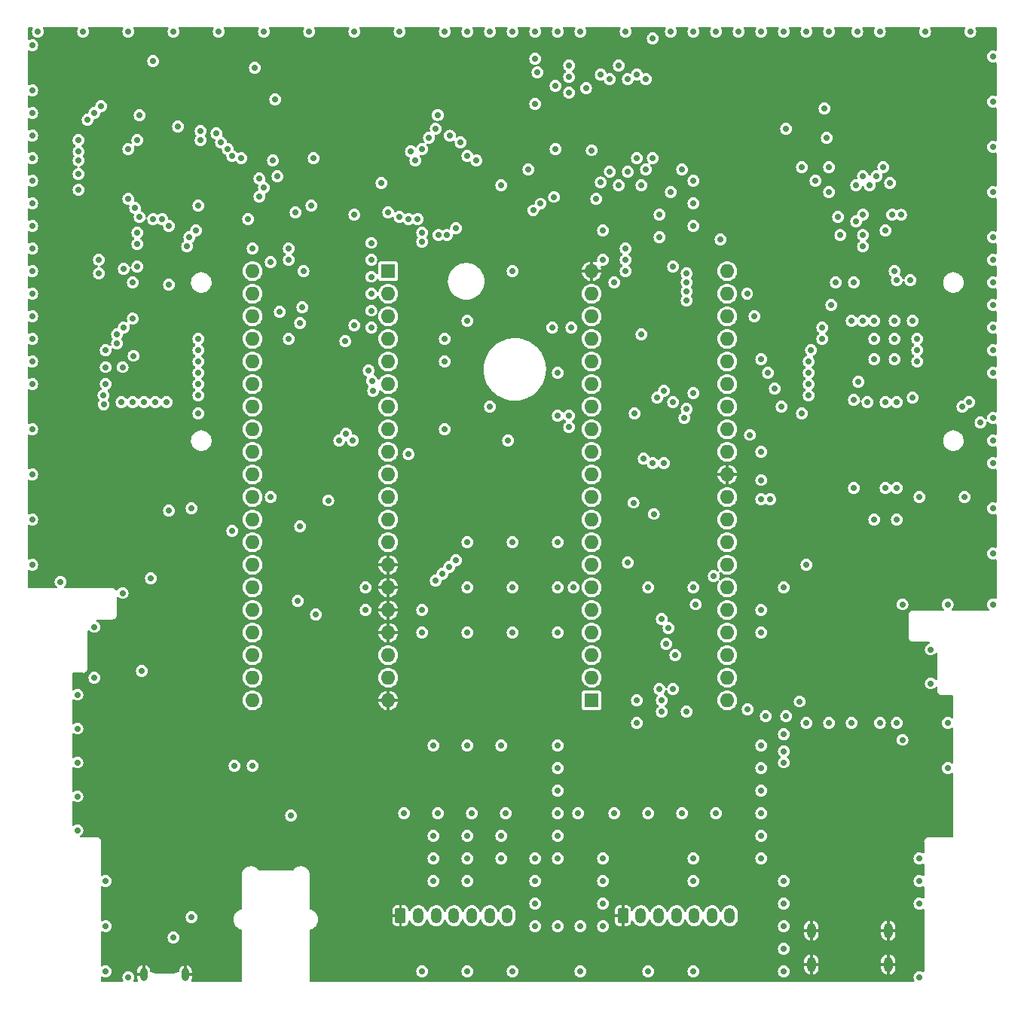
<source format=gbr>
%TF.GenerationSoftware,KiCad,Pcbnew,(6.0.7)*%
%TF.CreationDate,2022-07-29T13:47:02-04:00*%
%TF.ProjectId,ingameNES,696e6761-6d65-44e4-9553-2e6b69636164,1*%
%TF.SameCoordinates,Original*%
%TF.FileFunction,Copper,L3,Inr*%
%TF.FilePolarity,Positive*%
%FSLAX46Y46*%
G04 Gerber Fmt 4.6, Leading zero omitted, Abs format (unit mm)*
G04 Created by KiCad (PCBNEW (6.0.7)) date 2022-07-29 13:47:02*
%MOMM*%
%LPD*%
G01*
G04 APERTURE LIST*
G04 Aperture macros list*
%AMRoundRect*
0 Rectangle with rounded corners*
0 $1 Rounding radius*
0 $2 $3 $4 $5 $6 $7 $8 $9 X,Y pos of 4 corners*
0 Add a 4 corners polygon primitive as box body*
4,1,4,$2,$3,$4,$5,$6,$7,$8,$9,$2,$3,0*
0 Add four circle primitives for the rounded corners*
1,1,$1+$1,$2,$3*
1,1,$1+$1,$4,$5*
1,1,$1+$1,$6,$7*
1,1,$1+$1,$8,$9*
0 Add four rect primitives between the rounded corners*
20,1,$1+$1,$2,$3,$4,$5,0*
20,1,$1+$1,$4,$5,$6,$7,0*
20,1,$1+$1,$6,$7,$8,$9,0*
20,1,$1+$1,$8,$9,$2,$3,0*%
G04 Aperture macros list end*
%TA.AperFunction,ComponentPad*%
%ADD10O,1.000000X1.700000*%
%TD*%
%TA.AperFunction,ComponentPad*%
%ADD11RoundRect,0.250000X-0.350000X-0.625000X0.350000X-0.625000X0.350000X0.625000X-0.350000X0.625000X0*%
%TD*%
%TA.AperFunction,ComponentPad*%
%ADD12O,1.200000X1.750000*%
%TD*%
%TA.AperFunction,ComponentPad*%
%ADD13O,0.800000X1.500000*%
%TD*%
%TA.AperFunction,ComponentPad*%
%ADD14R,1.600000X1.600000*%
%TD*%
%TA.AperFunction,ComponentPad*%
%ADD15O,1.600000X1.600000*%
%TD*%
%TA.AperFunction,ViaPad*%
%ADD16C,0.711200*%
%TD*%
G04 APERTURE END LIST*
D10*
X143820000Y-191000000D03*
X143820000Y-194800000D03*
X135180000Y-191000000D03*
X135180000Y-194800000D03*
D11*
X89000000Y-189320000D03*
D12*
X91000000Y-189320000D03*
X93000000Y-189320000D03*
X95000000Y-189320000D03*
X97000000Y-189320000D03*
X99000000Y-189320000D03*
X101000000Y-189320000D03*
D11*
X114000000Y-189320000D03*
D12*
X116000000Y-189320000D03*
X118000000Y-189320000D03*
X120000000Y-189320000D03*
X122000000Y-189320000D03*
X124000000Y-189320000D03*
X126000000Y-189320000D03*
D13*
X60150000Y-195900000D03*
X64850000Y-195900000D03*
D14*
X110490000Y-165100000D03*
D15*
X110490000Y-162560000D03*
X110490000Y-160020000D03*
X110490000Y-157480000D03*
X110490000Y-154940000D03*
X110490000Y-152400000D03*
X110490000Y-149860000D03*
X110490000Y-147320000D03*
X110490000Y-144780000D03*
X110490000Y-142240000D03*
X110490000Y-139700000D03*
X110490000Y-137160000D03*
X110490000Y-134620000D03*
X110490000Y-132080000D03*
X110490000Y-129540000D03*
X110490000Y-127000000D03*
X110490000Y-124460000D03*
X110490000Y-121920000D03*
X110490000Y-119380000D03*
X110490000Y-116840000D03*
X125730000Y-116840000D03*
X125730000Y-119380000D03*
X125730000Y-121920000D03*
X125730000Y-124460000D03*
X125730000Y-127000000D03*
X125730000Y-129540000D03*
X125730000Y-132080000D03*
X125730000Y-134620000D03*
X125730000Y-137160000D03*
X125730000Y-139700000D03*
X125730000Y-142240000D03*
X125730000Y-144780000D03*
X125730000Y-147320000D03*
X125730000Y-149860000D03*
X125730000Y-152400000D03*
X125730000Y-154940000D03*
X125730000Y-157480000D03*
X125730000Y-160020000D03*
X125730000Y-162560000D03*
X125730000Y-165100000D03*
D14*
X87630000Y-116840000D03*
D15*
X87630000Y-119380000D03*
X87630000Y-121920000D03*
X87630000Y-124460000D03*
X87630000Y-127000000D03*
X87630000Y-129540000D03*
X87630000Y-132080000D03*
X87630000Y-134620000D03*
X87630000Y-137160000D03*
X87630000Y-139700000D03*
X87630000Y-142240000D03*
X87630000Y-144780000D03*
X87630000Y-147320000D03*
X87630000Y-149860000D03*
X87630000Y-152400000D03*
X87630000Y-154940000D03*
X87630000Y-157480000D03*
X87630000Y-160020000D03*
X87630000Y-162560000D03*
X87630000Y-165100000D03*
X72390000Y-165100000D03*
X72390000Y-162560000D03*
X72390000Y-160020000D03*
X72390000Y-157480000D03*
X72390000Y-154940000D03*
X72390000Y-152400000D03*
X72390000Y-149860000D03*
X72390000Y-147320000D03*
X72390000Y-144780000D03*
X72390000Y-142240000D03*
X72390000Y-139700000D03*
X72390000Y-137160000D03*
X72390000Y-134620000D03*
X72390000Y-132080000D03*
X72390000Y-129540000D03*
X72390000Y-127000000D03*
X72390000Y-124460000D03*
X72390000Y-121920000D03*
X72390000Y-119380000D03*
X72390000Y-116840000D03*
D16*
X133604000Y-162052000D03*
X81280000Y-189865000D03*
X128524000Y-161798000D03*
X59436000Y-179832000D03*
X63500000Y-163830000D03*
X93472000Y-93218000D03*
X99060000Y-195580000D03*
X76454000Y-120396000D03*
X111506000Y-177292000D03*
X79248000Y-108204000D03*
X103124000Y-141732000D03*
X64008000Y-157480000D03*
X69850000Y-180975000D03*
X83185000Y-188595000D03*
X114808000Y-161798000D03*
X61468000Y-175006000D03*
X55880000Y-182880000D03*
X54610000Y-159385000D03*
X52705000Y-162560000D03*
X47625000Y-147320000D03*
X62992000Y-104606000D03*
X47625000Y-137160000D03*
X79502000Y-141295000D03*
X90170000Y-101600000D03*
X81280000Y-196215000D03*
X76200000Y-127000000D03*
X64770000Y-173990000D03*
X96520000Y-161290000D03*
X57150000Y-164846000D03*
X52705000Y-170180000D03*
X59436000Y-164846000D03*
X114300000Y-195580000D03*
X69342000Y-188976000D03*
X153035000Y-154305000D03*
X142113000Y-175006000D03*
X74930000Y-165100000D03*
X91440000Y-89916000D03*
X68580000Y-196215000D03*
X115316000Y-177292000D03*
X62484000Y-184404000D03*
X47625000Y-132080000D03*
X81788000Y-172212000D03*
X122936000Y-177292000D03*
X142240000Y-135636000D03*
X61468000Y-168656000D03*
X120523000Y-154051000D03*
X66294000Y-149606000D03*
X74168000Y-179070000D03*
X55880000Y-89916000D03*
X101600000Y-166370000D03*
X136144000Y-103632000D03*
X106680000Y-195580000D03*
X155575000Y-146050000D03*
X137922000Y-160020000D03*
X111760000Y-89916000D03*
X61595000Y-180594000D03*
X94488000Y-143764000D03*
X86868000Y-169926000D03*
X83312000Y-178308000D03*
X155575000Y-130810000D03*
X103124000Y-143256000D03*
X147066000Y-160020000D03*
X142494000Y-158750000D03*
X119380000Y-195580000D03*
X76200000Y-134747000D03*
X119126000Y-177292000D03*
X155575000Y-89916000D03*
X96520000Y-166370000D03*
X119126000Y-126492000D03*
X91694000Y-177292000D03*
X72898000Y-167640000D03*
X114808000Y-139192000D03*
X72898000Y-173482000D03*
X143764000Y-173736000D03*
X100584000Y-143002000D03*
X101600000Y-163830000D03*
X101600000Y-111506000D03*
X66040000Y-163830000D03*
X92075000Y-167894000D03*
X86106000Y-178308000D03*
X103124000Y-177292000D03*
X103378000Y-135890000D03*
X78740000Y-167640000D03*
X50800000Y-89916000D03*
X142240000Y-172593000D03*
X101346000Y-137668000D03*
X114808000Y-163068000D03*
X123190000Y-163068000D03*
X66675000Y-196215000D03*
X127000000Y-177546000D03*
X81026000Y-178054000D03*
X70104000Y-167640000D03*
X82042000Y-176784000D03*
X62992000Y-116840000D03*
X69596000Y-163830000D03*
X68834000Y-173482000D03*
X56642000Y-175514000D03*
X81026000Y-155448000D03*
X155575000Y-151130000D03*
X83058000Y-181610000D03*
X155575000Y-110490000D03*
X92964000Y-105664000D03*
X52705000Y-177800000D03*
X93726000Y-137922000D03*
X71374000Y-177800000D03*
X155575000Y-140970000D03*
X130048000Y-161036000D03*
X77978000Y-119126000D03*
X86360000Y-89916000D03*
X73152000Y-112268000D03*
X155575000Y-95250000D03*
X88900000Y-195580000D03*
X83312000Y-170688000D03*
X65786000Y-177800000D03*
X155575000Y-105410000D03*
X66675000Y-184785000D03*
X83185000Y-196215000D03*
X80645000Y-183515000D03*
X85090000Y-124841000D03*
X47625000Y-151765000D03*
X96520000Y-163830000D03*
X74422000Y-120142000D03*
X150495000Y-165100000D03*
X66040000Y-89916000D03*
X124460000Y-195580000D03*
X117348000Y-107188000D03*
X147955000Y-154305000D03*
X52705000Y-173990000D03*
X106680000Y-161290000D03*
X67818000Y-168910000D03*
X132334000Y-161036000D03*
X112268000Y-108458000D03*
X81280000Y-89916000D03*
X147828000Y-113538000D03*
X47625000Y-93980000D03*
X118872000Y-144145000D03*
X47625000Y-142240000D03*
X137922000Y-98552000D03*
X101600000Y-161290000D03*
X98298000Y-139954000D03*
X106426000Y-101854000D03*
X80010000Y-170180000D03*
X103378000Y-134366000D03*
X58166000Y-178308000D03*
X142240000Y-189738000D03*
X57785000Y-155575000D03*
X88265000Y-172720000D03*
X104394000Y-133096000D03*
X147320000Y-128270000D03*
X123444000Y-99314000D03*
X99314000Y-177292000D03*
X85090000Y-150876000D03*
X75692000Y-173482000D03*
X60706000Y-193040000D03*
X67310000Y-193040000D03*
X150495000Y-89916000D03*
X139700000Y-160020000D03*
X61468000Y-143764000D03*
X95504000Y-177292000D03*
X55880000Y-193040000D03*
X145415000Y-158115000D03*
X64770000Y-168656000D03*
X63246000Y-170180000D03*
X81026000Y-194818000D03*
X80264000Y-173482000D03*
X145288000Y-172593000D03*
X71120000Y-89916000D03*
X64516000Y-193294000D03*
X145415000Y-175006000D03*
X63500000Y-112776000D03*
X106680000Y-163830000D03*
X74295000Y-181610000D03*
X77470000Y-165100000D03*
X61468000Y-171958000D03*
X83820000Y-168910000D03*
X145288000Y-160020000D03*
X98298000Y-101600000D03*
X155575000Y-100330000D03*
X76200000Y-89916000D03*
X65024000Y-184658000D03*
X107696000Y-114046000D03*
X145415000Y-89916000D03*
X60960000Y-89916000D03*
X68834000Y-174752000D03*
X85090000Y-165100000D03*
X59690000Y-184658000D03*
X66040000Y-180975000D03*
X93980000Y-195580000D03*
X104140000Y-119380000D03*
X147066000Y-116586000D03*
X55880000Y-187960000D03*
X82550000Y-165100000D03*
X71501000Y-174625000D03*
X90170000Y-170180000D03*
X79375000Y-181610000D03*
X57404000Y-135636000D03*
X150495000Y-170180000D03*
X106680000Y-166370000D03*
X75565000Y-112395000D03*
X80010000Y-165100000D03*
X88265000Y-175895000D03*
X104394000Y-117856000D03*
X74168000Y-173482000D03*
X68834000Y-194818000D03*
X55880000Y-151765000D03*
X136398000Y-189738000D03*
X101600000Y-113030000D03*
X146050000Y-195834000D03*
X52705000Y-166370000D03*
X118364000Y-165100000D03*
X118872000Y-158750000D03*
X119634000Y-163830000D03*
X119888000Y-160020000D03*
X124206000Y-151130000D03*
X154178000Y-133858000D03*
X115189000Y-142875000D03*
X147066000Y-127000000D03*
X137414000Y-120650000D03*
X121158000Y-117094000D03*
X118110000Y-163830000D03*
X119126000Y-156972000D03*
X118364000Y-155956000D03*
X90678000Y-104394000D03*
X118618000Y-138430000D03*
X96520000Y-122428000D03*
X87630000Y-110236000D03*
X147066000Y-124460000D03*
X152146000Y-132080000D03*
X117348000Y-138430000D03*
X129540000Y-142494000D03*
X130556000Y-142494000D03*
X152908000Y-131572000D03*
X147066000Y-125730000D03*
X116332000Y-137922000D03*
X140970000Y-122428000D03*
X115316000Y-132842000D03*
X124968000Y-113284000D03*
X116078000Y-123952000D03*
X108204000Y-123190000D03*
X91440000Y-103124000D03*
X107950000Y-93726000D03*
X139954000Y-131318000D03*
X134112000Y-132842000D03*
X104394000Y-94488000D03*
X88900000Y-110744000D03*
X139954000Y-141224000D03*
X131826000Y-132080000D03*
X107950000Y-94996000D03*
X89916000Y-110998000D03*
X104140000Y-92964000D03*
X92202000Y-101854000D03*
X106426000Y-96012000D03*
X119634000Y-131572000D03*
X92964000Y-100838000D03*
X107950000Y-96774000D03*
X131064000Y-130048000D03*
X90932000Y-110998000D03*
X130302000Y-128270000D03*
X91440000Y-112522000D03*
X143510000Y-141224000D03*
X143510000Y-131572000D03*
X93195242Y-99291242D03*
X144780000Y-141224000D03*
X94551000Y-101603464D03*
X144780000Y-131572000D03*
X129540000Y-126746000D03*
X91440000Y-113538000D03*
X101092000Y-135890000D03*
X134874000Y-127000000D03*
X118618000Y-130302000D03*
X135128000Y-125730000D03*
X117856000Y-131064000D03*
X121158000Y-120142000D03*
X136398000Y-124460000D03*
X121158000Y-119126000D03*
X136398000Y-123190000D03*
X121158000Y-118110000D03*
X139700000Y-122428000D03*
X66040000Y-112268000D03*
X70104000Y-146050000D03*
X66294000Y-130810000D03*
X95250000Y-149352000D03*
X89916000Y-137414000D03*
X108458000Y-152400000D03*
X114554000Y-149606000D03*
X103378000Y-105410000D03*
X106250000Y-108500000D03*
X104750000Y-109250000D03*
X100330000Y-107188000D03*
X66294000Y-125730000D03*
X73660000Y-107442000D03*
X66294000Y-124460000D03*
X73152000Y-106426000D03*
X52832000Y-107696000D03*
X71120000Y-104140000D03*
X70104000Y-103886000D03*
X52832000Y-105918000D03*
X132334000Y-100838000D03*
X136906000Y-101854000D03*
X95758000Y-102362000D03*
X93281000Y-112776000D03*
X128778000Y-121920000D03*
X94234000Y-112776000D03*
X96520000Y-103886000D03*
X127953000Y-119378481D03*
X52832000Y-104394000D03*
X69596000Y-103124000D03*
X52832000Y-103378000D03*
X68834000Y-102362000D03*
X134874000Y-129540000D03*
X93726000Y-150876000D03*
X121158000Y-132334000D03*
X94488000Y-150114000D03*
X121920000Y-130556000D03*
X134874000Y-128270000D03*
X68326000Y-101346000D03*
X52832000Y-102108000D03*
X83640500Y-135886500D03*
X85926500Y-130298500D03*
X53848000Y-99822000D03*
X64008000Y-100584000D03*
X97536000Y-104394000D03*
X95250000Y-112014000D03*
X54610000Y-99060000D03*
X66548000Y-101092000D03*
X82878500Y-135124500D03*
X85799500Y-129155500D03*
X55372000Y-98298000D03*
X82116500Y-135886500D03*
X66548000Y-102108000D03*
X85418500Y-128012500D03*
X86868000Y-106934000D03*
X83820000Y-110490000D03*
X80899000Y-142621000D03*
X83820000Y-122936000D03*
X59690000Y-99314000D03*
X61214000Y-93218000D03*
X66294000Y-128270000D03*
X71882000Y-110997998D03*
X74676000Y-104394000D03*
X74930000Y-97536000D03*
X66294000Y-129540000D03*
X66294000Y-109474000D03*
X72644000Y-93980000D03*
X121158000Y-166370000D03*
X118364000Y-166370000D03*
X66294000Y-127000000D03*
X90170000Y-103378000D03*
X78994000Y-109474000D03*
X73152000Y-108458000D03*
X57150000Y-124968000D03*
X55118000Y-117094000D03*
X92964000Y-151638000D03*
X109855000Y-96266000D03*
X120904000Y-133350000D03*
X134874002Y-130810000D03*
X104140000Y-98044000D03*
X55118000Y-115570000D03*
X57150000Y-123952000D03*
X57912000Y-123190000D03*
X57912000Y-116586000D03*
X103908758Y-110004758D03*
X111760000Y-112268000D03*
X140970000Y-114046000D03*
X142494000Y-106172000D03*
X113538000Y-107188000D03*
X113538000Y-93725998D03*
X144018000Y-106934000D03*
X111506000Y-106858300D03*
X111506000Y-94742000D03*
X145250000Y-110500000D03*
X140970000Y-112776000D03*
X114554000Y-105664000D03*
X114554000Y-95250000D03*
X141732000Y-107188000D03*
X144250000Y-110490000D03*
X112522002Y-95250000D03*
X143256000Y-105156000D03*
X112521998Y-105664000D03*
X140208000Y-111252000D03*
X116586000Y-105409999D03*
X116586000Y-95250000D03*
X140208002Y-107188000D03*
X77724000Y-122682000D03*
X77216000Y-110236000D03*
X75184000Y-106172000D03*
X77724000Y-145542000D03*
X155575000Y-97790000D03*
X52705000Y-175895000D03*
X144780000Y-144780000D03*
X55880000Y-190500000D03*
X117475000Y-144145000D03*
X93218000Y-177800000D03*
X85725000Y-115570000D03*
X101600000Y-147320000D03*
X147320000Y-182880000D03*
X137160000Y-167640000D03*
X100330000Y-170180000D03*
X47625000Y-134620000D03*
X78740000Y-89916000D03*
X57785000Y-153035000D03*
X134620000Y-149860000D03*
X85090000Y-152400000D03*
X76708000Y-178054000D03*
X155575000Y-154305000D03*
X96520000Y-195580000D03*
X52705000Y-168275000D03*
X111760000Y-182880000D03*
X106680000Y-89916000D03*
X129540000Y-154940000D03*
X114300000Y-114300000D03*
X114300000Y-116840000D03*
X58420000Y-89916000D03*
X124460000Y-177800000D03*
X47625000Y-101600000D03*
X155575000Y-113030000D03*
X101600000Y-116840000D03*
X59000000Y-126365000D03*
X121920000Y-109220000D03*
X106680000Y-180340000D03*
X59436000Y-102108000D03*
X144526000Y-116840000D03*
X85090000Y-154940000D03*
X132334000Y-166878000D03*
X138430000Y-112776000D03*
X144780000Y-167640000D03*
X155575000Y-128270000D03*
X97028000Y-177800000D03*
X96520000Y-152400000D03*
X57785000Y-127635000D03*
X142240000Y-144780000D03*
X77470000Y-153924000D03*
X106680000Y-128270000D03*
X132080000Y-190500000D03*
X47625000Y-116840000D03*
X83820000Y-89916000D03*
X119380000Y-89916000D03*
X134112000Y-105156000D03*
X104140000Y-185420000D03*
X134620000Y-167640000D03*
X155575000Y-143510000D03*
X47625000Y-129540000D03*
X155575000Y-107950000D03*
X91440000Y-195580000D03*
X47625000Y-109220000D03*
X106680000Y-175260000D03*
X148590000Y-163195000D03*
X101600000Y-157480000D03*
X85725000Y-113665000D03*
X96520000Y-170180000D03*
X65532000Y-189484000D03*
X76454000Y-114300000D03*
X155575000Y-120650000D03*
X47625000Y-144780000D03*
X150495000Y-167640000D03*
X136652000Y-98552000D03*
X140462000Y-129286000D03*
X129540000Y-140335000D03*
X106680000Y-177800000D03*
X76454000Y-124460000D03*
X100330000Y-182880000D03*
X70358000Y-172466000D03*
X144526000Y-124460000D03*
X142875000Y-89916000D03*
X106680000Y-190500000D03*
X127000000Y-89916000D03*
X155575000Y-118110000D03*
X146304000Y-117856000D03*
X60960000Y-151384000D03*
X96520000Y-180340000D03*
X75438000Y-121412000D03*
X111760000Y-190500000D03*
X147320000Y-185420000D03*
X121920000Y-185420000D03*
X92710000Y-185420000D03*
X72390000Y-114300000D03*
X129540000Y-180340000D03*
X142240000Y-124460000D03*
X58420000Y-103124000D03*
X85725000Y-117475000D03*
X134620000Y-89916000D03*
X109220000Y-195580000D03*
X113030000Y-177800000D03*
X128016000Y-166116000D03*
X99060000Y-132080000D03*
X153035000Y-89916000D03*
X89408000Y-177800000D03*
X72390000Y-172466000D03*
X100838000Y-177800000D03*
X137160000Y-89916000D03*
X59436000Y-116332000D03*
X124460000Y-89916000D03*
X129540000Y-177800000D03*
X113030000Y-118110000D03*
X93980000Y-89916000D03*
X121920000Y-182880000D03*
X138176000Y-110744000D03*
X145415000Y-169545000D03*
X96520000Y-147320000D03*
X129540000Y-89916000D03*
X120650000Y-177800000D03*
X58420000Y-196215000D03*
X59944000Y-161798000D03*
X50800000Y-151765000D03*
X155575000Y-123190000D03*
X142240000Y-126746000D03*
X107950000Y-134366000D03*
X79248000Y-104140000D03*
X115570000Y-165100000D03*
X119380000Y-107950000D03*
X85725000Y-123190000D03*
X53340000Y-89916000D03*
X145415000Y-154305000D03*
X104140000Y-89916000D03*
X120650000Y-105410000D03*
X129540000Y-172720000D03*
X118110000Y-113030000D03*
X58928000Y-122174000D03*
X104140000Y-190500000D03*
X121920000Y-152400000D03*
X115570000Y-167640000D03*
X52705000Y-164465000D03*
X116840000Y-177800000D03*
X76454000Y-115570000D03*
X144780000Y-117856000D03*
X100330000Y-180340000D03*
X147320000Y-196215000D03*
X106680000Y-170180000D03*
X55880000Y-129540000D03*
X47625000Y-149860000D03*
X132080000Y-170815000D03*
X116078000Y-107188000D03*
X106680000Y-157480000D03*
X91440000Y-157480000D03*
X152400000Y-142240000D03*
X147320000Y-142240000D03*
X93980000Y-134620000D03*
X155575000Y-125730000D03*
X47625000Y-139700000D03*
X92710000Y-182880000D03*
X47625000Y-99060000D03*
X139700000Y-167640000D03*
X116840000Y-152400000D03*
X144526000Y-122428000D03*
X74422000Y-115824000D03*
X96520000Y-89916000D03*
X109220000Y-89916000D03*
X118110000Y-110490000D03*
X106680000Y-133096000D03*
X52705000Y-179705000D03*
X101600000Y-89916000D03*
X144526000Y-126746000D03*
X73660000Y-89916000D03*
X106045000Y-123190000D03*
X106680000Y-152400000D03*
X106680000Y-182880000D03*
X155575000Y-92710000D03*
X77978000Y-120904000D03*
X146558000Y-122428000D03*
X47625000Y-127000000D03*
X111760000Y-115570000D03*
X52705000Y-172085000D03*
X155575000Y-102870000D03*
X47625000Y-114300000D03*
X150495000Y-172720000D03*
X147955000Y-89916000D03*
X132080000Y-185420000D03*
X121920000Y-89916000D03*
X133858000Y-165227000D03*
X155575000Y-133350000D03*
X68580000Y-89916000D03*
X104140000Y-187960000D03*
X96520000Y-185420000D03*
X101600000Y-195580000D03*
X88900000Y-89916000D03*
X128270000Y-135255000D03*
X47625000Y-104140000D03*
X63500000Y-89916000D03*
X62992000Y-143764000D03*
X47625000Y-96520000D03*
X132080000Y-172085000D03*
X107950000Y-133096000D03*
X132080000Y-168910000D03*
X122174000Y-154305000D03*
X130048000Y-166878000D03*
X155575000Y-135890000D03*
X55880000Y-195580000D03*
X58928000Y-118110000D03*
X101600000Y-152400000D03*
X54610000Y-156845000D03*
X139954000Y-118110000D03*
X106680000Y-147320000D03*
X106426000Y-103124000D03*
X58420000Y-108712000D03*
X147320000Y-187960000D03*
X132080000Y-193040000D03*
X108966000Y-177800000D03*
X129540000Y-175260000D03*
X63500000Y-191770000D03*
X150495000Y-154305000D03*
X106680000Y-172720000D03*
X121920000Y-195580000D03*
X93980000Y-124460000D03*
X104140000Y-182880000D03*
X54610000Y-162560000D03*
X92710000Y-170180000D03*
X91440000Y-154940000D03*
X114300000Y-89916000D03*
X47625000Y-106680000D03*
X121920000Y-106680000D03*
X142875000Y-167640000D03*
X59436000Y-113792000D03*
X47625000Y-121920000D03*
X129540000Y-182880000D03*
X109220000Y-190500000D03*
X47625000Y-124460000D03*
X99060000Y-89916000D03*
X55880000Y-185420000D03*
X55880000Y-125730000D03*
X85725000Y-119380000D03*
X132080000Y-195580000D03*
X141478000Y-131572000D03*
X155575000Y-115570000D03*
X142240000Y-122428000D03*
X47625000Y-119380000D03*
X148590000Y-159385000D03*
X129540000Y-137160000D03*
X143510000Y-112268000D03*
X96520000Y-182880000D03*
X146558000Y-131064000D03*
X48260000Y-89916000D03*
X114300000Y-115570000D03*
X129540000Y-170180000D03*
X59436000Y-112522000D03*
X135636000Y-106680000D03*
X137160000Y-107950000D03*
X93980000Y-127000000D03*
X47625000Y-111760000D03*
X137922000Y-118110000D03*
X55880000Y-127635000D03*
X132080000Y-89916000D03*
X121920000Y-111760000D03*
X92710000Y-180340000D03*
X96520000Y-157480000D03*
X47625000Y-91440000D03*
X78105000Y-116840000D03*
X132080000Y-187960000D03*
X132080000Y-152400000D03*
X79502000Y-155448000D03*
X111760000Y-185420000D03*
X155575000Y-138430000D03*
X85725000Y-121285000D03*
X111760000Y-187960000D03*
X137160000Y-105156000D03*
X116840000Y-195580000D03*
X155575000Y-148590000D03*
X129540000Y-157480000D03*
X82804000Y-124714000D03*
X140335000Y-89916000D03*
X115570000Y-104140000D03*
X140970000Y-106172000D03*
X140970000Y-110490000D03*
X115570000Y-94742000D03*
X117348000Y-104140000D03*
X117348000Y-90678000D03*
X74422000Y-142240000D03*
X65532000Y-143510000D03*
X110997998Y-108712000D03*
X110490000Y-103250000D03*
X119634000Y-116332000D03*
X59182000Y-109728000D03*
X55626000Y-130810000D03*
X59690000Y-110744000D03*
X55648758Y-131848758D03*
X61214000Y-110998000D03*
X57658000Y-131572000D03*
X62230000Y-110998000D03*
X58928000Y-131572000D03*
X62992000Y-111760000D03*
X60198000Y-131572000D03*
X62992000Y-118364000D03*
X61468000Y-131572000D03*
X62738000Y-131572000D03*
X65024000Y-114046000D03*
X66294000Y-132842000D03*
X65278000Y-113030000D03*
%TA.AperFunction,Conductor*%
G36*
X47644965Y-89424564D02*
G01*
X47690737Y-89487564D01*
X47690737Y-89565436D01*
X47683529Y-89581625D01*
X47682705Y-89582699D01*
X47616111Y-89743470D01*
X47593397Y-89916000D01*
X47616111Y-90088530D01*
X47682705Y-90249301D01*
X47788640Y-90387360D01*
X47926698Y-90493295D01*
X48087470Y-90559889D01*
X48260000Y-90582603D01*
X48268188Y-90581525D01*
X48424342Y-90560967D01*
X48432530Y-90559889D01*
X48593302Y-90493295D01*
X48731360Y-90387360D01*
X48837295Y-90249301D01*
X48903889Y-90088530D01*
X48926603Y-89916000D01*
X48903889Y-89743470D01*
X48837295Y-89582699D01*
X48838432Y-89582228D01*
X48823786Y-89513331D01*
X48855458Y-89442191D01*
X48922897Y-89403254D01*
X48949096Y-89400500D01*
X52650904Y-89400500D01*
X52724965Y-89424564D01*
X52770737Y-89487564D01*
X52770737Y-89565436D01*
X52763529Y-89581625D01*
X52762705Y-89582699D01*
X52696111Y-89743470D01*
X52673397Y-89916000D01*
X52696111Y-90088530D01*
X52762705Y-90249301D01*
X52868640Y-90387360D01*
X53006698Y-90493295D01*
X53167470Y-90559889D01*
X53340000Y-90582603D01*
X53348188Y-90581525D01*
X53504342Y-90560967D01*
X53512530Y-90559889D01*
X53673302Y-90493295D01*
X53811360Y-90387360D01*
X53917295Y-90249301D01*
X53983889Y-90088530D01*
X54006603Y-89916000D01*
X53983889Y-89743470D01*
X53917295Y-89582699D01*
X53918432Y-89582228D01*
X53903786Y-89513331D01*
X53935458Y-89442191D01*
X54002897Y-89403254D01*
X54029096Y-89400500D01*
X57730904Y-89400500D01*
X57804965Y-89424564D01*
X57850737Y-89487564D01*
X57850737Y-89565436D01*
X57843529Y-89581625D01*
X57842705Y-89582699D01*
X57776111Y-89743470D01*
X57753397Y-89916000D01*
X57776111Y-90088530D01*
X57842705Y-90249301D01*
X57948640Y-90387360D01*
X58086698Y-90493295D01*
X58247470Y-90559889D01*
X58420000Y-90582603D01*
X58428188Y-90581525D01*
X58584342Y-90560967D01*
X58592530Y-90559889D01*
X58753302Y-90493295D01*
X58891360Y-90387360D01*
X58997295Y-90249301D01*
X59063889Y-90088530D01*
X59086603Y-89916000D01*
X59063889Y-89743470D01*
X58997295Y-89582699D01*
X58998432Y-89582228D01*
X58983786Y-89513331D01*
X59015458Y-89442191D01*
X59082897Y-89403254D01*
X59109096Y-89400500D01*
X62810904Y-89400500D01*
X62884965Y-89424564D01*
X62930737Y-89487564D01*
X62930737Y-89565436D01*
X62923529Y-89581625D01*
X62922705Y-89582699D01*
X62856111Y-89743470D01*
X62833397Y-89916000D01*
X62856111Y-90088530D01*
X62922705Y-90249301D01*
X63028640Y-90387360D01*
X63166698Y-90493295D01*
X63327470Y-90559889D01*
X63500000Y-90582603D01*
X63508188Y-90581525D01*
X63664342Y-90560967D01*
X63672530Y-90559889D01*
X63833302Y-90493295D01*
X63971360Y-90387360D01*
X64077295Y-90249301D01*
X64143889Y-90088530D01*
X64166603Y-89916000D01*
X64143889Y-89743470D01*
X64077295Y-89582699D01*
X64078432Y-89582228D01*
X64063786Y-89513331D01*
X64095458Y-89442191D01*
X64162897Y-89403254D01*
X64189096Y-89400500D01*
X67890904Y-89400500D01*
X67964965Y-89424564D01*
X68010737Y-89487564D01*
X68010737Y-89565436D01*
X68003529Y-89581625D01*
X68002705Y-89582699D01*
X67936111Y-89743470D01*
X67913397Y-89916000D01*
X67936111Y-90088530D01*
X68002705Y-90249301D01*
X68108640Y-90387360D01*
X68246698Y-90493295D01*
X68407470Y-90559889D01*
X68580000Y-90582603D01*
X68588188Y-90581525D01*
X68744342Y-90560967D01*
X68752530Y-90559889D01*
X68913302Y-90493295D01*
X69051360Y-90387360D01*
X69157295Y-90249301D01*
X69223889Y-90088530D01*
X69246603Y-89916000D01*
X69223889Y-89743470D01*
X69157295Y-89582699D01*
X69158432Y-89582228D01*
X69143786Y-89513331D01*
X69175458Y-89442191D01*
X69242897Y-89403254D01*
X69269096Y-89400500D01*
X72970904Y-89400500D01*
X73044965Y-89424564D01*
X73090737Y-89487564D01*
X73090737Y-89565436D01*
X73083529Y-89581625D01*
X73082705Y-89582699D01*
X73016111Y-89743470D01*
X72993397Y-89916000D01*
X73016111Y-90088530D01*
X73082705Y-90249301D01*
X73188640Y-90387360D01*
X73326698Y-90493295D01*
X73487470Y-90559889D01*
X73660000Y-90582603D01*
X73668188Y-90581525D01*
X73824342Y-90560967D01*
X73832530Y-90559889D01*
X73993302Y-90493295D01*
X74131360Y-90387360D01*
X74237295Y-90249301D01*
X74303889Y-90088530D01*
X74326603Y-89916000D01*
X74303889Y-89743470D01*
X74237295Y-89582699D01*
X74238432Y-89582228D01*
X74223786Y-89513331D01*
X74255458Y-89442191D01*
X74322897Y-89403254D01*
X74349096Y-89400500D01*
X78050904Y-89400500D01*
X78124965Y-89424564D01*
X78170737Y-89487564D01*
X78170737Y-89565436D01*
X78163529Y-89581625D01*
X78162705Y-89582699D01*
X78096111Y-89743470D01*
X78073397Y-89916000D01*
X78096111Y-90088530D01*
X78162705Y-90249301D01*
X78268640Y-90387360D01*
X78406698Y-90493295D01*
X78567470Y-90559889D01*
X78740000Y-90582603D01*
X78748188Y-90581525D01*
X78904342Y-90560967D01*
X78912530Y-90559889D01*
X79073302Y-90493295D01*
X79211360Y-90387360D01*
X79317295Y-90249301D01*
X79383889Y-90088530D01*
X79406603Y-89916000D01*
X79383889Y-89743470D01*
X79317295Y-89582699D01*
X79318432Y-89582228D01*
X79303786Y-89513331D01*
X79335458Y-89442191D01*
X79402897Y-89403254D01*
X79429096Y-89400500D01*
X83130904Y-89400500D01*
X83204965Y-89424564D01*
X83250737Y-89487564D01*
X83250737Y-89565436D01*
X83243529Y-89581625D01*
X83242705Y-89582699D01*
X83176111Y-89743470D01*
X83153397Y-89916000D01*
X83176111Y-90088530D01*
X83242705Y-90249301D01*
X83348640Y-90387360D01*
X83486698Y-90493295D01*
X83647470Y-90559889D01*
X83820000Y-90582603D01*
X83828188Y-90581525D01*
X83984342Y-90560967D01*
X83992530Y-90559889D01*
X84153302Y-90493295D01*
X84291360Y-90387360D01*
X84397295Y-90249301D01*
X84463889Y-90088530D01*
X84486603Y-89916000D01*
X84463889Y-89743470D01*
X84397295Y-89582699D01*
X84398432Y-89582228D01*
X84383786Y-89513331D01*
X84415458Y-89442191D01*
X84482897Y-89403254D01*
X84509096Y-89400500D01*
X88210904Y-89400500D01*
X88284965Y-89424564D01*
X88330737Y-89487564D01*
X88330737Y-89565436D01*
X88323529Y-89581625D01*
X88322705Y-89582699D01*
X88256111Y-89743470D01*
X88233397Y-89916000D01*
X88256111Y-90088530D01*
X88322705Y-90249301D01*
X88428640Y-90387360D01*
X88566698Y-90493295D01*
X88727470Y-90559889D01*
X88900000Y-90582603D01*
X88908188Y-90581525D01*
X89064342Y-90560967D01*
X89072530Y-90559889D01*
X89233302Y-90493295D01*
X89371360Y-90387360D01*
X89477295Y-90249301D01*
X89543889Y-90088530D01*
X89566603Y-89916000D01*
X89543889Y-89743470D01*
X89477295Y-89582699D01*
X89478432Y-89582228D01*
X89463786Y-89513331D01*
X89495458Y-89442191D01*
X89562897Y-89403254D01*
X89589096Y-89400500D01*
X93290904Y-89400500D01*
X93364965Y-89424564D01*
X93410737Y-89487564D01*
X93410737Y-89565436D01*
X93403529Y-89581625D01*
X93402705Y-89582699D01*
X93336111Y-89743470D01*
X93313397Y-89916000D01*
X93336111Y-90088530D01*
X93402705Y-90249301D01*
X93508640Y-90387360D01*
X93646698Y-90493295D01*
X93807470Y-90559889D01*
X93980000Y-90582603D01*
X93988188Y-90581525D01*
X94144342Y-90560967D01*
X94152530Y-90559889D01*
X94313302Y-90493295D01*
X94451360Y-90387360D01*
X94557295Y-90249301D01*
X94623889Y-90088530D01*
X94646603Y-89916000D01*
X94623889Y-89743470D01*
X94557295Y-89582699D01*
X94558432Y-89582228D01*
X94543786Y-89513331D01*
X94575458Y-89442191D01*
X94642897Y-89403254D01*
X94669096Y-89400500D01*
X95830904Y-89400500D01*
X95904965Y-89424564D01*
X95950737Y-89487564D01*
X95950737Y-89565436D01*
X95943529Y-89581625D01*
X95942705Y-89582699D01*
X95876111Y-89743470D01*
X95853397Y-89916000D01*
X95876111Y-90088530D01*
X95942705Y-90249301D01*
X96048640Y-90387360D01*
X96186698Y-90493295D01*
X96347470Y-90559889D01*
X96520000Y-90582603D01*
X96528188Y-90581525D01*
X96684342Y-90560967D01*
X96692530Y-90559889D01*
X96853302Y-90493295D01*
X96991360Y-90387360D01*
X97097295Y-90249301D01*
X97163889Y-90088530D01*
X97186603Y-89916000D01*
X97163889Y-89743470D01*
X97097295Y-89582699D01*
X97098432Y-89582228D01*
X97083786Y-89513331D01*
X97115458Y-89442191D01*
X97182897Y-89403254D01*
X97209096Y-89400500D01*
X98370904Y-89400500D01*
X98444965Y-89424564D01*
X98490737Y-89487564D01*
X98490737Y-89565436D01*
X98483529Y-89581625D01*
X98482705Y-89582699D01*
X98416111Y-89743470D01*
X98393397Y-89916000D01*
X98416111Y-90088530D01*
X98482705Y-90249301D01*
X98588640Y-90387360D01*
X98726698Y-90493295D01*
X98887470Y-90559889D01*
X99060000Y-90582603D01*
X99068188Y-90581525D01*
X99224342Y-90560967D01*
X99232530Y-90559889D01*
X99393302Y-90493295D01*
X99531360Y-90387360D01*
X99637295Y-90249301D01*
X99703889Y-90088530D01*
X99726603Y-89916000D01*
X99703889Y-89743470D01*
X99637295Y-89582699D01*
X99638432Y-89582228D01*
X99623786Y-89513331D01*
X99655458Y-89442191D01*
X99722897Y-89403254D01*
X99749096Y-89400500D01*
X100910904Y-89400500D01*
X100984965Y-89424564D01*
X101030737Y-89487564D01*
X101030737Y-89565436D01*
X101023529Y-89581625D01*
X101022705Y-89582699D01*
X100956111Y-89743470D01*
X100933397Y-89916000D01*
X100956111Y-90088530D01*
X101022705Y-90249301D01*
X101128640Y-90387360D01*
X101266698Y-90493295D01*
X101427470Y-90559889D01*
X101600000Y-90582603D01*
X101608188Y-90581525D01*
X101764342Y-90560967D01*
X101772530Y-90559889D01*
X101933302Y-90493295D01*
X102071360Y-90387360D01*
X102177295Y-90249301D01*
X102243889Y-90088530D01*
X102266603Y-89916000D01*
X102243889Y-89743470D01*
X102177295Y-89582699D01*
X102178432Y-89582228D01*
X102163786Y-89513331D01*
X102195458Y-89442191D01*
X102262897Y-89403254D01*
X102289096Y-89400500D01*
X103450904Y-89400500D01*
X103524965Y-89424564D01*
X103570737Y-89487564D01*
X103570737Y-89565436D01*
X103563529Y-89581625D01*
X103562705Y-89582699D01*
X103496111Y-89743470D01*
X103473397Y-89916000D01*
X103496111Y-90088530D01*
X103562705Y-90249301D01*
X103668640Y-90387360D01*
X103806698Y-90493295D01*
X103967470Y-90559889D01*
X104140000Y-90582603D01*
X104148188Y-90581525D01*
X104304342Y-90560967D01*
X104312530Y-90559889D01*
X104473302Y-90493295D01*
X104611360Y-90387360D01*
X104717295Y-90249301D01*
X104783889Y-90088530D01*
X104806603Y-89916000D01*
X104783889Y-89743470D01*
X104717295Y-89582699D01*
X104718432Y-89582228D01*
X104703786Y-89513331D01*
X104735458Y-89442191D01*
X104802897Y-89403254D01*
X104829096Y-89400500D01*
X105990904Y-89400500D01*
X106064965Y-89424564D01*
X106110737Y-89487564D01*
X106110737Y-89565436D01*
X106103529Y-89581625D01*
X106102705Y-89582699D01*
X106036111Y-89743470D01*
X106013397Y-89916000D01*
X106036111Y-90088530D01*
X106102705Y-90249301D01*
X106208640Y-90387360D01*
X106346698Y-90493295D01*
X106507470Y-90559889D01*
X106680000Y-90582603D01*
X106688188Y-90581525D01*
X106844342Y-90560967D01*
X106852530Y-90559889D01*
X107013302Y-90493295D01*
X107151360Y-90387360D01*
X107257295Y-90249301D01*
X107323889Y-90088530D01*
X107346603Y-89916000D01*
X107323889Y-89743470D01*
X107257295Y-89582699D01*
X107258432Y-89582228D01*
X107243786Y-89513331D01*
X107275458Y-89442191D01*
X107342897Y-89403254D01*
X107369096Y-89400500D01*
X108530904Y-89400500D01*
X108604965Y-89424564D01*
X108650737Y-89487564D01*
X108650737Y-89565436D01*
X108643529Y-89581625D01*
X108642705Y-89582699D01*
X108576111Y-89743470D01*
X108553397Y-89916000D01*
X108576111Y-90088530D01*
X108642705Y-90249301D01*
X108748640Y-90387360D01*
X108886698Y-90493295D01*
X109047470Y-90559889D01*
X109220000Y-90582603D01*
X109228188Y-90581525D01*
X109384342Y-90560967D01*
X109392530Y-90559889D01*
X109553302Y-90493295D01*
X109691360Y-90387360D01*
X109797295Y-90249301D01*
X109863889Y-90088530D01*
X109886603Y-89916000D01*
X109863889Y-89743470D01*
X109797295Y-89582699D01*
X109798432Y-89582228D01*
X109783786Y-89513331D01*
X109815458Y-89442191D01*
X109882897Y-89403254D01*
X109909096Y-89400500D01*
X113610904Y-89400500D01*
X113684965Y-89424564D01*
X113730737Y-89487564D01*
X113730737Y-89565436D01*
X113723529Y-89581625D01*
X113722705Y-89582699D01*
X113656111Y-89743470D01*
X113633397Y-89916000D01*
X113656111Y-90088530D01*
X113722705Y-90249301D01*
X113828640Y-90387360D01*
X113966698Y-90493295D01*
X114127470Y-90559889D01*
X114300000Y-90582603D01*
X114308188Y-90581525D01*
X114464342Y-90560967D01*
X114472530Y-90559889D01*
X114633302Y-90493295D01*
X114771360Y-90387360D01*
X114877295Y-90249301D01*
X114943889Y-90088530D01*
X114966603Y-89916000D01*
X114943889Y-89743470D01*
X114877295Y-89582699D01*
X114878432Y-89582228D01*
X114863786Y-89513331D01*
X114895458Y-89442191D01*
X114962897Y-89403254D01*
X114989096Y-89400500D01*
X118690904Y-89400500D01*
X118764965Y-89424564D01*
X118810737Y-89487564D01*
X118810737Y-89565436D01*
X118803529Y-89581625D01*
X118802705Y-89582699D01*
X118736111Y-89743470D01*
X118713397Y-89916000D01*
X118736111Y-90088530D01*
X118802705Y-90249301D01*
X118908640Y-90387360D01*
X119046698Y-90493295D01*
X119207470Y-90559889D01*
X119380000Y-90582603D01*
X119388188Y-90581525D01*
X119544342Y-90560967D01*
X119552530Y-90559889D01*
X119713302Y-90493295D01*
X119851360Y-90387360D01*
X119957295Y-90249301D01*
X120023889Y-90088530D01*
X120046603Y-89916000D01*
X120023889Y-89743470D01*
X119957295Y-89582699D01*
X119958432Y-89582228D01*
X119943786Y-89513331D01*
X119975458Y-89442191D01*
X120042897Y-89403254D01*
X120069096Y-89400500D01*
X121230904Y-89400500D01*
X121304965Y-89424564D01*
X121350737Y-89487564D01*
X121350737Y-89565436D01*
X121343529Y-89581625D01*
X121342705Y-89582699D01*
X121276111Y-89743470D01*
X121253397Y-89916000D01*
X121276111Y-90088530D01*
X121342705Y-90249301D01*
X121448640Y-90387360D01*
X121586698Y-90493295D01*
X121747470Y-90559889D01*
X121920000Y-90582603D01*
X121928188Y-90581525D01*
X122084342Y-90560967D01*
X122092530Y-90559889D01*
X122253302Y-90493295D01*
X122391360Y-90387360D01*
X122497295Y-90249301D01*
X122563889Y-90088530D01*
X122586603Y-89916000D01*
X122563889Y-89743470D01*
X122497295Y-89582699D01*
X122498432Y-89582228D01*
X122483786Y-89513331D01*
X122515458Y-89442191D01*
X122582897Y-89403254D01*
X122609096Y-89400500D01*
X123770904Y-89400500D01*
X123844965Y-89424564D01*
X123890737Y-89487564D01*
X123890737Y-89565436D01*
X123883529Y-89581625D01*
X123882705Y-89582699D01*
X123816111Y-89743470D01*
X123793397Y-89916000D01*
X123816111Y-90088530D01*
X123882705Y-90249301D01*
X123988640Y-90387360D01*
X124126698Y-90493295D01*
X124287470Y-90559889D01*
X124460000Y-90582603D01*
X124468188Y-90581525D01*
X124624342Y-90560967D01*
X124632530Y-90559889D01*
X124793302Y-90493295D01*
X124931360Y-90387360D01*
X125037295Y-90249301D01*
X125103889Y-90088530D01*
X125126603Y-89916000D01*
X125103889Y-89743470D01*
X125037295Y-89582699D01*
X125038432Y-89582228D01*
X125023786Y-89513331D01*
X125055458Y-89442191D01*
X125122897Y-89403254D01*
X125149096Y-89400500D01*
X126310904Y-89400500D01*
X126384965Y-89424564D01*
X126430737Y-89487564D01*
X126430737Y-89565436D01*
X126423529Y-89581625D01*
X126422705Y-89582699D01*
X126356111Y-89743470D01*
X126333397Y-89916000D01*
X126356111Y-90088530D01*
X126422705Y-90249301D01*
X126528640Y-90387360D01*
X126666698Y-90493295D01*
X126827470Y-90559889D01*
X127000000Y-90582603D01*
X127008188Y-90581525D01*
X127164342Y-90560967D01*
X127172530Y-90559889D01*
X127333302Y-90493295D01*
X127471360Y-90387360D01*
X127577295Y-90249301D01*
X127643889Y-90088530D01*
X127666603Y-89916000D01*
X127643889Y-89743470D01*
X127577295Y-89582699D01*
X127578432Y-89582228D01*
X127563786Y-89513331D01*
X127595458Y-89442191D01*
X127662897Y-89403254D01*
X127689096Y-89400500D01*
X128850904Y-89400500D01*
X128924965Y-89424564D01*
X128970737Y-89487564D01*
X128970737Y-89565436D01*
X128963529Y-89581625D01*
X128962705Y-89582699D01*
X128896111Y-89743470D01*
X128873397Y-89916000D01*
X128896111Y-90088530D01*
X128962705Y-90249301D01*
X129068640Y-90387360D01*
X129206698Y-90493295D01*
X129367470Y-90559889D01*
X129540000Y-90582603D01*
X129548188Y-90581525D01*
X129704342Y-90560967D01*
X129712530Y-90559889D01*
X129873302Y-90493295D01*
X130011360Y-90387360D01*
X130117295Y-90249301D01*
X130183889Y-90088530D01*
X130206603Y-89916000D01*
X130183889Y-89743470D01*
X130117295Y-89582699D01*
X130118432Y-89582228D01*
X130103786Y-89513331D01*
X130135458Y-89442191D01*
X130202897Y-89403254D01*
X130229096Y-89400500D01*
X131390904Y-89400500D01*
X131464965Y-89424564D01*
X131510737Y-89487564D01*
X131510737Y-89565436D01*
X131503529Y-89581625D01*
X131502705Y-89582699D01*
X131436111Y-89743470D01*
X131413397Y-89916000D01*
X131436111Y-90088530D01*
X131502705Y-90249301D01*
X131608640Y-90387360D01*
X131746698Y-90493295D01*
X131907470Y-90559889D01*
X132080000Y-90582603D01*
X132088188Y-90581525D01*
X132244342Y-90560967D01*
X132252530Y-90559889D01*
X132413302Y-90493295D01*
X132551360Y-90387360D01*
X132657295Y-90249301D01*
X132723889Y-90088530D01*
X132746603Y-89916000D01*
X132723889Y-89743470D01*
X132657295Y-89582699D01*
X132658432Y-89582228D01*
X132643786Y-89513331D01*
X132675458Y-89442191D01*
X132742897Y-89403254D01*
X132769096Y-89400500D01*
X133930904Y-89400500D01*
X134004965Y-89424564D01*
X134050737Y-89487564D01*
X134050737Y-89565436D01*
X134043529Y-89581625D01*
X134042705Y-89582699D01*
X133976111Y-89743470D01*
X133953397Y-89916000D01*
X133976111Y-90088530D01*
X134042705Y-90249301D01*
X134148640Y-90387360D01*
X134286698Y-90493295D01*
X134447470Y-90559889D01*
X134620000Y-90582603D01*
X134628188Y-90581525D01*
X134784342Y-90560967D01*
X134792530Y-90559889D01*
X134953302Y-90493295D01*
X135091360Y-90387360D01*
X135197295Y-90249301D01*
X135263889Y-90088530D01*
X135286603Y-89916000D01*
X135263889Y-89743470D01*
X135197295Y-89582699D01*
X135198432Y-89582228D01*
X135183786Y-89513331D01*
X135215458Y-89442191D01*
X135282897Y-89403254D01*
X135309096Y-89400500D01*
X136470904Y-89400500D01*
X136544965Y-89424564D01*
X136590737Y-89487564D01*
X136590737Y-89565436D01*
X136583529Y-89581625D01*
X136582705Y-89582699D01*
X136516111Y-89743470D01*
X136493397Y-89916000D01*
X136516111Y-90088530D01*
X136582705Y-90249301D01*
X136688640Y-90387360D01*
X136826698Y-90493295D01*
X136987470Y-90559889D01*
X137160000Y-90582603D01*
X137168188Y-90581525D01*
X137324342Y-90560967D01*
X137332530Y-90559889D01*
X137493302Y-90493295D01*
X137631360Y-90387360D01*
X137737295Y-90249301D01*
X137803889Y-90088530D01*
X137826603Y-89916000D01*
X137803889Y-89743470D01*
X137737295Y-89582699D01*
X137738432Y-89582228D01*
X137723786Y-89513331D01*
X137755458Y-89442191D01*
X137822897Y-89403254D01*
X137849096Y-89400500D01*
X139645904Y-89400500D01*
X139719965Y-89424564D01*
X139765737Y-89487564D01*
X139765737Y-89565436D01*
X139758529Y-89581625D01*
X139757705Y-89582699D01*
X139691111Y-89743470D01*
X139668397Y-89916000D01*
X139691111Y-90088530D01*
X139757705Y-90249301D01*
X139863640Y-90387360D01*
X140001698Y-90493295D01*
X140162470Y-90559889D01*
X140335000Y-90582603D01*
X140343188Y-90581525D01*
X140499342Y-90560967D01*
X140507530Y-90559889D01*
X140668302Y-90493295D01*
X140806360Y-90387360D01*
X140912295Y-90249301D01*
X140978889Y-90088530D01*
X141001603Y-89916000D01*
X140978889Y-89743470D01*
X140912295Y-89582699D01*
X140913432Y-89582228D01*
X140898786Y-89513331D01*
X140930458Y-89442191D01*
X140997897Y-89403254D01*
X141024096Y-89400500D01*
X142185904Y-89400500D01*
X142259965Y-89424564D01*
X142305737Y-89487564D01*
X142305737Y-89565436D01*
X142298529Y-89581625D01*
X142297705Y-89582699D01*
X142231111Y-89743470D01*
X142208397Y-89916000D01*
X142231111Y-90088530D01*
X142297705Y-90249301D01*
X142403640Y-90387360D01*
X142541698Y-90493295D01*
X142702470Y-90559889D01*
X142875000Y-90582603D01*
X142883188Y-90581525D01*
X143039342Y-90560967D01*
X143047530Y-90559889D01*
X143208302Y-90493295D01*
X143346360Y-90387360D01*
X143452295Y-90249301D01*
X143518889Y-90088530D01*
X143541603Y-89916000D01*
X143518889Y-89743470D01*
X143452295Y-89582699D01*
X143453432Y-89582228D01*
X143438786Y-89513331D01*
X143470458Y-89442191D01*
X143537897Y-89403254D01*
X143564096Y-89400500D01*
X147265904Y-89400500D01*
X147339965Y-89424564D01*
X147385737Y-89487564D01*
X147385737Y-89565436D01*
X147378529Y-89581625D01*
X147377705Y-89582699D01*
X147311111Y-89743470D01*
X147288397Y-89916000D01*
X147311111Y-90088530D01*
X147377705Y-90249301D01*
X147483640Y-90387360D01*
X147621698Y-90493295D01*
X147782470Y-90559889D01*
X147955000Y-90582603D01*
X147963188Y-90581525D01*
X148119342Y-90560967D01*
X148127530Y-90559889D01*
X148288302Y-90493295D01*
X148426360Y-90387360D01*
X148532295Y-90249301D01*
X148598889Y-90088530D01*
X148621603Y-89916000D01*
X148598889Y-89743470D01*
X148532295Y-89582699D01*
X148533432Y-89582228D01*
X148518786Y-89513331D01*
X148550458Y-89442191D01*
X148617897Y-89403254D01*
X148644096Y-89400500D01*
X152345904Y-89400500D01*
X152419965Y-89424564D01*
X152465737Y-89487564D01*
X152465737Y-89565436D01*
X152458529Y-89581625D01*
X152457705Y-89582699D01*
X152391111Y-89743470D01*
X152368397Y-89916000D01*
X152391111Y-90088530D01*
X152457705Y-90249301D01*
X152563640Y-90387360D01*
X152701698Y-90493295D01*
X152862470Y-90559889D01*
X153035000Y-90582603D01*
X153043188Y-90581525D01*
X153199342Y-90560967D01*
X153207530Y-90559889D01*
X153368302Y-90493295D01*
X153506360Y-90387360D01*
X153612295Y-90249301D01*
X153678889Y-90088530D01*
X153701603Y-89916000D01*
X153678889Y-89743470D01*
X153612295Y-89582699D01*
X153613432Y-89582228D01*
X153598786Y-89513331D01*
X153630458Y-89442191D01*
X153697897Y-89403254D01*
X153724096Y-89400500D01*
X155873500Y-89400500D01*
X155947561Y-89424564D01*
X155993333Y-89487564D01*
X155999500Y-89526500D01*
X155999500Y-91981908D01*
X155975436Y-92055969D01*
X155912436Y-92101741D01*
X155834564Y-92101741D01*
X155825282Y-92098317D01*
X155755159Y-92069271D01*
X155747530Y-92066111D01*
X155575000Y-92043397D01*
X155402470Y-92066111D01*
X155241699Y-92132705D01*
X155103640Y-92238640D01*
X154997705Y-92376699D01*
X154931111Y-92537470D01*
X154908397Y-92710000D01*
X154931111Y-92882530D01*
X154997705Y-93043301D01*
X155103640Y-93181360D01*
X155110190Y-93186386D01*
X155110191Y-93186387D01*
X155150500Y-93217317D01*
X155241698Y-93287295D01*
X155402470Y-93353889D01*
X155575000Y-93376603D01*
X155583188Y-93375525D01*
X155739342Y-93354967D01*
X155747530Y-93353889D01*
X155825282Y-93321683D01*
X155902914Y-93315573D01*
X155969311Y-93356261D01*
X155999112Y-93428206D01*
X155999500Y-93438092D01*
X155999500Y-97061908D01*
X155975436Y-97135969D01*
X155912436Y-97181741D01*
X155834564Y-97181741D01*
X155825282Y-97178317D01*
X155755159Y-97149271D01*
X155747530Y-97146111D01*
X155575000Y-97123397D01*
X155402470Y-97146111D01*
X155241699Y-97212705D01*
X155103640Y-97318640D01*
X155098614Y-97325190D01*
X155075095Y-97355841D01*
X154997705Y-97456699D01*
X154931111Y-97617470D01*
X154908397Y-97790000D01*
X154931111Y-97962530D01*
X154997705Y-98123301D01*
X155103640Y-98261360D01*
X155110190Y-98266386D01*
X155110191Y-98266387D01*
X155150500Y-98297317D01*
X155241698Y-98367295D01*
X155402470Y-98433889D01*
X155575000Y-98456603D01*
X155583188Y-98455525D01*
X155739342Y-98434967D01*
X155747530Y-98433889D01*
X155825282Y-98401683D01*
X155902914Y-98395573D01*
X155969311Y-98436261D01*
X155999112Y-98508206D01*
X155999500Y-98518092D01*
X155999500Y-102141908D01*
X155975436Y-102215969D01*
X155912436Y-102261741D01*
X155834564Y-102261741D01*
X155825282Y-102258317D01*
X155755159Y-102229271D01*
X155747530Y-102226111D01*
X155575000Y-102203397D01*
X155402470Y-102226111D01*
X155241699Y-102292705D01*
X155103640Y-102398640D01*
X155098614Y-102405190D01*
X155058555Y-102457397D01*
X154997705Y-102536699D01*
X154931111Y-102697470D01*
X154908397Y-102870000D01*
X154931111Y-103042530D01*
X154997705Y-103203301D01*
X155103640Y-103341360D01*
X155110190Y-103346386D01*
X155110191Y-103346387D01*
X155150500Y-103377317D01*
X155241698Y-103447295D01*
X155402470Y-103513889D01*
X155575000Y-103536603D01*
X155583188Y-103535525D01*
X155739342Y-103514967D01*
X155747530Y-103513889D01*
X155825282Y-103481683D01*
X155902914Y-103475573D01*
X155969311Y-103516261D01*
X155999112Y-103588206D01*
X155999500Y-103598092D01*
X155999500Y-107221908D01*
X155975436Y-107295969D01*
X155912436Y-107341741D01*
X155834564Y-107341741D01*
X155825282Y-107338317D01*
X155816519Y-107334687D01*
X155747530Y-107306111D01*
X155575000Y-107283397D01*
X155402470Y-107306111D01*
X155241699Y-107372705D01*
X155103640Y-107478640D01*
X155098614Y-107485190D01*
X155062958Y-107531658D01*
X154997705Y-107616699D01*
X154931111Y-107777470D01*
X154908397Y-107950000D01*
X154931111Y-108122530D01*
X154997705Y-108283301D01*
X155103640Y-108421360D01*
X155110190Y-108426386D01*
X155110191Y-108426387D01*
X155150500Y-108457317D01*
X155241698Y-108527295D01*
X155402470Y-108593889D01*
X155575000Y-108616603D01*
X155583188Y-108615525D01*
X155739342Y-108594967D01*
X155747530Y-108593889D01*
X155825282Y-108561683D01*
X155902914Y-108555573D01*
X155969311Y-108596261D01*
X155999112Y-108668206D01*
X155999500Y-108678092D01*
X155999500Y-112301908D01*
X155975436Y-112375969D01*
X155912436Y-112421741D01*
X155834564Y-112421741D01*
X155825282Y-112418317D01*
X155755159Y-112389271D01*
X155747530Y-112386111D01*
X155575000Y-112363397D01*
X155402470Y-112386111D01*
X155241699Y-112452705D01*
X155103640Y-112558640D01*
X155098614Y-112565190D01*
X155062958Y-112611658D01*
X154997705Y-112696699D01*
X154931111Y-112857470D01*
X154908397Y-113030000D01*
X154931111Y-113202530D01*
X154997705Y-113363301D01*
X155103640Y-113501360D01*
X155110190Y-113506386D01*
X155110191Y-113506387D01*
X155150500Y-113537317D01*
X155241698Y-113607295D01*
X155402470Y-113673889D01*
X155575000Y-113696603D01*
X155583188Y-113695525D01*
X155739342Y-113674967D01*
X155747530Y-113673889D01*
X155825282Y-113641683D01*
X155902914Y-113635573D01*
X155969311Y-113676261D01*
X155999112Y-113748206D01*
X155999500Y-113758092D01*
X155999500Y-114841908D01*
X155975436Y-114915969D01*
X155912436Y-114961741D01*
X155834564Y-114961741D01*
X155825282Y-114958317D01*
X155755159Y-114929271D01*
X155747530Y-114926111D01*
X155575000Y-114903397D01*
X155402470Y-114926111D01*
X155241699Y-114992705D01*
X155103640Y-115098640D01*
X154997705Y-115236699D01*
X154931111Y-115397470D01*
X154908397Y-115570000D01*
X154931111Y-115742530D01*
X154997705Y-115903301D01*
X155103640Y-116041360D01*
X155241698Y-116147295D01*
X155402470Y-116213889D01*
X155575000Y-116236603D01*
X155583188Y-116235525D01*
X155739342Y-116214967D01*
X155747530Y-116213889D01*
X155825282Y-116181683D01*
X155902914Y-116175573D01*
X155969311Y-116216261D01*
X155999112Y-116288206D01*
X155999500Y-116298092D01*
X155999500Y-117381908D01*
X155975436Y-117455969D01*
X155912436Y-117501741D01*
X155834564Y-117501741D01*
X155825282Y-117498317D01*
X155755159Y-117469271D01*
X155747530Y-117466111D01*
X155575000Y-117443397D01*
X155402470Y-117466111D01*
X155241699Y-117532705D01*
X155103640Y-117638640D01*
X155098614Y-117645190D01*
X155075095Y-117675841D01*
X154997705Y-117776699D01*
X154931111Y-117937470D01*
X154908397Y-118110000D01*
X154931111Y-118282530D01*
X154997705Y-118443301D01*
X155103640Y-118581360D01*
X155110190Y-118586386D01*
X155110191Y-118586387D01*
X155160069Y-118624659D01*
X155241698Y-118687295D01*
X155402470Y-118753889D01*
X155575000Y-118776603D01*
X155583188Y-118775525D01*
X155739342Y-118754967D01*
X155747530Y-118753889D01*
X155825282Y-118721683D01*
X155902914Y-118715573D01*
X155969311Y-118756261D01*
X155999112Y-118828206D01*
X155999500Y-118838092D01*
X155999500Y-119921908D01*
X155975436Y-119995969D01*
X155912436Y-120041741D01*
X155834564Y-120041741D01*
X155825282Y-120038317D01*
X155755159Y-120009271D01*
X155747530Y-120006111D01*
X155575000Y-119983397D01*
X155402470Y-120006111D01*
X155241699Y-120072705D01*
X155103640Y-120178640D01*
X154997705Y-120316699D01*
X154931111Y-120477470D01*
X154908397Y-120650000D01*
X154931111Y-120822530D01*
X154997705Y-120983301D01*
X155103640Y-121121360D01*
X155241698Y-121227295D01*
X155402470Y-121293889D01*
X155575000Y-121316603D01*
X155583188Y-121315525D01*
X155739342Y-121294967D01*
X155747530Y-121293889D01*
X155825282Y-121261683D01*
X155902914Y-121255573D01*
X155969311Y-121296261D01*
X155999112Y-121368206D01*
X155999500Y-121378092D01*
X155999500Y-122461908D01*
X155975436Y-122535969D01*
X155912436Y-122581741D01*
X155834564Y-122581741D01*
X155825282Y-122578317D01*
X155755159Y-122549271D01*
X155747530Y-122546111D01*
X155575000Y-122523397D01*
X155402470Y-122546111D01*
X155241699Y-122612705D01*
X155103640Y-122718640D01*
X155098614Y-122725190D01*
X155062958Y-122771658D01*
X154997705Y-122856699D01*
X154931111Y-123017470D01*
X154908397Y-123190000D01*
X154931111Y-123362530D01*
X154997705Y-123523301D01*
X155103640Y-123661360D01*
X155241698Y-123767295D01*
X155402470Y-123833889D01*
X155575000Y-123856603D01*
X155583188Y-123855525D01*
X155739342Y-123834967D01*
X155747530Y-123833889D01*
X155825282Y-123801683D01*
X155902914Y-123795573D01*
X155969311Y-123836261D01*
X155999112Y-123908206D01*
X155999500Y-123918092D01*
X155999500Y-125001908D01*
X155975436Y-125075969D01*
X155912436Y-125121741D01*
X155834564Y-125121741D01*
X155825282Y-125118317D01*
X155755159Y-125089271D01*
X155747530Y-125086111D01*
X155575000Y-125063397D01*
X155402470Y-125086111D01*
X155241699Y-125152705D01*
X155103640Y-125258640D01*
X155098614Y-125265190D01*
X155029909Y-125354729D01*
X154997705Y-125396699D01*
X154931111Y-125557470D01*
X154908397Y-125730000D01*
X154931111Y-125902530D01*
X154997705Y-126063301D01*
X155103640Y-126201360D01*
X155241698Y-126307295D01*
X155402470Y-126373889D01*
X155575000Y-126396603D01*
X155583188Y-126395525D01*
X155613830Y-126391491D01*
X155747530Y-126373889D01*
X155825282Y-126341683D01*
X155902914Y-126335573D01*
X155969311Y-126376261D01*
X155999112Y-126448206D01*
X155999500Y-126458092D01*
X155999500Y-127541908D01*
X155975436Y-127615969D01*
X155912436Y-127661741D01*
X155834564Y-127661741D01*
X155825282Y-127658317D01*
X155755159Y-127629271D01*
X155747530Y-127626111D01*
X155575000Y-127603397D01*
X155402470Y-127626111D01*
X155241699Y-127692705D01*
X155103640Y-127798640D01*
X155098614Y-127805190D01*
X155090965Y-127815159D01*
X154997705Y-127936699D01*
X154931111Y-128097470D01*
X154908397Y-128270000D01*
X154931111Y-128442530D01*
X154997705Y-128603301D01*
X155103640Y-128741360D01*
X155110190Y-128746386D01*
X155110191Y-128746387D01*
X155150500Y-128777317D01*
X155241698Y-128847295D01*
X155402470Y-128913889D01*
X155575000Y-128936603D01*
X155583188Y-128935525D01*
X155739342Y-128914967D01*
X155747530Y-128913889D01*
X155825282Y-128881683D01*
X155902914Y-128875573D01*
X155969311Y-128916261D01*
X155999112Y-128988206D01*
X155999500Y-128998092D01*
X155999500Y-132621908D01*
X155975436Y-132695969D01*
X155912436Y-132741741D01*
X155834564Y-132741741D01*
X155825282Y-132738317D01*
X155755159Y-132709271D01*
X155747530Y-132706111D01*
X155575000Y-132683397D01*
X155402470Y-132706111D01*
X155241699Y-132772705D01*
X155103640Y-132878640D01*
X154997705Y-133016699D01*
X154931111Y-133177470D01*
X154908397Y-133350000D01*
X154909124Y-133355524D01*
X154885411Y-133428506D01*
X154822411Y-133474278D01*
X154744539Y-133474278D01*
X154683513Y-133431150D01*
X154649360Y-133386640D01*
X154612281Y-133358188D01*
X154545319Y-133306807D01*
X154511302Y-133280705D01*
X154350530Y-133214111D01*
X154178000Y-133191397D01*
X154005470Y-133214111D01*
X153844699Y-133280705D01*
X153706640Y-133386640D01*
X153701614Y-133393190D01*
X153665493Y-133440265D01*
X153600705Y-133524699D01*
X153534111Y-133685470D01*
X153533033Y-133693658D01*
X153527363Y-133736729D01*
X153511397Y-133858000D01*
X153534111Y-134030530D01*
X153600705Y-134191301D01*
X153706640Y-134329360D01*
X153713190Y-134334386D01*
X153713191Y-134334387D01*
X153754390Y-134366000D01*
X153844698Y-134435295D01*
X154005470Y-134501889D01*
X154178000Y-134524603D01*
X154186188Y-134523525D01*
X154342342Y-134502967D01*
X154350530Y-134501889D01*
X154511302Y-134435295D01*
X154601610Y-134366000D01*
X154642809Y-134334387D01*
X154642810Y-134334386D01*
X154649360Y-134329360D01*
X154755295Y-134191301D01*
X154821889Y-134030530D01*
X154844603Y-133858000D01*
X154843876Y-133852476D01*
X154867589Y-133779494D01*
X154930589Y-133733722D01*
X155008461Y-133733722D01*
X155069487Y-133776850D01*
X155103640Y-133821360D01*
X155110190Y-133826386D01*
X155110191Y-133826387D01*
X155150500Y-133857317D01*
X155241698Y-133927295D01*
X155402470Y-133993889D01*
X155575000Y-134016603D01*
X155583188Y-134015525D01*
X155739342Y-133994967D01*
X155747530Y-133993889D01*
X155825282Y-133961683D01*
X155902914Y-133955573D01*
X155969311Y-133996261D01*
X155999112Y-134068206D01*
X155999500Y-134078092D01*
X155999500Y-135161908D01*
X155975436Y-135235969D01*
X155912436Y-135281741D01*
X155834564Y-135281741D01*
X155825282Y-135278317D01*
X155755159Y-135249271D01*
X155747530Y-135246111D01*
X155575000Y-135223397D01*
X155402470Y-135246111D01*
X155241699Y-135312705D01*
X155103640Y-135418640D01*
X155098614Y-135425190D01*
X155090965Y-135435159D01*
X154997705Y-135556699D01*
X154931111Y-135717470D01*
X154908397Y-135890000D01*
X154931111Y-136062530D01*
X154997705Y-136223301D01*
X155103640Y-136361360D01*
X155241698Y-136467295D01*
X155402470Y-136533889D01*
X155575000Y-136556603D01*
X155583188Y-136555525D01*
X155739342Y-136534967D01*
X155747530Y-136533889D01*
X155825282Y-136501683D01*
X155902914Y-136495573D01*
X155969311Y-136536261D01*
X155999112Y-136608206D01*
X155999500Y-136618092D01*
X155999500Y-137701908D01*
X155975436Y-137775969D01*
X155912436Y-137821741D01*
X155834564Y-137821741D01*
X155825282Y-137818317D01*
X155755159Y-137789271D01*
X155747530Y-137786111D01*
X155575000Y-137763397D01*
X155402470Y-137786111D01*
X155241699Y-137852705D01*
X155103640Y-137958640D01*
X155098614Y-137965190D01*
X155039963Y-138041627D01*
X154997705Y-138096699D01*
X154931111Y-138257470D01*
X154908397Y-138430000D01*
X154931111Y-138602530D01*
X154997705Y-138763301D01*
X155103640Y-138901360D01*
X155241698Y-139007295D01*
X155402470Y-139073889D01*
X155575000Y-139096603D01*
X155583188Y-139095525D01*
X155739342Y-139074967D01*
X155747530Y-139073889D01*
X155825282Y-139041683D01*
X155902914Y-139035573D01*
X155969311Y-139076261D01*
X155999112Y-139148206D01*
X155999500Y-139158092D01*
X155999500Y-142781908D01*
X155975436Y-142855969D01*
X155912436Y-142901741D01*
X155834564Y-142901741D01*
X155825282Y-142898317D01*
X155755159Y-142869271D01*
X155747530Y-142866111D01*
X155575000Y-142843397D01*
X155402470Y-142866111D01*
X155241699Y-142932705D01*
X155103640Y-143038640D01*
X155098614Y-143045190D01*
X155067448Y-143085807D01*
X154997705Y-143176699D01*
X154931111Y-143337470D01*
X154908397Y-143510000D01*
X154931111Y-143682530D01*
X154997705Y-143843301D01*
X155103640Y-143981360D01*
X155241698Y-144087295D01*
X155402470Y-144153889D01*
X155575000Y-144176603D01*
X155583188Y-144175525D01*
X155739342Y-144154967D01*
X155747530Y-144153889D01*
X155825282Y-144121683D01*
X155902914Y-144115573D01*
X155969311Y-144156261D01*
X155999112Y-144228206D01*
X155999500Y-144238092D01*
X155999500Y-147861908D01*
X155975436Y-147935969D01*
X155912436Y-147981741D01*
X155834564Y-147981741D01*
X155825282Y-147978317D01*
X155755159Y-147949271D01*
X155747530Y-147946111D01*
X155575000Y-147923397D01*
X155402470Y-147946111D01*
X155241699Y-148012705D01*
X155103640Y-148118640D01*
X154997705Y-148256699D01*
X154931111Y-148417470D01*
X154908397Y-148590000D01*
X154931111Y-148762530D01*
X154997705Y-148923301D01*
X155103640Y-149061360D01*
X155241698Y-149167295D01*
X155402470Y-149233889D01*
X155575000Y-149256603D01*
X155583188Y-149255525D01*
X155739342Y-149234967D01*
X155747530Y-149233889D01*
X155825282Y-149201683D01*
X155902914Y-149195573D01*
X155969311Y-149236261D01*
X155999112Y-149308206D01*
X155999500Y-149318092D01*
X155999500Y-153576908D01*
X155975436Y-153650969D01*
X155912436Y-153696741D01*
X155834564Y-153696741D01*
X155825282Y-153693317D01*
X155755159Y-153664271D01*
X155747530Y-153661111D01*
X155575000Y-153638397D01*
X155402470Y-153661111D01*
X155241699Y-153727705D01*
X155103640Y-153833640D01*
X154997705Y-153971699D01*
X154931111Y-154132470D01*
X154908397Y-154305000D01*
X154931111Y-154477530D01*
X154997705Y-154638301D01*
X155103640Y-154776360D01*
X155110191Y-154781387D01*
X155113211Y-154784407D01*
X155148562Y-154853792D01*
X155136378Y-154930706D01*
X155081313Y-154985768D01*
X155024113Y-154999500D01*
X151045887Y-154999500D01*
X150971826Y-154975436D01*
X150926054Y-154912436D01*
X150926054Y-154834564D01*
X150956789Y-154784407D01*
X150959809Y-154781387D01*
X150966360Y-154776360D01*
X151072295Y-154638301D01*
X151138889Y-154477530D01*
X151161603Y-154305000D01*
X151138889Y-154132470D01*
X151072295Y-153971699D01*
X150966360Y-153833640D01*
X150828302Y-153727705D01*
X150667530Y-153661111D01*
X150495000Y-153638397D01*
X150322470Y-153661111D01*
X150161699Y-153727705D01*
X150023640Y-153833640D01*
X149917705Y-153971699D01*
X149851111Y-154132470D01*
X149828397Y-154305000D01*
X149851111Y-154477530D01*
X149917705Y-154638301D01*
X150023640Y-154776360D01*
X150030191Y-154781387D01*
X150033211Y-154784407D01*
X150068562Y-154853792D01*
X150056378Y-154930706D01*
X150001313Y-154985768D01*
X149944113Y-154999500D01*
X146649309Y-154999500D01*
X146629598Y-154997949D01*
X146600000Y-154993261D01*
X146590207Y-154994812D01*
X146560609Y-154999500D01*
X146443409Y-155018063D01*
X146302146Y-155090040D01*
X146190040Y-155202146D01*
X146118063Y-155343409D01*
X146093261Y-155500000D01*
X146094812Y-155509792D01*
X146097949Y-155529598D01*
X146099500Y-155549309D01*
X146099500Y-157950691D01*
X146097949Y-157970401D01*
X146093261Y-158000000D01*
X146094812Y-158009793D01*
X146099500Y-158039391D01*
X146115145Y-158138165D01*
X146118063Y-158156591D01*
X146190040Y-158297854D01*
X146302146Y-158409960D01*
X146443409Y-158481937D01*
X146600000Y-158506739D01*
X146629599Y-158502051D01*
X146649309Y-158500500D01*
X148364911Y-158500500D01*
X148438972Y-158524564D01*
X148484744Y-158587564D01*
X148484744Y-158665436D01*
X148438972Y-158728436D01*
X148413128Y-158742909D01*
X148256699Y-158807705D01*
X148118640Y-158913640D01*
X148113614Y-158920190D01*
X148105965Y-158930159D01*
X148012705Y-159051699D01*
X147946111Y-159212470D01*
X147923397Y-159385000D01*
X147946111Y-159557530D01*
X148012705Y-159718301D01*
X148118640Y-159856360D01*
X148256698Y-159962295D01*
X148417470Y-160028889D01*
X148590000Y-160051603D01*
X148598188Y-160050525D01*
X148754342Y-160029967D01*
X148762530Y-160028889D01*
X148923302Y-159962295D01*
X149061360Y-159856360D01*
X149123537Y-159775328D01*
X149187713Y-159731220D01*
X149265559Y-159733258D01*
X149327339Y-159780663D01*
X149349500Y-159852031D01*
X149349500Y-162727969D01*
X149325436Y-162802030D01*
X149262436Y-162847802D01*
X149184564Y-162847802D01*
X149123537Y-162804672D01*
X149113101Y-162791071D01*
X149061360Y-162723640D01*
X148923302Y-162617705D01*
X148762530Y-162551111D01*
X148590000Y-162528397D01*
X148417470Y-162551111D01*
X148256699Y-162617705D01*
X148118640Y-162723640D01*
X148113614Y-162730190D01*
X148105965Y-162740159D01*
X148012705Y-162861699D01*
X147946111Y-163022470D01*
X147923397Y-163195000D01*
X147946111Y-163367530D01*
X148012705Y-163528301D01*
X148118640Y-163666360D01*
X148125190Y-163671386D01*
X148125191Y-163671387D01*
X148180106Y-163713524D01*
X148256698Y-163772295D01*
X148417470Y-163838889D01*
X148425658Y-163839967D01*
X148451803Y-163843409D01*
X148590000Y-163861603D01*
X148598188Y-163860525D01*
X148754342Y-163839967D01*
X148762530Y-163838889D01*
X148923302Y-163772295D01*
X148999894Y-163713524D01*
X149054809Y-163671387D01*
X149054810Y-163671386D01*
X149061360Y-163666360D01*
X149123537Y-163585328D01*
X149187713Y-163541220D01*
X149265559Y-163543258D01*
X149327339Y-163590663D01*
X149349500Y-163662031D01*
X149349500Y-163950691D01*
X149347949Y-163970401D01*
X149343261Y-164000000D01*
X149344812Y-164009793D01*
X149349500Y-164039391D01*
X149365656Y-164141391D01*
X149368063Y-164156591D01*
X149440040Y-164297854D01*
X149552146Y-164409960D01*
X149693409Y-164481937D01*
X149850000Y-164506739D01*
X149879599Y-164502051D01*
X149899309Y-164500500D01*
X150973500Y-164500500D01*
X151047561Y-164524564D01*
X151093333Y-164587564D01*
X151099500Y-164626500D01*
X151099500Y-167015299D01*
X151075436Y-167089360D01*
X151012436Y-167135132D01*
X150934564Y-167135132D01*
X150896796Y-167115262D01*
X150828302Y-167062705D01*
X150667530Y-166996111D01*
X150495000Y-166973397D01*
X150322470Y-166996111D01*
X150161699Y-167062705D01*
X150023640Y-167168640D01*
X150018614Y-167175190D01*
X149929016Y-167291958D01*
X149917705Y-167306699D01*
X149851111Y-167467470D01*
X149828397Y-167640000D01*
X149851111Y-167812530D01*
X149917705Y-167973301D01*
X150023640Y-168111360D01*
X150161698Y-168217295D01*
X150322470Y-168283889D01*
X150495000Y-168306603D01*
X150503188Y-168305525D01*
X150659342Y-168284967D01*
X150667530Y-168283889D01*
X150828302Y-168217295D01*
X150896796Y-168164738D01*
X150970202Y-168138744D01*
X151044867Y-168160861D01*
X151092273Y-168222642D01*
X151099500Y-168264701D01*
X151099500Y-172095299D01*
X151075436Y-172169360D01*
X151012436Y-172215132D01*
X150934564Y-172215132D01*
X150896796Y-172195262D01*
X150828302Y-172142705D01*
X150667530Y-172076111D01*
X150495000Y-172053397D01*
X150322470Y-172076111D01*
X150161699Y-172142705D01*
X150023640Y-172248640D01*
X150018614Y-172255190D01*
X150010965Y-172265159D01*
X149917705Y-172386699D01*
X149851111Y-172547470D01*
X149828397Y-172720000D01*
X149851111Y-172892530D01*
X149917705Y-173053301D01*
X150023640Y-173191360D01*
X150161698Y-173297295D01*
X150322470Y-173363889D01*
X150495000Y-173386603D01*
X150503188Y-173385525D01*
X150659342Y-173364967D01*
X150667530Y-173363889D01*
X150828302Y-173297295D01*
X150896796Y-173244738D01*
X150970202Y-173218744D01*
X151044867Y-173240861D01*
X151092273Y-173302642D01*
X151099500Y-173344701D01*
X151099500Y-180373500D01*
X151075436Y-180447561D01*
X151012436Y-180493333D01*
X150973500Y-180499500D01*
X148399309Y-180499500D01*
X148379598Y-180497949D01*
X148350000Y-180493261D01*
X148340207Y-180494812D01*
X148310609Y-180499500D01*
X148193409Y-180518063D01*
X148052146Y-180590040D01*
X147940040Y-180702146D01*
X147868063Y-180843409D01*
X147843261Y-181000000D01*
X147844812Y-181009792D01*
X147847949Y-181029598D01*
X147849500Y-181049309D01*
X147849500Y-182198986D01*
X147825436Y-182273047D01*
X147762436Y-182318819D01*
X147684564Y-182318819D01*
X147660501Y-182308106D01*
X147659854Y-182307732D01*
X147653302Y-182302705D01*
X147645675Y-182299546D01*
X147645672Y-182299544D01*
X147500159Y-182239271D01*
X147492530Y-182236111D01*
X147320000Y-182213397D01*
X147147470Y-182236111D01*
X146986699Y-182302705D01*
X146848640Y-182408640D01*
X146742705Y-182546699D01*
X146676111Y-182707470D01*
X146653397Y-182880000D01*
X146676111Y-183052530D01*
X146742705Y-183213301D01*
X146848640Y-183351360D01*
X146986698Y-183457295D01*
X147147470Y-183523889D01*
X147320000Y-183546603D01*
X147328188Y-183545525D01*
X147484342Y-183524967D01*
X147492530Y-183523889D01*
X147500159Y-183520729D01*
X147645672Y-183460456D01*
X147645675Y-183460454D01*
X147653302Y-183457295D01*
X147659854Y-183452268D01*
X147660501Y-183451894D01*
X147736671Y-183435704D01*
X147807811Y-183467378D01*
X147846747Y-183534818D01*
X147849500Y-183561014D01*
X147849500Y-184738986D01*
X147825436Y-184813047D01*
X147762436Y-184858819D01*
X147684564Y-184858819D01*
X147660501Y-184848106D01*
X147659854Y-184847732D01*
X147653302Y-184842705D01*
X147645675Y-184839546D01*
X147645672Y-184839544D01*
X147500159Y-184779271D01*
X147492530Y-184776111D01*
X147320000Y-184753397D01*
X147147470Y-184776111D01*
X146986699Y-184842705D01*
X146848640Y-184948640D01*
X146742705Y-185086699D01*
X146676111Y-185247470D01*
X146653397Y-185420000D01*
X146676111Y-185592530D01*
X146742705Y-185753301D01*
X146848640Y-185891360D01*
X146986698Y-185997295D01*
X147147470Y-186063889D01*
X147320000Y-186086603D01*
X147328188Y-186085525D01*
X147484342Y-186064967D01*
X147492530Y-186063889D01*
X147500159Y-186060729D01*
X147645672Y-186000456D01*
X147645675Y-186000454D01*
X147653302Y-185997295D01*
X147659854Y-185992268D01*
X147660501Y-185991894D01*
X147736671Y-185975704D01*
X147807811Y-186007378D01*
X147846747Y-186074818D01*
X147849500Y-186101014D01*
X147849500Y-187278986D01*
X147825436Y-187353047D01*
X147762436Y-187398819D01*
X147684564Y-187398819D01*
X147660501Y-187388106D01*
X147659854Y-187387732D01*
X147653302Y-187382705D01*
X147645675Y-187379546D01*
X147645672Y-187379544D01*
X147500159Y-187319271D01*
X147492530Y-187316111D01*
X147320000Y-187293397D01*
X147147470Y-187316111D01*
X146986699Y-187382705D01*
X146848640Y-187488640D01*
X146742705Y-187626699D01*
X146676111Y-187787470D01*
X146653397Y-187960000D01*
X146676111Y-188132530D01*
X146742705Y-188293301D01*
X146848640Y-188431360D01*
X146986698Y-188537295D01*
X147147470Y-188603889D01*
X147320000Y-188626603D01*
X147328188Y-188625525D01*
X147484342Y-188604967D01*
X147492530Y-188603889D01*
X147511221Y-188596147D01*
X147645672Y-188540456D01*
X147645675Y-188540454D01*
X147653302Y-188537295D01*
X147659854Y-188532268D01*
X147660501Y-188531894D01*
X147736671Y-188515704D01*
X147807811Y-188547378D01*
X147846747Y-188614818D01*
X147849500Y-188641014D01*
X147849500Y-195533986D01*
X147825436Y-195608047D01*
X147762436Y-195653819D01*
X147684564Y-195653819D01*
X147660501Y-195643106D01*
X147659854Y-195642732D01*
X147653302Y-195637705D01*
X147645675Y-195634546D01*
X147645672Y-195634544D01*
X147500159Y-195574271D01*
X147492530Y-195571111D01*
X147320000Y-195548397D01*
X147147470Y-195571111D01*
X146986699Y-195637705D01*
X146848640Y-195743640D01*
X146843614Y-195750190D01*
X146835965Y-195760159D01*
X146742705Y-195881699D01*
X146708061Y-195965336D01*
X146681966Y-196028336D01*
X146676111Y-196042470D01*
X146653397Y-196215000D01*
X146676111Y-196387530D01*
X146742705Y-196548301D01*
X146747734Y-196554855D01*
X146750992Y-196560498D01*
X146767184Y-196636669D01*
X146735511Y-196707809D01*
X146668073Y-196746746D01*
X146641874Y-196749500D01*
X78926500Y-196749500D01*
X78852439Y-196725436D01*
X78806667Y-196662436D01*
X78800500Y-196623500D01*
X78800500Y-195580000D01*
X90773397Y-195580000D01*
X90796111Y-195752530D01*
X90862705Y-195913301D01*
X90968640Y-196051360D01*
X90975190Y-196056386D01*
X90975191Y-196056387D01*
X91037669Y-196104327D01*
X91106698Y-196157295D01*
X91267470Y-196223889D01*
X91440000Y-196246603D01*
X91448188Y-196245525D01*
X91604342Y-196224967D01*
X91612530Y-196223889D01*
X91773302Y-196157295D01*
X91842331Y-196104327D01*
X91904809Y-196056387D01*
X91904810Y-196056386D01*
X91911360Y-196051360D01*
X92017295Y-195913301D01*
X92083889Y-195752530D01*
X92106603Y-195580000D01*
X95853397Y-195580000D01*
X95876111Y-195752530D01*
X95942705Y-195913301D01*
X96048640Y-196051360D01*
X96055190Y-196056386D01*
X96055191Y-196056387D01*
X96117669Y-196104327D01*
X96186698Y-196157295D01*
X96347470Y-196223889D01*
X96520000Y-196246603D01*
X96528188Y-196245525D01*
X96684342Y-196224967D01*
X96692530Y-196223889D01*
X96853302Y-196157295D01*
X96922331Y-196104327D01*
X96984809Y-196056387D01*
X96984810Y-196056386D01*
X96991360Y-196051360D01*
X97097295Y-195913301D01*
X97163889Y-195752530D01*
X97186603Y-195580000D01*
X100933397Y-195580000D01*
X100956111Y-195752530D01*
X101022705Y-195913301D01*
X101128640Y-196051360D01*
X101135190Y-196056386D01*
X101135191Y-196056387D01*
X101197669Y-196104327D01*
X101266698Y-196157295D01*
X101427470Y-196223889D01*
X101600000Y-196246603D01*
X101608188Y-196245525D01*
X101764342Y-196224967D01*
X101772530Y-196223889D01*
X101933302Y-196157295D01*
X102002331Y-196104327D01*
X102064809Y-196056387D01*
X102064810Y-196056386D01*
X102071360Y-196051360D01*
X102177295Y-195913301D01*
X102243889Y-195752530D01*
X102266603Y-195580000D01*
X108553397Y-195580000D01*
X108576111Y-195752530D01*
X108642705Y-195913301D01*
X108748640Y-196051360D01*
X108755190Y-196056386D01*
X108755191Y-196056387D01*
X108817669Y-196104327D01*
X108886698Y-196157295D01*
X109047470Y-196223889D01*
X109220000Y-196246603D01*
X109228188Y-196245525D01*
X109384342Y-196224967D01*
X109392530Y-196223889D01*
X109553302Y-196157295D01*
X109622331Y-196104327D01*
X109684809Y-196056387D01*
X109684810Y-196056386D01*
X109691360Y-196051360D01*
X109797295Y-195913301D01*
X109863889Y-195752530D01*
X109886603Y-195580000D01*
X116173397Y-195580000D01*
X116196111Y-195752530D01*
X116262705Y-195913301D01*
X116368640Y-196051360D01*
X116375190Y-196056386D01*
X116375191Y-196056387D01*
X116437669Y-196104327D01*
X116506698Y-196157295D01*
X116667470Y-196223889D01*
X116840000Y-196246603D01*
X116848188Y-196245525D01*
X117004342Y-196224967D01*
X117012530Y-196223889D01*
X117173302Y-196157295D01*
X117242331Y-196104327D01*
X117304809Y-196056387D01*
X117304810Y-196056386D01*
X117311360Y-196051360D01*
X117417295Y-195913301D01*
X117483889Y-195752530D01*
X117506603Y-195580000D01*
X121253397Y-195580000D01*
X121276111Y-195752530D01*
X121342705Y-195913301D01*
X121448640Y-196051360D01*
X121455190Y-196056386D01*
X121455191Y-196056387D01*
X121517669Y-196104327D01*
X121586698Y-196157295D01*
X121747470Y-196223889D01*
X121920000Y-196246603D01*
X121928188Y-196245525D01*
X122084342Y-196224967D01*
X122092530Y-196223889D01*
X122253302Y-196157295D01*
X122322331Y-196104327D01*
X122384809Y-196056387D01*
X122384810Y-196056386D01*
X122391360Y-196051360D01*
X122497295Y-195913301D01*
X122563889Y-195752530D01*
X122586603Y-195580000D01*
X131413397Y-195580000D01*
X131436111Y-195752530D01*
X131502705Y-195913301D01*
X131608640Y-196051360D01*
X131615190Y-196056386D01*
X131615191Y-196056387D01*
X131677669Y-196104327D01*
X131746698Y-196157295D01*
X131907470Y-196223889D01*
X132080000Y-196246603D01*
X132088188Y-196245525D01*
X132244342Y-196224967D01*
X132252530Y-196223889D01*
X132413302Y-196157295D01*
X132482331Y-196104327D01*
X132544809Y-196056387D01*
X132544810Y-196056386D01*
X132551360Y-196051360D01*
X132657295Y-195913301D01*
X132723889Y-195752530D01*
X132746603Y-195580000D01*
X132723889Y-195407470D01*
X132657295Y-195246699D01*
X132618914Y-195196679D01*
X134375200Y-195196679D01*
X134375697Y-195204569D01*
X134393294Y-195343871D01*
X134397205Y-195359104D01*
X134466225Y-195533428D01*
X134473802Y-195547210D01*
X134584003Y-195698889D01*
X134594771Y-195710356D01*
X134739231Y-195829863D01*
X134752513Y-195838292D01*
X134922153Y-195918118D01*
X134937113Y-195922980D01*
X135007998Y-195936502D01*
X135024839Y-195934374D01*
X135025077Y-195934151D01*
X135026979Y-195926743D01*
X135332400Y-195926743D01*
X135336880Y-195940532D01*
X135351380Y-195940532D01*
X135517849Y-195886444D01*
X135532087Y-195879743D01*
X135690380Y-195779287D01*
X135702504Y-195769258D01*
X135830848Y-195632586D01*
X135840089Y-195619867D01*
X135930414Y-195455568D01*
X135936203Y-195440946D01*
X135982829Y-195259348D01*
X135984800Y-195243741D01*
X135984800Y-195196679D01*
X143015200Y-195196679D01*
X143015697Y-195204569D01*
X143033294Y-195343871D01*
X143037205Y-195359104D01*
X143106225Y-195533428D01*
X143113802Y-195547210D01*
X143224003Y-195698889D01*
X143234771Y-195710356D01*
X143379231Y-195829863D01*
X143392513Y-195838292D01*
X143562153Y-195918118D01*
X143577113Y-195922980D01*
X143647998Y-195936502D01*
X143664839Y-195934374D01*
X143665077Y-195934151D01*
X143666979Y-195926743D01*
X143972400Y-195926743D01*
X143976880Y-195940532D01*
X143991380Y-195940532D01*
X144157849Y-195886444D01*
X144172087Y-195879743D01*
X144330380Y-195779287D01*
X144342504Y-195769258D01*
X144470848Y-195632586D01*
X144480089Y-195619867D01*
X144570414Y-195455568D01*
X144576203Y-195440946D01*
X144622829Y-195259348D01*
X144624800Y-195243741D01*
X144624800Y-194972356D01*
X144619554Y-194956211D01*
X144614308Y-194952400D01*
X143992356Y-194952400D01*
X143976211Y-194957646D01*
X143972400Y-194962892D01*
X143972400Y-195926743D01*
X143666979Y-195926743D01*
X143667600Y-195924323D01*
X143667600Y-194972356D01*
X143662354Y-194956211D01*
X143657108Y-194952400D01*
X143035156Y-194952400D01*
X143019011Y-194957646D01*
X143015200Y-194962892D01*
X143015200Y-195196679D01*
X135984800Y-195196679D01*
X135984800Y-194972356D01*
X135979554Y-194956211D01*
X135974308Y-194952400D01*
X135352356Y-194952400D01*
X135336211Y-194957646D01*
X135332400Y-194962892D01*
X135332400Y-195926743D01*
X135026979Y-195926743D01*
X135027600Y-195924323D01*
X135027600Y-194972356D01*
X135022354Y-194956211D01*
X135017108Y-194952400D01*
X134395156Y-194952400D01*
X134379011Y-194957646D01*
X134375200Y-194962892D01*
X134375200Y-195196679D01*
X132618914Y-195196679D01*
X132551360Y-195108640D01*
X132413302Y-195002705D01*
X132252530Y-194936111D01*
X132080000Y-194913397D01*
X131907470Y-194936111D01*
X131746699Y-195002705D01*
X131740148Y-195007732D01*
X131740145Y-195007734D01*
X131632018Y-195090702D01*
X131608640Y-195108640D01*
X131502705Y-195246699D01*
X131436111Y-195407470D01*
X131413397Y-195580000D01*
X122586603Y-195580000D01*
X122563889Y-195407470D01*
X122497295Y-195246699D01*
X122391360Y-195108640D01*
X122253302Y-195002705D01*
X122092530Y-194936111D01*
X121920000Y-194913397D01*
X121747470Y-194936111D01*
X121586699Y-195002705D01*
X121580148Y-195007732D01*
X121580145Y-195007734D01*
X121472018Y-195090702D01*
X121448640Y-195108640D01*
X121342705Y-195246699D01*
X121276111Y-195407470D01*
X121253397Y-195580000D01*
X117506603Y-195580000D01*
X117483889Y-195407470D01*
X117417295Y-195246699D01*
X117311360Y-195108640D01*
X117173302Y-195002705D01*
X117012530Y-194936111D01*
X116840000Y-194913397D01*
X116667470Y-194936111D01*
X116506699Y-195002705D01*
X116500148Y-195007732D01*
X116500145Y-195007734D01*
X116392018Y-195090702D01*
X116368640Y-195108640D01*
X116262705Y-195246699D01*
X116196111Y-195407470D01*
X116173397Y-195580000D01*
X109886603Y-195580000D01*
X109863889Y-195407470D01*
X109797295Y-195246699D01*
X109691360Y-195108640D01*
X109553302Y-195002705D01*
X109392530Y-194936111D01*
X109220000Y-194913397D01*
X109047470Y-194936111D01*
X108886699Y-195002705D01*
X108880148Y-195007732D01*
X108880145Y-195007734D01*
X108772018Y-195090702D01*
X108748640Y-195108640D01*
X108642705Y-195246699D01*
X108576111Y-195407470D01*
X108553397Y-195580000D01*
X102266603Y-195580000D01*
X102243889Y-195407470D01*
X102177295Y-195246699D01*
X102071360Y-195108640D01*
X101933302Y-195002705D01*
X101772530Y-194936111D01*
X101600000Y-194913397D01*
X101427470Y-194936111D01*
X101266699Y-195002705D01*
X101260148Y-195007732D01*
X101260145Y-195007734D01*
X101152018Y-195090702D01*
X101128640Y-195108640D01*
X101022705Y-195246699D01*
X100956111Y-195407470D01*
X100933397Y-195580000D01*
X97186603Y-195580000D01*
X97163889Y-195407470D01*
X97097295Y-195246699D01*
X96991360Y-195108640D01*
X96853302Y-195002705D01*
X96692530Y-194936111D01*
X96520000Y-194913397D01*
X96347470Y-194936111D01*
X96186699Y-195002705D01*
X96180148Y-195007732D01*
X96180145Y-195007734D01*
X96072018Y-195090702D01*
X96048640Y-195108640D01*
X95942705Y-195246699D01*
X95876111Y-195407470D01*
X95853397Y-195580000D01*
X92106603Y-195580000D01*
X92083889Y-195407470D01*
X92017295Y-195246699D01*
X91911360Y-195108640D01*
X91773302Y-195002705D01*
X91612530Y-194936111D01*
X91440000Y-194913397D01*
X91267470Y-194936111D01*
X91106699Y-195002705D01*
X91100148Y-195007732D01*
X91100145Y-195007734D01*
X90992018Y-195090702D01*
X90968640Y-195108640D01*
X90862705Y-195246699D01*
X90796111Y-195407470D01*
X90773397Y-195580000D01*
X78800500Y-195580000D01*
X78800500Y-194627644D01*
X134375200Y-194627644D01*
X134380446Y-194643789D01*
X134385692Y-194647600D01*
X135007644Y-194647600D01*
X135023789Y-194642354D01*
X135027600Y-194637108D01*
X135027600Y-194627644D01*
X135332400Y-194627644D01*
X135337646Y-194643789D01*
X135342892Y-194647600D01*
X135964844Y-194647600D01*
X135980989Y-194642354D01*
X135984800Y-194637108D01*
X135984800Y-194627644D01*
X143015200Y-194627644D01*
X143020446Y-194643789D01*
X143025692Y-194647600D01*
X143647644Y-194647600D01*
X143663789Y-194642354D01*
X143667600Y-194637108D01*
X143667600Y-194627644D01*
X143972400Y-194627644D01*
X143977646Y-194643789D01*
X143982892Y-194647600D01*
X144604844Y-194647600D01*
X144620989Y-194642354D01*
X144624800Y-194637108D01*
X144624800Y-194403321D01*
X144624303Y-194395431D01*
X144606706Y-194256129D01*
X144602795Y-194240896D01*
X144533775Y-194066572D01*
X144526198Y-194052790D01*
X144415997Y-193901111D01*
X144405229Y-193889644D01*
X144260769Y-193770137D01*
X144247487Y-193761708D01*
X144077847Y-193681882D01*
X144062887Y-193677020D01*
X143992002Y-193663498D01*
X143975161Y-193665626D01*
X143974923Y-193665849D01*
X143972400Y-193675677D01*
X143972400Y-194627644D01*
X143667600Y-194627644D01*
X143667600Y-193673257D01*
X143663120Y-193659468D01*
X143648620Y-193659468D01*
X143482151Y-193713556D01*
X143467913Y-193720257D01*
X143309620Y-193820713D01*
X143297496Y-193830742D01*
X143169152Y-193967414D01*
X143159911Y-193980133D01*
X143069586Y-194144432D01*
X143063797Y-194159054D01*
X143017171Y-194340652D01*
X143015200Y-194356259D01*
X143015200Y-194627644D01*
X135984800Y-194627644D01*
X135984800Y-194403321D01*
X135984303Y-194395431D01*
X135966706Y-194256129D01*
X135962795Y-194240896D01*
X135893775Y-194066572D01*
X135886198Y-194052790D01*
X135775997Y-193901111D01*
X135765229Y-193889644D01*
X135620769Y-193770137D01*
X135607487Y-193761708D01*
X135437847Y-193681882D01*
X135422887Y-193677020D01*
X135352002Y-193663498D01*
X135335161Y-193665626D01*
X135334923Y-193665849D01*
X135332400Y-193675677D01*
X135332400Y-194627644D01*
X135027600Y-194627644D01*
X135027600Y-193673257D01*
X135023120Y-193659468D01*
X135008620Y-193659468D01*
X134842151Y-193713556D01*
X134827913Y-193720257D01*
X134669620Y-193820713D01*
X134657496Y-193830742D01*
X134529152Y-193967414D01*
X134519911Y-193980133D01*
X134429586Y-194144432D01*
X134423797Y-194159054D01*
X134377171Y-194340652D01*
X134375200Y-194356259D01*
X134375200Y-194627644D01*
X78800500Y-194627644D01*
X78800500Y-193040000D01*
X131413397Y-193040000D01*
X131436111Y-193212530D01*
X131502705Y-193373301D01*
X131608640Y-193511360D01*
X131746698Y-193617295D01*
X131907470Y-193683889D01*
X132080000Y-193706603D01*
X132088188Y-193705525D01*
X132244342Y-193684967D01*
X132252530Y-193683889D01*
X132413302Y-193617295D01*
X132551360Y-193511360D01*
X132657295Y-193373301D01*
X132723889Y-193212530D01*
X132746603Y-193040000D01*
X132723889Y-192867470D01*
X132657295Y-192706699D01*
X132551360Y-192568640D01*
X132413302Y-192462705D01*
X132252530Y-192396111D01*
X132080000Y-192373397D01*
X131907470Y-192396111D01*
X131746699Y-192462705D01*
X131608640Y-192568640D01*
X131502705Y-192706699D01*
X131436111Y-192867470D01*
X131413397Y-193040000D01*
X78800500Y-193040000D01*
X78800500Y-191396679D01*
X134375200Y-191396679D01*
X134375697Y-191404569D01*
X134393294Y-191543871D01*
X134397205Y-191559104D01*
X134466225Y-191733428D01*
X134473802Y-191747210D01*
X134584003Y-191898889D01*
X134594771Y-191910356D01*
X134739231Y-192029863D01*
X134752513Y-192038292D01*
X134922153Y-192118118D01*
X134937113Y-192122980D01*
X135007998Y-192136502D01*
X135024839Y-192134374D01*
X135025077Y-192134151D01*
X135026979Y-192126743D01*
X135332400Y-192126743D01*
X135336880Y-192140532D01*
X135351380Y-192140532D01*
X135517849Y-192086444D01*
X135532087Y-192079743D01*
X135690380Y-191979287D01*
X135702504Y-191969258D01*
X135830848Y-191832586D01*
X135840089Y-191819867D01*
X135930414Y-191655568D01*
X135936203Y-191640946D01*
X135982829Y-191459348D01*
X135984800Y-191443741D01*
X135984800Y-191396679D01*
X143015200Y-191396679D01*
X143015697Y-191404569D01*
X143033294Y-191543871D01*
X143037205Y-191559104D01*
X143106225Y-191733428D01*
X143113802Y-191747210D01*
X143224003Y-191898889D01*
X143234771Y-191910356D01*
X143379231Y-192029863D01*
X143392513Y-192038292D01*
X143562153Y-192118118D01*
X143577113Y-192122980D01*
X143647998Y-192136502D01*
X143664839Y-192134374D01*
X143665077Y-192134151D01*
X143666979Y-192126743D01*
X143972400Y-192126743D01*
X143976880Y-192140532D01*
X143991380Y-192140532D01*
X144157849Y-192086444D01*
X144172087Y-192079743D01*
X144330380Y-191979287D01*
X144342504Y-191969258D01*
X144470848Y-191832586D01*
X144480089Y-191819867D01*
X144570414Y-191655568D01*
X144576203Y-191640946D01*
X144622829Y-191459348D01*
X144624800Y-191443741D01*
X144624800Y-191172356D01*
X144619554Y-191156211D01*
X144614308Y-191152400D01*
X143992356Y-191152400D01*
X143976211Y-191157646D01*
X143972400Y-191162892D01*
X143972400Y-192126743D01*
X143666979Y-192126743D01*
X143667600Y-192124323D01*
X143667600Y-191172356D01*
X143662354Y-191156211D01*
X143657108Y-191152400D01*
X143035156Y-191152400D01*
X143019011Y-191157646D01*
X143015200Y-191162892D01*
X143015200Y-191396679D01*
X135984800Y-191396679D01*
X135984800Y-191172356D01*
X135979554Y-191156211D01*
X135974308Y-191152400D01*
X135352356Y-191152400D01*
X135336211Y-191157646D01*
X135332400Y-191162892D01*
X135332400Y-192126743D01*
X135026979Y-192126743D01*
X135027600Y-192124323D01*
X135027600Y-191172356D01*
X135022354Y-191156211D01*
X135017108Y-191152400D01*
X134395156Y-191152400D01*
X134379011Y-191157646D01*
X134375200Y-191162892D01*
X134375200Y-191396679D01*
X78800500Y-191396679D01*
X78800500Y-190964896D01*
X78824564Y-190890835D01*
X78889924Y-190844322D01*
X79042408Y-190798067D01*
X79242276Y-190691235D01*
X79417463Y-190547463D01*
X79465190Y-190489308D01*
X79557304Y-190377066D01*
X79561235Y-190372276D01*
X79668067Y-190172408D01*
X79717837Y-190008335D01*
X88095200Y-190008335D01*
X88095479Y-190014246D01*
X88098148Y-190042486D01*
X88101416Y-190057380D01*
X88151029Y-190198657D01*
X88159741Y-190215113D01*
X88247674Y-190334163D01*
X88260837Y-190347326D01*
X88379887Y-190435259D01*
X88396343Y-190443971D01*
X88537620Y-190493584D01*
X88552514Y-190496852D01*
X88580754Y-190499521D01*
X88586665Y-190499800D01*
X88827644Y-190499800D01*
X88843789Y-190494554D01*
X88847600Y-190489308D01*
X88847600Y-190479844D01*
X89152400Y-190479844D01*
X89157646Y-190495989D01*
X89162892Y-190499800D01*
X89413335Y-190499800D01*
X89419246Y-190499521D01*
X89447486Y-190496852D01*
X89462380Y-190493584D01*
X89603657Y-190443971D01*
X89620113Y-190435259D01*
X89739163Y-190347326D01*
X89752326Y-190334163D01*
X89840259Y-190215113D01*
X89848971Y-190198657D01*
X89898584Y-190057380D01*
X89901852Y-190042486D01*
X89904521Y-190014246D01*
X89904800Y-190008335D01*
X89904800Y-189947557D01*
X89928864Y-189873496D01*
X89991864Y-189827724D01*
X90069736Y-189827724D01*
X90132736Y-189873496D01*
X90149239Y-189904566D01*
X90152502Y-189913556D01*
X90185011Y-190003116D01*
X90300757Y-190179658D01*
X90454012Y-190324837D01*
X90636555Y-190430866D01*
X90643559Y-190432987D01*
X90643563Y-190432989D01*
X90763714Y-190469379D01*
X90838594Y-190492058D01*
X91049291Y-190505129D01*
X91056507Y-190503889D01*
X91056509Y-190503889D01*
X91250130Y-190470619D01*
X91250133Y-190470618D01*
X91257344Y-190469379D01*
X91264078Y-190466513D01*
X91264080Y-190466513D01*
X91444855Y-190389592D01*
X91444857Y-190389591D01*
X91451592Y-190386725D01*
X91621616Y-190261602D01*
X91758295Y-190100720D01*
X91850445Y-189920257D01*
X91850971Y-189919227D01*
X91850972Y-189919225D01*
X91854298Y-189912711D01*
X91857883Y-189898063D01*
X91875372Y-189826588D01*
X91916349Y-189760369D01*
X91988423Y-189730882D01*
X92064064Y-189749392D01*
X92116200Y-189813545D01*
X92137876Y-189873261D01*
X92185011Y-190003116D01*
X92300757Y-190179658D01*
X92454012Y-190324837D01*
X92636555Y-190430866D01*
X92643559Y-190432987D01*
X92643563Y-190432989D01*
X92763714Y-190469379D01*
X92838594Y-190492058D01*
X93049291Y-190505129D01*
X93056507Y-190503889D01*
X93056509Y-190503889D01*
X93250130Y-190470619D01*
X93250133Y-190470618D01*
X93257344Y-190469379D01*
X93264078Y-190466513D01*
X93264080Y-190466513D01*
X93444855Y-190389592D01*
X93444857Y-190389591D01*
X93451592Y-190386725D01*
X93621616Y-190261602D01*
X93758295Y-190100720D01*
X93850445Y-189920257D01*
X93850971Y-189919227D01*
X93850972Y-189919225D01*
X93854298Y-189912711D01*
X93857883Y-189898063D01*
X93875372Y-189826588D01*
X93916349Y-189760369D01*
X93988423Y-189730882D01*
X94064064Y-189749392D01*
X94116200Y-189813545D01*
X94137876Y-189873261D01*
X94185011Y-190003116D01*
X94300757Y-190179658D01*
X94454012Y-190324837D01*
X94636555Y-190430866D01*
X94643559Y-190432987D01*
X94643563Y-190432989D01*
X94763714Y-190469379D01*
X94838594Y-190492058D01*
X95049291Y-190505129D01*
X95056507Y-190503889D01*
X95056509Y-190503889D01*
X95250130Y-190470619D01*
X95250133Y-190470618D01*
X95257344Y-190469379D01*
X95264078Y-190466513D01*
X95264080Y-190466513D01*
X95444855Y-190389592D01*
X95444857Y-190389591D01*
X95451592Y-190386725D01*
X95621616Y-190261602D01*
X95758295Y-190100720D01*
X95850445Y-189920257D01*
X95850971Y-189919227D01*
X95850972Y-189919225D01*
X95854298Y-189912711D01*
X95857883Y-189898063D01*
X95875372Y-189826588D01*
X95916349Y-189760369D01*
X95988423Y-189730882D01*
X96064064Y-189749392D01*
X96116200Y-189813545D01*
X96137876Y-189873261D01*
X96185011Y-190003116D01*
X96300757Y-190179658D01*
X96454012Y-190324837D01*
X96636555Y-190430866D01*
X96643559Y-190432987D01*
X96643563Y-190432989D01*
X96763714Y-190469379D01*
X96838594Y-190492058D01*
X97049291Y-190505129D01*
X97056507Y-190503889D01*
X97056509Y-190503889D01*
X97250130Y-190470619D01*
X97250133Y-190470618D01*
X97257344Y-190469379D01*
X97264078Y-190466513D01*
X97264080Y-190466513D01*
X97444855Y-190389592D01*
X97444857Y-190389591D01*
X97451592Y-190386725D01*
X97621616Y-190261602D01*
X97758295Y-190100720D01*
X97850445Y-189920257D01*
X97850971Y-189919227D01*
X97850972Y-189919225D01*
X97854298Y-189912711D01*
X97857883Y-189898063D01*
X97875372Y-189826588D01*
X97916349Y-189760369D01*
X97988423Y-189730882D01*
X98064064Y-189749392D01*
X98116200Y-189813545D01*
X98137876Y-189873261D01*
X98185011Y-190003116D01*
X98300757Y-190179658D01*
X98454012Y-190324837D01*
X98636555Y-190430866D01*
X98643559Y-190432987D01*
X98643563Y-190432989D01*
X98763714Y-190469379D01*
X98838594Y-190492058D01*
X99049291Y-190505129D01*
X99056507Y-190503889D01*
X99056509Y-190503889D01*
X99250130Y-190470619D01*
X99250133Y-190470618D01*
X99257344Y-190469379D01*
X99264078Y-190466513D01*
X99264080Y-190466513D01*
X99444855Y-190389592D01*
X99444857Y-190389591D01*
X99451592Y-190386725D01*
X99621616Y-190261602D01*
X99758295Y-190100720D01*
X99850445Y-189920257D01*
X99850971Y-189919227D01*
X99850972Y-189919225D01*
X99854298Y-189912711D01*
X99857883Y-189898063D01*
X99875372Y-189826588D01*
X99916349Y-189760369D01*
X99988423Y-189730882D01*
X100064064Y-189749392D01*
X100116200Y-189813545D01*
X100137876Y-189873261D01*
X100185011Y-190003116D01*
X100300757Y-190179658D01*
X100454012Y-190324837D01*
X100636555Y-190430866D01*
X100643559Y-190432987D01*
X100643563Y-190432989D01*
X100763714Y-190469379D01*
X100838594Y-190492058D01*
X101049291Y-190505129D01*
X101056507Y-190503889D01*
X101056509Y-190503889D01*
X101079142Y-190500000D01*
X103473397Y-190500000D01*
X103496111Y-190672530D01*
X103562705Y-190833301D01*
X103668640Y-190971360D01*
X103806698Y-191077295D01*
X103967470Y-191143889D01*
X104140000Y-191166603D01*
X104148188Y-191165525D01*
X104304342Y-191144967D01*
X104312530Y-191143889D01*
X104473302Y-191077295D01*
X104611360Y-190971360D01*
X104717295Y-190833301D01*
X104783889Y-190672530D01*
X104806603Y-190500000D01*
X106013397Y-190500000D01*
X106036111Y-190672530D01*
X106102705Y-190833301D01*
X106208640Y-190971360D01*
X106346698Y-191077295D01*
X106507470Y-191143889D01*
X106680000Y-191166603D01*
X106688188Y-191165525D01*
X106844342Y-191144967D01*
X106852530Y-191143889D01*
X107013302Y-191077295D01*
X107151360Y-190971360D01*
X107257295Y-190833301D01*
X107323889Y-190672530D01*
X107346603Y-190500000D01*
X108553397Y-190500000D01*
X108576111Y-190672530D01*
X108642705Y-190833301D01*
X108748640Y-190971360D01*
X108886698Y-191077295D01*
X109047470Y-191143889D01*
X109220000Y-191166603D01*
X109228188Y-191165525D01*
X109384342Y-191144967D01*
X109392530Y-191143889D01*
X109553302Y-191077295D01*
X109691360Y-190971360D01*
X109797295Y-190833301D01*
X109863889Y-190672530D01*
X109886603Y-190500000D01*
X111093397Y-190500000D01*
X111116111Y-190672530D01*
X111182705Y-190833301D01*
X111288640Y-190971360D01*
X111426698Y-191077295D01*
X111587470Y-191143889D01*
X111760000Y-191166603D01*
X111768188Y-191165525D01*
X111924342Y-191144967D01*
X111932530Y-191143889D01*
X112093302Y-191077295D01*
X112231360Y-190971360D01*
X112337295Y-190833301D01*
X112403889Y-190672530D01*
X112426603Y-190500000D01*
X112403889Y-190327470D01*
X112337295Y-190166699D01*
X112231360Y-190028640D01*
X112221030Y-190020713D01*
X112204898Y-190008335D01*
X113095200Y-190008335D01*
X113095479Y-190014246D01*
X113098148Y-190042486D01*
X113101416Y-190057380D01*
X113151029Y-190198657D01*
X113159741Y-190215113D01*
X113247674Y-190334163D01*
X113260837Y-190347326D01*
X113379887Y-190435259D01*
X113396343Y-190443971D01*
X113537620Y-190493584D01*
X113552514Y-190496852D01*
X113580754Y-190499521D01*
X113586665Y-190499800D01*
X113827644Y-190499800D01*
X113843789Y-190494554D01*
X113847600Y-190489308D01*
X113847600Y-190479844D01*
X114152400Y-190479844D01*
X114157646Y-190495989D01*
X114162892Y-190499800D01*
X114413335Y-190499800D01*
X114419246Y-190499521D01*
X114447486Y-190496852D01*
X114462380Y-190493584D01*
X114603657Y-190443971D01*
X114620113Y-190435259D01*
X114739163Y-190347326D01*
X114752326Y-190334163D01*
X114840259Y-190215113D01*
X114848971Y-190198657D01*
X114898584Y-190057380D01*
X114901852Y-190042486D01*
X114904521Y-190014246D01*
X114904800Y-190008335D01*
X114904800Y-189947557D01*
X114928864Y-189873496D01*
X114991864Y-189827724D01*
X115069736Y-189827724D01*
X115132736Y-189873496D01*
X115149239Y-189904566D01*
X115152502Y-189913556D01*
X115185011Y-190003116D01*
X115300757Y-190179658D01*
X115454012Y-190324837D01*
X115636555Y-190430866D01*
X115643559Y-190432987D01*
X115643563Y-190432989D01*
X115763714Y-190469379D01*
X115838594Y-190492058D01*
X116049291Y-190505129D01*
X116056507Y-190503889D01*
X116056509Y-190503889D01*
X116250130Y-190470619D01*
X116250133Y-190470618D01*
X116257344Y-190469379D01*
X116264078Y-190466513D01*
X116264080Y-190466513D01*
X116444855Y-190389592D01*
X116444857Y-190389591D01*
X116451592Y-190386725D01*
X116621616Y-190261602D01*
X116758295Y-190100720D01*
X116850445Y-189920257D01*
X116850971Y-189919227D01*
X116850972Y-189919225D01*
X116854298Y-189912711D01*
X116857883Y-189898063D01*
X116875372Y-189826588D01*
X116916349Y-189760369D01*
X116988423Y-189730882D01*
X117064064Y-189749392D01*
X117116200Y-189813545D01*
X117137876Y-189873261D01*
X117185011Y-190003116D01*
X117300757Y-190179658D01*
X117454012Y-190324837D01*
X117636555Y-190430866D01*
X117643559Y-190432987D01*
X117643563Y-190432989D01*
X117763714Y-190469379D01*
X117838594Y-190492058D01*
X118049291Y-190505129D01*
X118056507Y-190503889D01*
X118056509Y-190503889D01*
X118250130Y-190470619D01*
X118250133Y-190470618D01*
X118257344Y-190469379D01*
X118264078Y-190466513D01*
X118264080Y-190466513D01*
X118444855Y-190389592D01*
X118444857Y-190389591D01*
X118451592Y-190386725D01*
X118621616Y-190261602D01*
X118758295Y-190100720D01*
X118850445Y-189920257D01*
X118850971Y-189919227D01*
X118850972Y-189919225D01*
X118854298Y-189912711D01*
X118857883Y-189898063D01*
X118875372Y-189826588D01*
X118916349Y-189760369D01*
X118988423Y-189730882D01*
X119064064Y-189749392D01*
X119116200Y-189813545D01*
X119137876Y-189873261D01*
X119185011Y-190003116D01*
X119300757Y-190179658D01*
X119454012Y-190324837D01*
X119636555Y-190430866D01*
X119643559Y-190432987D01*
X119643563Y-190432989D01*
X119763714Y-190469379D01*
X119838594Y-190492058D01*
X120049291Y-190505129D01*
X120056507Y-190503889D01*
X120056509Y-190503889D01*
X120250130Y-190470619D01*
X120250133Y-190470618D01*
X120257344Y-190469379D01*
X120264078Y-190466513D01*
X120264080Y-190466513D01*
X120444855Y-190389592D01*
X120444857Y-190389591D01*
X120451592Y-190386725D01*
X120621616Y-190261602D01*
X120758295Y-190100720D01*
X120850445Y-189920257D01*
X120850971Y-189919227D01*
X120850972Y-189919225D01*
X120854298Y-189912711D01*
X120857883Y-189898063D01*
X120875372Y-189826588D01*
X120916349Y-189760369D01*
X120988423Y-189730882D01*
X121064064Y-189749392D01*
X121116200Y-189813545D01*
X121137876Y-189873261D01*
X121185011Y-190003116D01*
X121300757Y-190179658D01*
X121454012Y-190324837D01*
X121636555Y-190430866D01*
X121643559Y-190432987D01*
X121643563Y-190432989D01*
X121763714Y-190469379D01*
X121838594Y-190492058D01*
X122049291Y-190505129D01*
X122056507Y-190503889D01*
X122056509Y-190503889D01*
X122250130Y-190470619D01*
X122250133Y-190470618D01*
X122257344Y-190469379D01*
X122264078Y-190466513D01*
X122264080Y-190466513D01*
X122444855Y-190389592D01*
X122444857Y-190389591D01*
X122451592Y-190386725D01*
X122621616Y-190261602D01*
X122758295Y-190100720D01*
X122850445Y-189920257D01*
X122850971Y-189919227D01*
X122850972Y-189919225D01*
X122854298Y-189912711D01*
X122857883Y-189898063D01*
X122875372Y-189826588D01*
X122916349Y-189760369D01*
X122988423Y-189730882D01*
X123064064Y-189749392D01*
X123116200Y-189813545D01*
X123137876Y-189873261D01*
X123185011Y-190003116D01*
X123300757Y-190179658D01*
X123454012Y-190324837D01*
X123636555Y-190430866D01*
X123643559Y-190432987D01*
X123643563Y-190432989D01*
X123763714Y-190469379D01*
X123838594Y-190492058D01*
X124049291Y-190505129D01*
X124056507Y-190503889D01*
X124056509Y-190503889D01*
X124250130Y-190470619D01*
X124250133Y-190470618D01*
X124257344Y-190469379D01*
X124264078Y-190466513D01*
X124264080Y-190466513D01*
X124444855Y-190389592D01*
X124444857Y-190389591D01*
X124451592Y-190386725D01*
X124621616Y-190261602D01*
X124758295Y-190100720D01*
X124850445Y-189920257D01*
X124850971Y-189919227D01*
X124850972Y-189919225D01*
X124854298Y-189912711D01*
X124857883Y-189898063D01*
X124875372Y-189826588D01*
X124916349Y-189760369D01*
X124988423Y-189730882D01*
X125064064Y-189749392D01*
X125116200Y-189813545D01*
X125137876Y-189873261D01*
X125185011Y-190003116D01*
X125300757Y-190179658D01*
X125454012Y-190324837D01*
X125636555Y-190430866D01*
X125643559Y-190432987D01*
X125643563Y-190432989D01*
X125763714Y-190469379D01*
X125838594Y-190492058D01*
X126049291Y-190505129D01*
X126056507Y-190503889D01*
X126056509Y-190503889D01*
X126079142Y-190500000D01*
X131413397Y-190500000D01*
X131436111Y-190672530D01*
X131502705Y-190833301D01*
X131608640Y-190971360D01*
X131746698Y-191077295D01*
X131907470Y-191143889D01*
X132080000Y-191166603D01*
X132088188Y-191165525D01*
X132244342Y-191144967D01*
X132252530Y-191143889D01*
X132413302Y-191077295D01*
X132551360Y-190971360D01*
X132657295Y-190833301D01*
X132659638Y-190827644D01*
X134375200Y-190827644D01*
X134380446Y-190843789D01*
X134385692Y-190847600D01*
X135007644Y-190847600D01*
X135023789Y-190842354D01*
X135027600Y-190837108D01*
X135027600Y-190827644D01*
X135332400Y-190827644D01*
X135337646Y-190843789D01*
X135342892Y-190847600D01*
X135964844Y-190847600D01*
X135980989Y-190842354D01*
X135984800Y-190837108D01*
X135984800Y-190827644D01*
X143015200Y-190827644D01*
X143020446Y-190843789D01*
X143025692Y-190847600D01*
X143647644Y-190847600D01*
X143663789Y-190842354D01*
X143667600Y-190837108D01*
X143667600Y-190827644D01*
X143972400Y-190827644D01*
X143977646Y-190843789D01*
X143982892Y-190847600D01*
X144604844Y-190847600D01*
X144620989Y-190842354D01*
X144624800Y-190837108D01*
X144624800Y-190603321D01*
X144624303Y-190595431D01*
X144606706Y-190456129D01*
X144602795Y-190440896D01*
X144533775Y-190266572D01*
X144526198Y-190252790D01*
X144415997Y-190101111D01*
X144405229Y-190089644D01*
X144260769Y-189970137D01*
X144247487Y-189961708D01*
X144077847Y-189881882D01*
X144062887Y-189877020D01*
X143992002Y-189863498D01*
X143975161Y-189865626D01*
X143974923Y-189865849D01*
X143972400Y-189875677D01*
X143972400Y-190827644D01*
X143667600Y-190827644D01*
X143667600Y-189873257D01*
X143663120Y-189859468D01*
X143648620Y-189859468D01*
X143482151Y-189913556D01*
X143467913Y-189920257D01*
X143309620Y-190020713D01*
X143297496Y-190030742D01*
X143169152Y-190167414D01*
X143159911Y-190180133D01*
X143069586Y-190344432D01*
X143063797Y-190359054D01*
X143017171Y-190540652D01*
X143015200Y-190556259D01*
X143015200Y-190827644D01*
X135984800Y-190827644D01*
X135984800Y-190603321D01*
X135984303Y-190595431D01*
X135966706Y-190456129D01*
X135962795Y-190440896D01*
X135893775Y-190266572D01*
X135886198Y-190252790D01*
X135775997Y-190101111D01*
X135765229Y-190089644D01*
X135620769Y-189970137D01*
X135607487Y-189961708D01*
X135437847Y-189881882D01*
X135422887Y-189877020D01*
X135352002Y-189863498D01*
X135335161Y-189865626D01*
X135334923Y-189865849D01*
X135332400Y-189875677D01*
X135332400Y-190827644D01*
X135027600Y-190827644D01*
X135027600Y-189873257D01*
X135023120Y-189859468D01*
X135008620Y-189859468D01*
X134842151Y-189913556D01*
X134827913Y-189920257D01*
X134669620Y-190020713D01*
X134657496Y-190030742D01*
X134529152Y-190167414D01*
X134519911Y-190180133D01*
X134429586Y-190344432D01*
X134423797Y-190359054D01*
X134377171Y-190540652D01*
X134375200Y-190556259D01*
X134375200Y-190827644D01*
X132659638Y-190827644D01*
X132723889Y-190672530D01*
X132746603Y-190500000D01*
X132723889Y-190327470D01*
X132657295Y-190166699D01*
X132551360Y-190028640D01*
X132541030Y-190020713D01*
X132475117Y-189970137D01*
X132413302Y-189922705D01*
X132252530Y-189856111D01*
X132080000Y-189833397D01*
X131907470Y-189856111D01*
X131899841Y-189859271D01*
X131889636Y-189863498D01*
X131746699Y-189922705D01*
X131608640Y-190028640D01*
X131603614Y-190035190D01*
X131567584Y-190082146D01*
X131502705Y-190166699D01*
X131436111Y-190327470D01*
X131413397Y-190500000D01*
X126079142Y-190500000D01*
X126250130Y-190470619D01*
X126250133Y-190470618D01*
X126257344Y-190469379D01*
X126264078Y-190466513D01*
X126264080Y-190466513D01*
X126444855Y-190389592D01*
X126444857Y-190389591D01*
X126451592Y-190386725D01*
X126621616Y-190261602D01*
X126758295Y-190100720D01*
X126850445Y-189920257D01*
X126850971Y-189919227D01*
X126850972Y-189919225D01*
X126854298Y-189912711D01*
X126856292Y-189904566D01*
X126903140Y-189713111D01*
X126903141Y-189713107D01*
X126904474Y-189707658D01*
X126905300Y-189694343D01*
X126905300Y-188992138D01*
X126887017Y-188835318D01*
X126880904Y-188818475D01*
X126817486Y-188643763D01*
X126814989Y-188636884D01*
X126699243Y-188460342D01*
X126545988Y-188315163D01*
X126363445Y-188209134D01*
X126356441Y-188207013D01*
X126356437Y-188207011D01*
X126168412Y-188150064D01*
X126168413Y-188150064D01*
X126161406Y-188147942D01*
X125950709Y-188134871D01*
X125943493Y-188136111D01*
X125943491Y-188136111D01*
X125749870Y-188169381D01*
X125749867Y-188169382D01*
X125742656Y-188170621D01*
X125735922Y-188173487D01*
X125735920Y-188173487D01*
X125555145Y-188250408D01*
X125555143Y-188250409D01*
X125548408Y-188253275D01*
X125378384Y-188378398D01*
X125241705Y-188539280D01*
X125145702Y-188727289D01*
X125143963Y-188734395D01*
X125143962Y-188734398D01*
X125124628Y-188813412D01*
X125083651Y-188879631D01*
X125011577Y-188909118D01*
X124935936Y-188890608D01*
X124883800Y-188826455D01*
X124817486Y-188643763D01*
X124814989Y-188636884D01*
X124699243Y-188460342D01*
X124545988Y-188315163D01*
X124363445Y-188209134D01*
X124356441Y-188207013D01*
X124356437Y-188207011D01*
X124168412Y-188150064D01*
X124168413Y-188150064D01*
X124161406Y-188147942D01*
X123950709Y-188134871D01*
X123943493Y-188136111D01*
X123943491Y-188136111D01*
X123749870Y-188169381D01*
X123749867Y-188169382D01*
X123742656Y-188170621D01*
X123735922Y-188173487D01*
X123735920Y-188173487D01*
X123555145Y-188250408D01*
X123555143Y-188250409D01*
X123548408Y-188253275D01*
X123378384Y-188378398D01*
X123241705Y-188539280D01*
X123145702Y-188727289D01*
X123143963Y-188734395D01*
X123143962Y-188734398D01*
X123124628Y-188813412D01*
X123083651Y-188879631D01*
X123011577Y-188909118D01*
X122935936Y-188890608D01*
X122883800Y-188826455D01*
X122817486Y-188643763D01*
X122814989Y-188636884D01*
X122699243Y-188460342D01*
X122545988Y-188315163D01*
X122363445Y-188209134D01*
X122356441Y-188207013D01*
X122356437Y-188207011D01*
X122168412Y-188150064D01*
X122168413Y-188150064D01*
X122161406Y-188147942D01*
X121950709Y-188134871D01*
X121943493Y-188136111D01*
X121943491Y-188136111D01*
X121749870Y-188169381D01*
X121749867Y-188169382D01*
X121742656Y-188170621D01*
X121735922Y-188173487D01*
X121735920Y-188173487D01*
X121555145Y-188250408D01*
X121555143Y-188250409D01*
X121548408Y-188253275D01*
X121378384Y-188378398D01*
X121241705Y-188539280D01*
X121145702Y-188727289D01*
X121143963Y-188734395D01*
X121143962Y-188734398D01*
X121124628Y-188813412D01*
X121083651Y-188879631D01*
X121011577Y-188909118D01*
X120935936Y-188890608D01*
X120883800Y-188826455D01*
X120817486Y-188643763D01*
X120814989Y-188636884D01*
X120699243Y-188460342D01*
X120545988Y-188315163D01*
X120363445Y-188209134D01*
X120356441Y-188207013D01*
X120356437Y-188207011D01*
X120168412Y-188150064D01*
X120168413Y-188150064D01*
X120161406Y-188147942D01*
X119950709Y-188134871D01*
X119943493Y-188136111D01*
X119943491Y-188136111D01*
X119749870Y-188169381D01*
X119749867Y-188169382D01*
X119742656Y-188170621D01*
X119735922Y-188173487D01*
X119735920Y-188173487D01*
X119555145Y-188250408D01*
X119555143Y-188250409D01*
X119548408Y-188253275D01*
X119378384Y-188378398D01*
X119241705Y-188539280D01*
X119145702Y-188727289D01*
X119143963Y-188734395D01*
X119143962Y-188734398D01*
X119124628Y-188813412D01*
X119083651Y-188879631D01*
X119011577Y-188909118D01*
X118935936Y-188890608D01*
X118883800Y-188826455D01*
X118817486Y-188643763D01*
X118814989Y-188636884D01*
X118699243Y-188460342D01*
X118545988Y-188315163D01*
X118363445Y-188209134D01*
X118356441Y-188207013D01*
X118356437Y-188207011D01*
X118168412Y-188150064D01*
X118168413Y-188150064D01*
X118161406Y-188147942D01*
X117950709Y-188134871D01*
X117943493Y-188136111D01*
X117943491Y-188136111D01*
X117749870Y-188169381D01*
X117749867Y-188169382D01*
X117742656Y-188170621D01*
X117735922Y-188173487D01*
X117735920Y-188173487D01*
X117555145Y-188250408D01*
X117555143Y-188250409D01*
X117548408Y-188253275D01*
X117378384Y-188378398D01*
X117241705Y-188539280D01*
X117145702Y-188727289D01*
X117143963Y-188734395D01*
X117143962Y-188734398D01*
X117124628Y-188813412D01*
X117083651Y-188879631D01*
X117011577Y-188909118D01*
X116935936Y-188890608D01*
X116883800Y-188826455D01*
X116817486Y-188643763D01*
X116814989Y-188636884D01*
X116699243Y-188460342D01*
X116545988Y-188315163D01*
X116363445Y-188209134D01*
X116356441Y-188207013D01*
X116356437Y-188207011D01*
X116168412Y-188150064D01*
X116168413Y-188150064D01*
X116161406Y-188147942D01*
X115950709Y-188134871D01*
X115943493Y-188136111D01*
X115943491Y-188136111D01*
X115749870Y-188169381D01*
X115749867Y-188169382D01*
X115742656Y-188170621D01*
X115735922Y-188173487D01*
X115735920Y-188173487D01*
X115555145Y-188250408D01*
X115555143Y-188250409D01*
X115548408Y-188253275D01*
X115378384Y-188378398D01*
X115241705Y-188539280D01*
X115145702Y-188727289D01*
X115144500Y-188726675D01*
X115100529Y-188782155D01*
X115025525Y-188803098D01*
X114952537Y-188775954D01*
X114909442Y-188711093D01*
X114904800Y-188677208D01*
X114904800Y-188631665D01*
X114904521Y-188625754D01*
X114901852Y-188597514D01*
X114898584Y-188582620D01*
X114848971Y-188441343D01*
X114840259Y-188424887D01*
X114752326Y-188305837D01*
X114739163Y-188292674D01*
X114620113Y-188204741D01*
X114603657Y-188196029D01*
X114462380Y-188146416D01*
X114447486Y-188143148D01*
X114419246Y-188140479D01*
X114413335Y-188140200D01*
X114172356Y-188140200D01*
X114156211Y-188145446D01*
X114152400Y-188150692D01*
X114152400Y-190479844D01*
X113847600Y-190479844D01*
X113847600Y-189492356D01*
X113842354Y-189476211D01*
X113837108Y-189472400D01*
X113115156Y-189472400D01*
X113099011Y-189477646D01*
X113095200Y-189482892D01*
X113095200Y-190008335D01*
X112204898Y-190008335D01*
X112155117Y-189970137D01*
X112093302Y-189922705D01*
X111932530Y-189856111D01*
X111760000Y-189833397D01*
X111587470Y-189856111D01*
X111579841Y-189859271D01*
X111569636Y-189863498D01*
X111426699Y-189922705D01*
X111288640Y-190028640D01*
X111283614Y-190035190D01*
X111247584Y-190082146D01*
X111182705Y-190166699D01*
X111116111Y-190327470D01*
X111093397Y-190500000D01*
X109886603Y-190500000D01*
X109863889Y-190327470D01*
X109797295Y-190166699D01*
X109691360Y-190028640D01*
X109681030Y-190020713D01*
X109615117Y-189970137D01*
X109553302Y-189922705D01*
X109392530Y-189856111D01*
X109220000Y-189833397D01*
X109047470Y-189856111D01*
X109039841Y-189859271D01*
X109029636Y-189863498D01*
X108886699Y-189922705D01*
X108748640Y-190028640D01*
X108743614Y-190035190D01*
X108707584Y-190082146D01*
X108642705Y-190166699D01*
X108576111Y-190327470D01*
X108553397Y-190500000D01*
X107346603Y-190500000D01*
X107323889Y-190327470D01*
X107257295Y-190166699D01*
X107151360Y-190028640D01*
X107141030Y-190020713D01*
X107075117Y-189970137D01*
X107013302Y-189922705D01*
X106852530Y-189856111D01*
X106680000Y-189833397D01*
X106507470Y-189856111D01*
X106499841Y-189859271D01*
X106489636Y-189863498D01*
X106346699Y-189922705D01*
X106208640Y-190028640D01*
X106203614Y-190035190D01*
X106167584Y-190082146D01*
X106102705Y-190166699D01*
X106036111Y-190327470D01*
X106013397Y-190500000D01*
X104806603Y-190500000D01*
X104783889Y-190327470D01*
X104717295Y-190166699D01*
X104611360Y-190028640D01*
X104601030Y-190020713D01*
X104535117Y-189970137D01*
X104473302Y-189922705D01*
X104312530Y-189856111D01*
X104140000Y-189833397D01*
X103967470Y-189856111D01*
X103959841Y-189859271D01*
X103949636Y-189863498D01*
X103806699Y-189922705D01*
X103668640Y-190028640D01*
X103663614Y-190035190D01*
X103627584Y-190082146D01*
X103562705Y-190166699D01*
X103496111Y-190327470D01*
X103473397Y-190500000D01*
X101079142Y-190500000D01*
X101250130Y-190470619D01*
X101250133Y-190470618D01*
X101257344Y-190469379D01*
X101264078Y-190466513D01*
X101264080Y-190466513D01*
X101444855Y-190389592D01*
X101444857Y-190389591D01*
X101451592Y-190386725D01*
X101621616Y-190261602D01*
X101758295Y-190100720D01*
X101850445Y-189920257D01*
X101850971Y-189919227D01*
X101850972Y-189919225D01*
X101854298Y-189912711D01*
X101856292Y-189904566D01*
X101903140Y-189713111D01*
X101903141Y-189713107D01*
X101904474Y-189707658D01*
X101905300Y-189694343D01*
X101905300Y-189147644D01*
X113095200Y-189147644D01*
X113100446Y-189163789D01*
X113105692Y-189167600D01*
X113827644Y-189167600D01*
X113843789Y-189162354D01*
X113847600Y-189157108D01*
X113847600Y-188160156D01*
X113842354Y-188144011D01*
X113837108Y-188140200D01*
X113586665Y-188140200D01*
X113580754Y-188140479D01*
X113552514Y-188143148D01*
X113537620Y-188146416D01*
X113396343Y-188196029D01*
X113379887Y-188204741D01*
X113260837Y-188292674D01*
X113247674Y-188305837D01*
X113159741Y-188424887D01*
X113151029Y-188441343D01*
X113101416Y-188582620D01*
X113098148Y-188597514D01*
X113095479Y-188625754D01*
X113095200Y-188631665D01*
X113095200Y-189147644D01*
X101905300Y-189147644D01*
X101905300Y-188992138D01*
X101887017Y-188835318D01*
X101880904Y-188818475D01*
X101817486Y-188643763D01*
X101814989Y-188636884D01*
X101699243Y-188460342D01*
X101545988Y-188315163D01*
X101363445Y-188209134D01*
X101356441Y-188207013D01*
X101356437Y-188207011D01*
X101168412Y-188150064D01*
X101168413Y-188150064D01*
X101161406Y-188147942D01*
X100950709Y-188134871D01*
X100943493Y-188136111D01*
X100943491Y-188136111D01*
X100749870Y-188169381D01*
X100749867Y-188169382D01*
X100742656Y-188170621D01*
X100735922Y-188173487D01*
X100735920Y-188173487D01*
X100555145Y-188250408D01*
X100555143Y-188250409D01*
X100548408Y-188253275D01*
X100378384Y-188378398D01*
X100241705Y-188539280D01*
X100145702Y-188727289D01*
X100143963Y-188734395D01*
X100143962Y-188734398D01*
X100124628Y-188813412D01*
X100083651Y-188879631D01*
X100011577Y-188909118D01*
X99935936Y-188890608D01*
X99883800Y-188826455D01*
X99817486Y-188643763D01*
X99814989Y-188636884D01*
X99699243Y-188460342D01*
X99545988Y-188315163D01*
X99363445Y-188209134D01*
X99356441Y-188207013D01*
X99356437Y-188207011D01*
X99168412Y-188150064D01*
X99168413Y-188150064D01*
X99161406Y-188147942D01*
X98950709Y-188134871D01*
X98943493Y-188136111D01*
X98943491Y-188136111D01*
X98749870Y-188169381D01*
X98749867Y-188169382D01*
X98742656Y-188170621D01*
X98735922Y-188173487D01*
X98735920Y-188173487D01*
X98555145Y-188250408D01*
X98555143Y-188250409D01*
X98548408Y-188253275D01*
X98378384Y-188378398D01*
X98241705Y-188539280D01*
X98145702Y-188727289D01*
X98143963Y-188734395D01*
X98143962Y-188734398D01*
X98124628Y-188813412D01*
X98083651Y-188879631D01*
X98011577Y-188909118D01*
X97935936Y-188890608D01*
X97883800Y-188826455D01*
X97817486Y-188643763D01*
X97814989Y-188636884D01*
X97699243Y-188460342D01*
X97545988Y-188315163D01*
X97363445Y-188209134D01*
X97356441Y-188207013D01*
X97356437Y-188207011D01*
X97168412Y-188150064D01*
X97168413Y-188150064D01*
X97161406Y-188147942D01*
X96950709Y-188134871D01*
X96943493Y-188136111D01*
X96943491Y-188136111D01*
X96749870Y-188169381D01*
X96749867Y-188169382D01*
X96742656Y-188170621D01*
X96735922Y-188173487D01*
X96735920Y-188173487D01*
X96555145Y-188250408D01*
X96555143Y-188250409D01*
X96548408Y-188253275D01*
X96378384Y-188378398D01*
X96241705Y-188539280D01*
X96145702Y-188727289D01*
X96143963Y-188734395D01*
X96143962Y-188734398D01*
X96124628Y-188813412D01*
X96083651Y-188879631D01*
X96011577Y-188909118D01*
X95935936Y-188890608D01*
X95883800Y-188826455D01*
X95817486Y-188643763D01*
X95814989Y-188636884D01*
X95699243Y-188460342D01*
X95545988Y-188315163D01*
X95363445Y-188209134D01*
X95356441Y-188207013D01*
X95356437Y-188207011D01*
X95168412Y-188150064D01*
X95168413Y-188150064D01*
X95161406Y-188147942D01*
X94950709Y-188134871D01*
X94943493Y-188136111D01*
X94943491Y-188136111D01*
X94749870Y-188169381D01*
X94749867Y-188169382D01*
X94742656Y-188170621D01*
X94735922Y-188173487D01*
X94735920Y-188173487D01*
X94555145Y-188250408D01*
X94555143Y-188250409D01*
X94548408Y-188253275D01*
X94378384Y-188378398D01*
X94241705Y-188539280D01*
X94145702Y-188727289D01*
X94143963Y-188734395D01*
X94143962Y-188734398D01*
X94124628Y-188813412D01*
X94083651Y-188879631D01*
X94011577Y-188909118D01*
X93935936Y-188890608D01*
X93883800Y-188826455D01*
X93817486Y-188643763D01*
X93814989Y-188636884D01*
X93699243Y-188460342D01*
X93545988Y-188315163D01*
X93363445Y-188209134D01*
X93356441Y-188207013D01*
X93356437Y-188207011D01*
X93168412Y-188150064D01*
X93168413Y-188150064D01*
X93161406Y-188147942D01*
X92950709Y-188134871D01*
X92943493Y-188136111D01*
X92943491Y-188136111D01*
X92749870Y-188169381D01*
X92749867Y-188169382D01*
X92742656Y-188170621D01*
X92735922Y-188173487D01*
X92735920Y-188173487D01*
X92555145Y-188250408D01*
X92555143Y-188250409D01*
X92548408Y-188253275D01*
X92378384Y-188378398D01*
X92241705Y-188539280D01*
X92145702Y-188727289D01*
X92143963Y-188734395D01*
X92143962Y-188734398D01*
X92124628Y-188813412D01*
X92083651Y-188879631D01*
X92011577Y-188909118D01*
X91935936Y-188890608D01*
X91883800Y-188826455D01*
X91817486Y-188643763D01*
X91814989Y-188636884D01*
X91699243Y-188460342D01*
X91545988Y-188315163D01*
X91363445Y-188209134D01*
X91356441Y-188207013D01*
X91356437Y-188207011D01*
X91168412Y-188150064D01*
X91168413Y-188150064D01*
X91161406Y-188147942D01*
X90950709Y-188134871D01*
X90943493Y-188136111D01*
X90943491Y-188136111D01*
X90749870Y-188169381D01*
X90749867Y-188169382D01*
X90742656Y-188170621D01*
X90735922Y-188173487D01*
X90735920Y-188173487D01*
X90555145Y-188250408D01*
X90555143Y-188250409D01*
X90548408Y-188253275D01*
X90378384Y-188378398D01*
X90241705Y-188539280D01*
X90145702Y-188727289D01*
X90144500Y-188726675D01*
X90100529Y-188782155D01*
X90025525Y-188803098D01*
X89952537Y-188775954D01*
X89909442Y-188711093D01*
X89904800Y-188677208D01*
X89904800Y-188631665D01*
X89904521Y-188625754D01*
X89901852Y-188597514D01*
X89898584Y-188582620D01*
X89848971Y-188441343D01*
X89840259Y-188424887D01*
X89752326Y-188305837D01*
X89739163Y-188292674D01*
X89620113Y-188204741D01*
X89603657Y-188196029D01*
X89462380Y-188146416D01*
X89447486Y-188143148D01*
X89419246Y-188140479D01*
X89413335Y-188140200D01*
X89172356Y-188140200D01*
X89156211Y-188145446D01*
X89152400Y-188150692D01*
X89152400Y-190479844D01*
X88847600Y-190479844D01*
X88847600Y-189492356D01*
X88842354Y-189476211D01*
X88837108Y-189472400D01*
X88115156Y-189472400D01*
X88099011Y-189477646D01*
X88095200Y-189482892D01*
X88095200Y-190008335D01*
X79717837Y-190008335D01*
X79733853Y-189955537D01*
X79747302Y-189818987D01*
X79754598Y-189744919D01*
X79755188Y-189740318D01*
X79755188Y-189739793D01*
X79756739Y-189730000D01*
X79755188Y-189720207D01*
X79755188Y-189719682D01*
X79754598Y-189715081D01*
X79734459Y-189510619D01*
X79733853Y-189504463D01*
X79730181Y-189492356D01*
X79669862Y-189293510D01*
X79668067Y-189287592D01*
X79593263Y-189147644D01*
X88095200Y-189147644D01*
X88100446Y-189163789D01*
X88105692Y-189167600D01*
X88827644Y-189167600D01*
X88843789Y-189162354D01*
X88847600Y-189157108D01*
X88847600Y-188160156D01*
X88842354Y-188144011D01*
X88837108Y-188140200D01*
X88586665Y-188140200D01*
X88580754Y-188140479D01*
X88552514Y-188143148D01*
X88537620Y-188146416D01*
X88396343Y-188196029D01*
X88379887Y-188204741D01*
X88260837Y-188292674D01*
X88247674Y-188305837D01*
X88159741Y-188424887D01*
X88151029Y-188441343D01*
X88101416Y-188582620D01*
X88098148Y-188597514D01*
X88095479Y-188625754D01*
X88095200Y-188631665D01*
X88095200Y-189147644D01*
X79593263Y-189147644D01*
X79561235Y-189087724D01*
X79417463Y-188912537D01*
X79242276Y-188768765D01*
X79042408Y-188661933D01*
X78889924Y-188615678D01*
X78826038Y-188571153D01*
X78800500Y-188495104D01*
X78800500Y-187960000D01*
X103473397Y-187960000D01*
X103496111Y-188132530D01*
X103562705Y-188293301D01*
X103668640Y-188431360D01*
X103806698Y-188537295D01*
X103967470Y-188603889D01*
X104140000Y-188626603D01*
X104148188Y-188625525D01*
X104304342Y-188604967D01*
X104312530Y-188603889D01*
X104473302Y-188537295D01*
X104611360Y-188431360D01*
X104717295Y-188293301D01*
X104783889Y-188132530D01*
X104806603Y-187960000D01*
X111093397Y-187960000D01*
X111116111Y-188132530D01*
X111182705Y-188293301D01*
X111288640Y-188431360D01*
X111426698Y-188537295D01*
X111587470Y-188603889D01*
X111760000Y-188626603D01*
X111768188Y-188625525D01*
X111924342Y-188604967D01*
X111932530Y-188603889D01*
X112093302Y-188537295D01*
X112231360Y-188431360D01*
X112337295Y-188293301D01*
X112403889Y-188132530D01*
X112426603Y-187960000D01*
X131413397Y-187960000D01*
X131436111Y-188132530D01*
X131502705Y-188293301D01*
X131608640Y-188431360D01*
X131746698Y-188537295D01*
X131907470Y-188603889D01*
X132080000Y-188626603D01*
X132088188Y-188625525D01*
X132244342Y-188604967D01*
X132252530Y-188603889D01*
X132413302Y-188537295D01*
X132551360Y-188431360D01*
X132657295Y-188293301D01*
X132723889Y-188132530D01*
X132746603Y-187960000D01*
X132723889Y-187787470D01*
X132657295Y-187626699D01*
X132551360Y-187488640D01*
X132413302Y-187382705D01*
X132252530Y-187316111D01*
X132080000Y-187293397D01*
X131907470Y-187316111D01*
X131746699Y-187382705D01*
X131608640Y-187488640D01*
X131502705Y-187626699D01*
X131436111Y-187787470D01*
X131413397Y-187960000D01*
X112426603Y-187960000D01*
X112403889Y-187787470D01*
X112337295Y-187626699D01*
X112231360Y-187488640D01*
X112093302Y-187382705D01*
X111932530Y-187316111D01*
X111760000Y-187293397D01*
X111587470Y-187316111D01*
X111426699Y-187382705D01*
X111288640Y-187488640D01*
X111182705Y-187626699D01*
X111116111Y-187787470D01*
X111093397Y-187960000D01*
X104806603Y-187960000D01*
X104783889Y-187787470D01*
X104717295Y-187626699D01*
X104611360Y-187488640D01*
X104473302Y-187382705D01*
X104312530Y-187316111D01*
X104140000Y-187293397D01*
X103967470Y-187316111D01*
X103806699Y-187382705D01*
X103668640Y-187488640D01*
X103562705Y-187626699D01*
X103496111Y-187787470D01*
X103473397Y-187960000D01*
X78800500Y-187960000D01*
X78800500Y-185420000D01*
X92043397Y-185420000D01*
X92066111Y-185592530D01*
X92132705Y-185753301D01*
X92238640Y-185891360D01*
X92376698Y-185997295D01*
X92537470Y-186063889D01*
X92710000Y-186086603D01*
X92718188Y-186085525D01*
X92874342Y-186064967D01*
X92882530Y-186063889D01*
X93043302Y-185997295D01*
X93181360Y-185891360D01*
X93287295Y-185753301D01*
X93353889Y-185592530D01*
X93376603Y-185420000D01*
X95853397Y-185420000D01*
X95876111Y-185592530D01*
X95942705Y-185753301D01*
X96048640Y-185891360D01*
X96186698Y-185997295D01*
X96347470Y-186063889D01*
X96520000Y-186086603D01*
X96528188Y-186085525D01*
X96684342Y-186064967D01*
X96692530Y-186063889D01*
X96853302Y-185997295D01*
X96991360Y-185891360D01*
X97097295Y-185753301D01*
X97163889Y-185592530D01*
X97186603Y-185420000D01*
X103473397Y-185420000D01*
X103496111Y-185592530D01*
X103562705Y-185753301D01*
X103668640Y-185891360D01*
X103806698Y-185997295D01*
X103967470Y-186063889D01*
X104140000Y-186086603D01*
X104148188Y-186085525D01*
X104304342Y-186064967D01*
X104312530Y-186063889D01*
X104473302Y-185997295D01*
X104611360Y-185891360D01*
X104717295Y-185753301D01*
X104783889Y-185592530D01*
X104806603Y-185420000D01*
X111093397Y-185420000D01*
X111116111Y-185592530D01*
X111182705Y-185753301D01*
X111288640Y-185891360D01*
X111426698Y-185997295D01*
X111587470Y-186063889D01*
X111760000Y-186086603D01*
X111768188Y-186085525D01*
X111924342Y-186064967D01*
X111932530Y-186063889D01*
X112093302Y-185997295D01*
X112231360Y-185891360D01*
X112337295Y-185753301D01*
X112403889Y-185592530D01*
X112426603Y-185420000D01*
X121253397Y-185420000D01*
X121276111Y-185592530D01*
X121342705Y-185753301D01*
X121448640Y-185891360D01*
X121586698Y-185997295D01*
X121747470Y-186063889D01*
X121920000Y-186086603D01*
X121928188Y-186085525D01*
X122084342Y-186064967D01*
X122092530Y-186063889D01*
X122253302Y-185997295D01*
X122391360Y-185891360D01*
X122497295Y-185753301D01*
X122563889Y-185592530D01*
X122586603Y-185420000D01*
X131413397Y-185420000D01*
X131436111Y-185592530D01*
X131502705Y-185753301D01*
X131608640Y-185891360D01*
X131746698Y-185997295D01*
X131907470Y-186063889D01*
X132080000Y-186086603D01*
X132088188Y-186085525D01*
X132244342Y-186064967D01*
X132252530Y-186063889D01*
X132413302Y-185997295D01*
X132551360Y-185891360D01*
X132657295Y-185753301D01*
X132723889Y-185592530D01*
X132746603Y-185420000D01*
X132723889Y-185247470D01*
X132657295Y-185086699D01*
X132551360Y-184948640D01*
X132413302Y-184842705D01*
X132252530Y-184776111D01*
X132080000Y-184753397D01*
X131907470Y-184776111D01*
X131746699Y-184842705D01*
X131608640Y-184948640D01*
X131502705Y-185086699D01*
X131436111Y-185247470D01*
X131413397Y-185420000D01*
X122586603Y-185420000D01*
X122563889Y-185247470D01*
X122497295Y-185086699D01*
X122391360Y-184948640D01*
X122253302Y-184842705D01*
X122092530Y-184776111D01*
X121920000Y-184753397D01*
X121747470Y-184776111D01*
X121586699Y-184842705D01*
X121448640Y-184948640D01*
X121342705Y-185086699D01*
X121276111Y-185247470D01*
X121253397Y-185420000D01*
X112426603Y-185420000D01*
X112403889Y-185247470D01*
X112337295Y-185086699D01*
X112231360Y-184948640D01*
X112093302Y-184842705D01*
X111932530Y-184776111D01*
X111760000Y-184753397D01*
X111587470Y-184776111D01*
X111426699Y-184842705D01*
X111288640Y-184948640D01*
X111182705Y-185086699D01*
X111116111Y-185247470D01*
X111093397Y-185420000D01*
X104806603Y-185420000D01*
X104783889Y-185247470D01*
X104717295Y-185086699D01*
X104611360Y-184948640D01*
X104473302Y-184842705D01*
X104312530Y-184776111D01*
X104140000Y-184753397D01*
X103967470Y-184776111D01*
X103806699Y-184842705D01*
X103668640Y-184948640D01*
X103562705Y-185086699D01*
X103496111Y-185247470D01*
X103473397Y-185420000D01*
X97186603Y-185420000D01*
X97163889Y-185247470D01*
X97097295Y-185086699D01*
X96991360Y-184948640D01*
X96853302Y-184842705D01*
X96692530Y-184776111D01*
X96520000Y-184753397D01*
X96347470Y-184776111D01*
X96186699Y-184842705D01*
X96048640Y-184948640D01*
X95942705Y-185086699D01*
X95876111Y-185247470D01*
X95853397Y-185420000D01*
X93376603Y-185420000D01*
X93353889Y-185247470D01*
X93287295Y-185086699D01*
X93181360Y-184948640D01*
X93043302Y-184842705D01*
X92882530Y-184776111D01*
X92710000Y-184753397D01*
X92537470Y-184776111D01*
X92376699Y-184842705D01*
X92238640Y-184948640D01*
X92132705Y-185086699D01*
X92066111Y-185247470D01*
X92043397Y-185420000D01*
X78800500Y-185420000D01*
X78800500Y-184799309D01*
X78802051Y-184779598D01*
X78805188Y-184759792D01*
X78806739Y-184750000D01*
X78805188Y-184740207D01*
X78805188Y-184740204D01*
X78805092Y-184739598D01*
X78804230Y-184733056D01*
X78784717Y-184547403D01*
X78784717Y-184547402D01*
X78784027Y-184540839D01*
X78719037Y-184340818D01*
X78715733Y-184335095D01*
X78617182Y-184164400D01*
X78617179Y-184164395D01*
X78613880Y-184158682D01*
X78473153Y-184002388D01*
X78303006Y-183878769D01*
X78296977Y-183876085D01*
X78296974Y-183876083D01*
X78116910Y-183795914D01*
X78116907Y-183795913D01*
X78110874Y-183793227D01*
X78025259Y-183775029D01*
X77911614Y-183750872D01*
X77911609Y-183750872D01*
X77905157Y-183749500D01*
X77694843Y-183749500D01*
X77688391Y-183750872D01*
X77688386Y-183750872D01*
X77591984Y-183771364D01*
X77489126Y-183793227D01*
X77483096Y-183795912D01*
X77483095Y-183795912D01*
X77303025Y-183876084D01*
X77303023Y-183876085D01*
X77296995Y-183878769D01*
X77291654Y-183882649D01*
X77291653Y-183882650D01*
X77132191Y-183998505D01*
X77132189Y-183998507D01*
X77126847Y-184002388D01*
X76986120Y-184158682D01*
X76982819Y-184164400D01*
X76970059Y-184186501D01*
X76912188Y-184238607D01*
X76860940Y-184249500D01*
X73139060Y-184249500D01*
X73064999Y-184225436D01*
X73029941Y-184186501D01*
X73017181Y-184164400D01*
X73013880Y-184158682D01*
X72873153Y-184002388D01*
X72703006Y-183878769D01*
X72696977Y-183876085D01*
X72696974Y-183876083D01*
X72516910Y-183795914D01*
X72516907Y-183795913D01*
X72510874Y-183793227D01*
X72425259Y-183775029D01*
X72311614Y-183750872D01*
X72311609Y-183750872D01*
X72305157Y-183749500D01*
X72094843Y-183749500D01*
X72088391Y-183750872D01*
X72088386Y-183750872D01*
X71991984Y-183771364D01*
X71889126Y-183793227D01*
X71883096Y-183795912D01*
X71883095Y-183795912D01*
X71703025Y-183876084D01*
X71703023Y-183876085D01*
X71696995Y-183878769D01*
X71691654Y-183882649D01*
X71691653Y-183882650D01*
X71532191Y-183998505D01*
X71532189Y-183998507D01*
X71526847Y-184002388D01*
X71386120Y-184158682D01*
X71382821Y-184164395D01*
X71382818Y-184164400D01*
X71284267Y-184335095D01*
X71280963Y-184340818D01*
X71215973Y-184540839D01*
X71215283Y-184547402D01*
X71215283Y-184547403D01*
X71195770Y-184733056D01*
X71194908Y-184739598D01*
X71194812Y-184740204D01*
X71194812Y-184740207D01*
X71193261Y-184750000D01*
X71194812Y-184759792D01*
X71197949Y-184779598D01*
X71199500Y-184799309D01*
X71199500Y-188495104D01*
X71175436Y-188569165D01*
X71110076Y-188615678D01*
X70957592Y-188661933D01*
X70757724Y-188768765D01*
X70582537Y-188912537D01*
X70438765Y-189087724D01*
X70331933Y-189287592D01*
X70330138Y-189293510D01*
X70269820Y-189492356D01*
X70266147Y-189504463D01*
X70265541Y-189510619D01*
X70245402Y-189715081D01*
X70244812Y-189719682D01*
X70244812Y-189720207D01*
X70243261Y-189730000D01*
X70244812Y-189739793D01*
X70244812Y-189740318D01*
X70245402Y-189744919D01*
X70252698Y-189818987D01*
X70266147Y-189955537D01*
X70331933Y-190172408D01*
X70438765Y-190372276D01*
X70442696Y-190377066D01*
X70534811Y-190489308D01*
X70582537Y-190547463D01*
X70757724Y-190691235D01*
X70957592Y-190798067D01*
X71110076Y-190844322D01*
X71173962Y-190888847D01*
X71199500Y-190964896D01*
X71199500Y-196623500D01*
X71175436Y-196697561D01*
X71112436Y-196743333D01*
X71073500Y-196749500D01*
X65596007Y-196749500D01*
X65521946Y-196725436D01*
X65476174Y-196662436D01*
X65476174Y-196584564D01*
X65488920Y-196557105D01*
X65495393Y-196546665D01*
X65502316Y-196531115D01*
X65551953Y-196360264D01*
X65554277Y-196347348D01*
X65554631Y-196342535D01*
X65554800Y-196337909D01*
X65554800Y-196072356D01*
X65549554Y-196056211D01*
X65544308Y-196052400D01*
X64823600Y-196052400D01*
X64749539Y-196028336D01*
X64703767Y-195965336D01*
X64697600Y-195926400D01*
X64697600Y-195727644D01*
X65002400Y-195727644D01*
X65007646Y-195743789D01*
X65012892Y-195747600D01*
X65534844Y-195747600D01*
X65550989Y-195742354D01*
X65554800Y-195737108D01*
X65554800Y-195505919D01*
X65554218Y-195497377D01*
X65536385Y-195367197D01*
X65531807Y-195350798D01*
X65461939Y-195189344D01*
X65453124Y-195174789D01*
X65342411Y-195038069D01*
X65330001Y-195026416D01*
X65186603Y-194924508D01*
X65171520Y-194916623D01*
X65021177Y-194862495D01*
X65007414Y-194862063D01*
X65002400Y-194876708D01*
X65002400Y-195727644D01*
X64697600Y-195727644D01*
X64697600Y-194881656D01*
X64692360Y-194865529D01*
X64681667Y-194864913D01*
X64624457Y-194876448D01*
X64608382Y-194882046D01*
X64451631Y-194961915D01*
X64437657Y-194971627D01*
X64308164Y-195090702D01*
X64297308Y-195103824D01*
X64204606Y-195253337D01*
X64197684Y-195268885D01*
X64148047Y-195439736D01*
X64145723Y-195452652D01*
X64145369Y-195457465D01*
X64145200Y-195462091D01*
X64145200Y-195572173D01*
X64121136Y-195646234D01*
X64058136Y-195692006D01*
X64010252Y-195697855D01*
X63975196Y-195695359D01*
X63975192Y-195695359D01*
X63968773Y-195694902D01*
X63962390Y-195695756D01*
X63772072Y-195721218D01*
X63772069Y-195721219D01*
X63765691Y-195722072D01*
X63572331Y-195789838D01*
X63572051Y-195789040D01*
X63525185Y-195799500D01*
X61474885Y-195799500D01*
X61428064Y-195789046D01*
X61427779Y-195789859D01*
X61234400Y-195722038D01*
X61031287Y-195694827D01*
X61024869Y-195695283D01*
X61024866Y-195695283D01*
X60989731Y-195697780D01*
X60914151Y-195679026D01*
X60864028Y-195619429D01*
X60854800Y-195572097D01*
X60854800Y-195505919D01*
X60854218Y-195497377D01*
X60836385Y-195367197D01*
X60831807Y-195350798D01*
X60761939Y-195189344D01*
X60753124Y-195174789D01*
X60642411Y-195038069D01*
X60630001Y-195026416D01*
X60486603Y-194924508D01*
X60471520Y-194916623D01*
X60321177Y-194862495D01*
X60307414Y-194862063D01*
X60302400Y-194876708D01*
X60302400Y-195926400D01*
X60278336Y-196000461D01*
X60215336Y-196046233D01*
X60176400Y-196052400D01*
X59465156Y-196052400D01*
X59449011Y-196057646D01*
X59445200Y-196062892D01*
X59445200Y-196294081D01*
X59445782Y-196302623D01*
X59463615Y-196432803D01*
X59468193Y-196449202D01*
X59521964Y-196573459D01*
X59529293Y-196650986D01*
X59489652Y-196718014D01*
X59418185Y-196748941D01*
X59406327Y-196749500D01*
X59098126Y-196749500D01*
X59024065Y-196725436D01*
X58978293Y-196662436D01*
X58978293Y-196584564D01*
X58989008Y-196560498D01*
X58992266Y-196554855D01*
X58997295Y-196548301D01*
X59063889Y-196387530D01*
X59086603Y-196215000D01*
X59063889Y-196042470D01*
X59058035Y-196028336D01*
X59031939Y-195965336D01*
X58997295Y-195881699D01*
X58891360Y-195743640D01*
X58882848Y-195737108D01*
X58870514Y-195727644D01*
X59445200Y-195727644D01*
X59450446Y-195743789D01*
X59455692Y-195747600D01*
X59977644Y-195747600D01*
X59993789Y-195742354D01*
X59997600Y-195737108D01*
X59997600Y-194881656D01*
X59992360Y-194865529D01*
X59981667Y-194864913D01*
X59924457Y-194876448D01*
X59908382Y-194882046D01*
X59751631Y-194961915D01*
X59737657Y-194971627D01*
X59608164Y-195090702D01*
X59597308Y-195103824D01*
X59504606Y-195253337D01*
X59497684Y-195268885D01*
X59448047Y-195439736D01*
X59445723Y-195452652D01*
X59445369Y-195457465D01*
X59445200Y-195462091D01*
X59445200Y-195727644D01*
X58870514Y-195727644D01*
X58764417Y-195646234D01*
X58753302Y-195637705D01*
X58592530Y-195571111D01*
X58420000Y-195548397D01*
X58247470Y-195571111D01*
X58086699Y-195637705D01*
X57948640Y-195743640D01*
X57943614Y-195750190D01*
X57935965Y-195760159D01*
X57842705Y-195881699D01*
X57808061Y-195965336D01*
X57781966Y-196028336D01*
X57776111Y-196042470D01*
X57753397Y-196215000D01*
X57776111Y-196387530D01*
X57842705Y-196548301D01*
X57847734Y-196554855D01*
X57850992Y-196560498D01*
X57867184Y-196636669D01*
X57835511Y-196707809D01*
X57768073Y-196746746D01*
X57741874Y-196749500D01*
X55476500Y-196749500D01*
X55402439Y-196725436D01*
X55356667Y-196662436D01*
X55350500Y-196623500D01*
X55350500Y-196261014D01*
X55374564Y-196186953D01*
X55437564Y-196141181D01*
X55515436Y-196141181D01*
X55539499Y-196151894D01*
X55540146Y-196152268D01*
X55546698Y-196157295D01*
X55554325Y-196160454D01*
X55554328Y-196160456D01*
X55686010Y-196215000D01*
X55707470Y-196223889D01*
X55880000Y-196246603D01*
X55888188Y-196245525D01*
X56044342Y-196224967D01*
X56052530Y-196223889D01*
X56213302Y-196157295D01*
X56282331Y-196104327D01*
X56344809Y-196056387D01*
X56344810Y-196056386D01*
X56351360Y-196051360D01*
X56457295Y-195913301D01*
X56523889Y-195752530D01*
X56546603Y-195580000D01*
X56523889Y-195407470D01*
X56457295Y-195246699D01*
X56351360Y-195108640D01*
X56213302Y-195002705D01*
X56052530Y-194936111D01*
X55880000Y-194913397D01*
X55707470Y-194936111D01*
X55546699Y-195002705D01*
X55540145Y-195007734D01*
X55539501Y-195008106D01*
X55463331Y-195024297D01*
X55392190Y-194992624D01*
X55353254Y-194925185D01*
X55350500Y-194898987D01*
X55350500Y-191770000D01*
X62833397Y-191770000D01*
X62856111Y-191942530D01*
X62922705Y-192103301D01*
X63028640Y-192241360D01*
X63166698Y-192347295D01*
X63327470Y-192413889D01*
X63500000Y-192436603D01*
X63508188Y-192435525D01*
X63664342Y-192414967D01*
X63672530Y-192413889D01*
X63833302Y-192347295D01*
X63971360Y-192241360D01*
X64077295Y-192103301D01*
X64143889Y-191942530D01*
X64166603Y-191770000D01*
X64143889Y-191597470D01*
X64077295Y-191436699D01*
X63971360Y-191298640D01*
X63833302Y-191192705D01*
X63672530Y-191126111D01*
X63500000Y-191103397D01*
X63327470Y-191126111D01*
X63166699Y-191192705D01*
X63028640Y-191298640D01*
X62922705Y-191436699D01*
X62856111Y-191597470D01*
X62833397Y-191770000D01*
X55350500Y-191770000D01*
X55350500Y-191181014D01*
X55374564Y-191106953D01*
X55437564Y-191061181D01*
X55515436Y-191061181D01*
X55539499Y-191071894D01*
X55540146Y-191072268D01*
X55546698Y-191077295D01*
X55554325Y-191080454D01*
X55554328Y-191080456D01*
X55664550Y-191126111D01*
X55707470Y-191143889D01*
X55880000Y-191166603D01*
X55888188Y-191165525D01*
X56044342Y-191144967D01*
X56052530Y-191143889D01*
X56213302Y-191077295D01*
X56351360Y-190971360D01*
X56457295Y-190833301D01*
X56523889Y-190672530D01*
X56546603Y-190500000D01*
X56523889Y-190327470D01*
X56457295Y-190166699D01*
X56351360Y-190028640D01*
X56341030Y-190020713D01*
X56275117Y-189970137D01*
X56213302Y-189922705D01*
X56052530Y-189856111D01*
X55880000Y-189833397D01*
X55707470Y-189856111D01*
X55699841Y-189859271D01*
X55689636Y-189863498D01*
X55546699Y-189922705D01*
X55540145Y-189927734D01*
X55539501Y-189928106D01*
X55463331Y-189944297D01*
X55392190Y-189912624D01*
X55353254Y-189845185D01*
X55350500Y-189818987D01*
X55350500Y-189484000D01*
X64865397Y-189484000D01*
X64888111Y-189656530D01*
X64954705Y-189817301D01*
X65060640Y-189955360D01*
X65198698Y-190061295D01*
X65359470Y-190127889D01*
X65532000Y-190150603D01*
X65540188Y-190149525D01*
X65696342Y-190128967D01*
X65704530Y-190127889D01*
X65865302Y-190061295D01*
X66003360Y-189955360D01*
X66109295Y-189817301D01*
X66175889Y-189656530D01*
X66198603Y-189484000D01*
X66175889Y-189311470D01*
X66109295Y-189150699D01*
X66003360Y-189012640D01*
X65865302Y-188906705D01*
X65704530Y-188840111D01*
X65532000Y-188817397D01*
X65359470Y-188840111D01*
X65198699Y-188906705D01*
X65060640Y-189012640D01*
X65055614Y-189019190D01*
X65006702Y-189082934D01*
X64954705Y-189150699D01*
X64888111Y-189311470D01*
X64865397Y-189484000D01*
X55350500Y-189484000D01*
X55350500Y-186101014D01*
X55374564Y-186026953D01*
X55437564Y-185981181D01*
X55515436Y-185981181D01*
X55539499Y-185991894D01*
X55540146Y-185992268D01*
X55546698Y-185997295D01*
X55554325Y-186000454D01*
X55554328Y-186000456D01*
X55699841Y-186060729D01*
X55707470Y-186063889D01*
X55880000Y-186086603D01*
X55888188Y-186085525D01*
X56044342Y-186064967D01*
X56052530Y-186063889D01*
X56213302Y-185997295D01*
X56351360Y-185891360D01*
X56457295Y-185753301D01*
X56523889Y-185592530D01*
X56546603Y-185420000D01*
X56523889Y-185247470D01*
X56457295Y-185086699D01*
X56351360Y-184948640D01*
X56213302Y-184842705D01*
X56052530Y-184776111D01*
X55880000Y-184753397D01*
X55707470Y-184776111D01*
X55546699Y-184842705D01*
X55540145Y-184847734D01*
X55539501Y-184848106D01*
X55463331Y-184864297D01*
X55392190Y-184832624D01*
X55353254Y-184765185D01*
X55350500Y-184738987D01*
X55350500Y-182880000D01*
X92043397Y-182880000D01*
X92066111Y-183052530D01*
X92132705Y-183213301D01*
X92238640Y-183351360D01*
X92376698Y-183457295D01*
X92537470Y-183523889D01*
X92710000Y-183546603D01*
X92718188Y-183545525D01*
X92874342Y-183524967D01*
X92882530Y-183523889D01*
X93043302Y-183457295D01*
X93181360Y-183351360D01*
X93287295Y-183213301D01*
X93353889Y-183052530D01*
X93376603Y-182880000D01*
X95853397Y-182880000D01*
X95876111Y-183052530D01*
X95942705Y-183213301D01*
X96048640Y-183351360D01*
X96186698Y-183457295D01*
X96347470Y-183523889D01*
X96520000Y-183546603D01*
X96528188Y-183545525D01*
X96684342Y-183524967D01*
X96692530Y-183523889D01*
X96853302Y-183457295D01*
X96991360Y-183351360D01*
X97097295Y-183213301D01*
X97163889Y-183052530D01*
X97186603Y-182880000D01*
X99663397Y-182880000D01*
X99686111Y-183052530D01*
X99752705Y-183213301D01*
X99858640Y-183351360D01*
X99996698Y-183457295D01*
X100157470Y-183523889D01*
X100330000Y-183546603D01*
X100338188Y-183545525D01*
X100494342Y-183524967D01*
X100502530Y-183523889D01*
X100663302Y-183457295D01*
X100801360Y-183351360D01*
X100907295Y-183213301D01*
X100973889Y-183052530D01*
X100996603Y-182880000D01*
X103473397Y-182880000D01*
X103496111Y-183052530D01*
X103562705Y-183213301D01*
X103668640Y-183351360D01*
X103806698Y-183457295D01*
X103967470Y-183523889D01*
X104140000Y-183546603D01*
X104148188Y-183545525D01*
X104304342Y-183524967D01*
X104312530Y-183523889D01*
X104473302Y-183457295D01*
X104611360Y-183351360D01*
X104717295Y-183213301D01*
X104783889Y-183052530D01*
X104806603Y-182880000D01*
X106013397Y-182880000D01*
X106036111Y-183052530D01*
X106102705Y-183213301D01*
X106208640Y-183351360D01*
X106346698Y-183457295D01*
X106507470Y-183523889D01*
X106680000Y-183546603D01*
X106688188Y-183545525D01*
X106844342Y-183524967D01*
X106852530Y-183523889D01*
X107013302Y-183457295D01*
X107151360Y-183351360D01*
X107257295Y-183213301D01*
X107323889Y-183052530D01*
X107346603Y-182880000D01*
X111093397Y-182880000D01*
X111116111Y-183052530D01*
X111182705Y-183213301D01*
X111288640Y-183351360D01*
X111426698Y-183457295D01*
X111587470Y-183523889D01*
X111760000Y-183546603D01*
X111768188Y-183545525D01*
X111924342Y-183524967D01*
X111932530Y-183523889D01*
X112093302Y-183457295D01*
X112231360Y-183351360D01*
X112337295Y-183213301D01*
X112403889Y-183052530D01*
X112426603Y-182880000D01*
X121253397Y-182880000D01*
X121276111Y-183052530D01*
X121342705Y-183213301D01*
X121448640Y-183351360D01*
X121586698Y-183457295D01*
X121747470Y-183523889D01*
X121920000Y-183546603D01*
X121928188Y-183545525D01*
X122084342Y-183524967D01*
X122092530Y-183523889D01*
X122253302Y-183457295D01*
X122391360Y-183351360D01*
X122497295Y-183213301D01*
X122563889Y-183052530D01*
X122586603Y-182880000D01*
X128873397Y-182880000D01*
X128896111Y-183052530D01*
X128962705Y-183213301D01*
X129068640Y-183351360D01*
X129206698Y-183457295D01*
X129367470Y-183523889D01*
X129540000Y-183546603D01*
X129548188Y-183545525D01*
X129704342Y-183524967D01*
X129712530Y-183523889D01*
X129873302Y-183457295D01*
X130011360Y-183351360D01*
X130117295Y-183213301D01*
X130183889Y-183052530D01*
X130206603Y-182880000D01*
X130183889Y-182707470D01*
X130117295Y-182546699D01*
X130011360Y-182408640D01*
X129873302Y-182302705D01*
X129712530Y-182236111D01*
X129540000Y-182213397D01*
X129367470Y-182236111D01*
X129206699Y-182302705D01*
X129068640Y-182408640D01*
X128962705Y-182546699D01*
X128896111Y-182707470D01*
X128873397Y-182880000D01*
X122586603Y-182880000D01*
X122563889Y-182707470D01*
X122497295Y-182546699D01*
X122391360Y-182408640D01*
X122253302Y-182302705D01*
X122092530Y-182236111D01*
X121920000Y-182213397D01*
X121747470Y-182236111D01*
X121586699Y-182302705D01*
X121448640Y-182408640D01*
X121342705Y-182546699D01*
X121276111Y-182707470D01*
X121253397Y-182880000D01*
X112426603Y-182880000D01*
X112403889Y-182707470D01*
X112337295Y-182546699D01*
X112231360Y-182408640D01*
X112093302Y-182302705D01*
X111932530Y-182236111D01*
X111760000Y-182213397D01*
X111587470Y-182236111D01*
X111426699Y-182302705D01*
X111288640Y-182408640D01*
X111182705Y-182546699D01*
X111116111Y-182707470D01*
X111093397Y-182880000D01*
X107346603Y-182880000D01*
X107323889Y-182707470D01*
X107257295Y-182546699D01*
X107151360Y-182408640D01*
X107013302Y-182302705D01*
X106852530Y-182236111D01*
X106680000Y-182213397D01*
X106507470Y-182236111D01*
X106346699Y-182302705D01*
X106208640Y-182408640D01*
X106102705Y-182546699D01*
X106036111Y-182707470D01*
X106013397Y-182880000D01*
X104806603Y-182880000D01*
X104783889Y-182707470D01*
X104717295Y-182546699D01*
X104611360Y-182408640D01*
X104473302Y-182302705D01*
X104312530Y-182236111D01*
X104140000Y-182213397D01*
X103967470Y-182236111D01*
X103806699Y-182302705D01*
X103668640Y-182408640D01*
X103562705Y-182546699D01*
X103496111Y-182707470D01*
X103473397Y-182880000D01*
X100996603Y-182880000D01*
X100973889Y-182707470D01*
X100907295Y-182546699D01*
X100801360Y-182408640D01*
X100663302Y-182302705D01*
X100502530Y-182236111D01*
X100330000Y-182213397D01*
X100157470Y-182236111D01*
X99996699Y-182302705D01*
X99858640Y-182408640D01*
X99752705Y-182546699D01*
X99686111Y-182707470D01*
X99663397Y-182880000D01*
X97186603Y-182880000D01*
X97163889Y-182707470D01*
X97097295Y-182546699D01*
X96991360Y-182408640D01*
X96853302Y-182302705D01*
X96692530Y-182236111D01*
X96520000Y-182213397D01*
X96347470Y-182236111D01*
X96186699Y-182302705D01*
X96048640Y-182408640D01*
X95942705Y-182546699D01*
X95876111Y-182707470D01*
X95853397Y-182880000D01*
X93376603Y-182880000D01*
X93353889Y-182707470D01*
X93287295Y-182546699D01*
X93181360Y-182408640D01*
X93043302Y-182302705D01*
X92882530Y-182236111D01*
X92710000Y-182213397D01*
X92537470Y-182236111D01*
X92376699Y-182302705D01*
X92238640Y-182408640D01*
X92132705Y-182546699D01*
X92066111Y-182707470D01*
X92043397Y-182880000D01*
X55350500Y-182880000D01*
X55350500Y-181049309D01*
X55352051Y-181029598D01*
X55355188Y-181009792D01*
X55356739Y-181000000D01*
X55331937Y-180843409D01*
X55259960Y-180702146D01*
X55147854Y-180590040D01*
X55006591Y-180518063D01*
X54889391Y-180499500D01*
X54859793Y-180494812D01*
X54850000Y-180493261D01*
X54820402Y-180497949D01*
X54800691Y-180499500D01*
X53126420Y-180499500D01*
X53052359Y-180475436D01*
X53006587Y-180412436D01*
X53006587Y-180340000D01*
X92043397Y-180340000D01*
X92066111Y-180512530D01*
X92132705Y-180673301D01*
X92238640Y-180811360D01*
X92245190Y-180816386D01*
X92245191Y-180816387D01*
X92307669Y-180864327D01*
X92376698Y-180917295D01*
X92537470Y-180983889D01*
X92545658Y-180984967D01*
X92623735Y-180995246D01*
X92710000Y-181006603D01*
X92718188Y-181005525D01*
X92874342Y-180984967D01*
X92882530Y-180983889D01*
X93043302Y-180917295D01*
X93112331Y-180864327D01*
X93174809Y-180816387D01*
X93174810Y-180816386D01*
X93181360Y-180811360D01*
X93287295Y-180673301D01*
X93353889Y-180512530D01*
X93376603Y-180340000D01*
X95853397Y-180340000D01*
X95876111Y-180512530D01*
X95942705Y-180673301D01*
X96048640Y-180811360D01*
X96055190Y-180816386D01*
X96055191Y-180816387D01*
X96117669Y-180864327D01*
X96186698Y-180917295D01*
X96347470Y-180983889D01*
X96355658Y-180984967D01*
X96433735Y-180995246D01*
X96520000Y-181006603D01*
X96528188Y-181005525D01*
X96684342Y-180984967D01*
X96692530Y-180983889D01*
X96853302Y-180917295D01*
X96922331Y-180864327D01*
X96984809Y-180816387D01*
X96984810Y-180816386D01*
X96991360Y-180811360D01*
X97097295Y-180673301D01*
X97163889Y-180512530D01*
X97186603Y-180340000D01*
X99663397Y-180340000D01*
X99686111Y-180512530D01*
X99752705Y-180673301D01*
X99858640Y-180811360D01*
X99865190Y-180816386D01*
X99865191Y-180816387D01*
X99927669Y-180864327D01*
X99996698Y-180917295D01*
X100157470Y-180983889D01*
X100165658Y-180984967D01*
X100243735Y-180995246D01*
X100330000Y-181006603D01*
X100338188Y-181005525D01*
X100494342Y-180984967D01*
X100502530Y-180983889D01*
X100663302Y-180917295D01*
X100732331Y-180864327D01*
X100794809Y-180816387D01*
X100794810Y-180816386D01*
X100801360Y-180811360D01*
X100907295Y-180673301D01*
X100973889Y-180512530D01*
X100996603Y-180340000D01*
X106013397Y-180340000D01*
X106036111Y-180512530D01*
X106102705Y-180673301D01*
X106208640Y-180811360D01*
X106215190Y-180816386D01*
X106215191Y-180816387D01*
X106277669Y-180864327D01*
X106346698Y-180917295D01*
X106507470Y-180983889D01*
X106515658Y-180984967D01*
X106593735Y-180995246D01*
X106680000Y-181006603D01*
X106688188Y-181005525D01*
X106844342Y-180984967D01*
X106852530Y-180983889D01*
X107013302Y-180917295D01*
X107082331Y-180864327D01*
X107144809Y-180816387D01*
X107144810Y-180816386D01*
X107151360Y-180811360D01*
X107257295Y-180673301D01*
X107323889Y-180512530D01*
X107346603Y-180340000D01*
X128873397Y-180340000D01*
X128896111Y-180512530D01*
X128962705Y-180673301D01*
X129068640Y-180811360D01*
X129075190Y-180816386D01*
X129075191Y-180816387D01*
X129137669Y-180864327D01*
X129206698Y-180917295D01*
X129367470Y-180983889D01*
X129375658Y-180984967D01*
X129453735Y-180995246D01*
X129540000Y-181006603D01*
X129548188Y-181005525D01*
X129704342Y-180984967D01*
X129712530Y-180983889D01*
X129873302Y-180917295D01*
X129942331Y-180864327D01*
X130004809Y-180816387D01*
X130004810Y-180816386D01*
X130011360Y-180811360D01*
X130117295Y-180673301D01*
X130183889Y-180512530D01*
X130206603Y-180340000D01*
X130183889Y-180167470D01*
X130117295Y-180006699D01*
X130011360Y-179868640D01*
X129873302Y-179762705D01*
X129712530Y-179696111D01*
X129540000Y-179673397D01*
X129367470Y-179696111D01*
X129206699Y-179762705D01*
X129068640Y-179868640D01*
X129063614Y-179875190D01*
X129055965Y-179885159D01*
X128962705Y-180006699D01*
X128896111Y-180167470D01*
X128873397Y-180340000D01*
X107346603Y-180340000D01*
X107323889Y-180167470D01*
X107257295Y-180006699D01*
X107151360Y-179868640D01*
X107013302Y-179762705D01*
X106852530Y-179696111D01*
X106680000Y-179673397D01*
X106507470Y-179696111D01*
X106346699Y-179762705D01*
X106208640Y-179868640D01*
X106203614Y-179875190D01*
X106195965Y-179885159D01*
X106102705Y-180006699D01*
X106036111Y-180167470D01*
X106013397Y-180340000D01*
X100996603Y-180340000D01*
X100973889Y-180167470D01*
X100907295Y-180006699D01*
X100801360Y-179868640D01*
X100663302Y-179762705D01*
X100502530Y-179696111D01*
X100330000Y-179673397D01*
X100157470Y-179696111D01*
X99996699Y-179762705D01*
X99858640Y-179868640D01*
X99853614Y-179875190D01*
X99845965Y-179885159D01*
X99752705Y-180006699D01*
X99686111Y-180167470D01*
X99663397Y-180340000D01*
X97186603Y-180340000D01*
X97163889Y-180167470D01*
X97097295Y-180006699D01*
X96991360Y-179868640D01*
X96853302Y-179762705D01*
X96692530Y-179696111D01*
X96520000Y-179673397D01*
X96347470Y-179696111D01*
X96186699Y-179762705D01*
X96048640Y-179868640D01*
X96043614Y-179875190D01*
X96035965Y-179885159D01*
X95942705Y-180006699D01*
X95876111Y-180167470D01*
X95853397Y-180340000D01*
X93376603Y-180340000D01*
X93353889Y-180167470D01*
X93287295Y-180006699D01*
X93181360Y-179868640D01*
X93043302Y-179762705D01*
X92882530Y-179696111D01*
X92710000Y-179673397D01*
X92537470Y-179696111D01*
X92376699Y-179762705D01*
X92238640Y-179868640D01*
X92233614Y-179875190D01*
X92225965Y-179885159D01*
X92132705Y-180006699D01*
X92066111Y-180167470D01*
X92043397Y-180340000D01*
X53006587Y-180340000D01*
X53006587Y-180334564D01*
X53049716Y-180273537D01*
X53169809Y-180181387D01*
X53169810Y-180181386D01*
X53176360Y-180176360D01*
X53282295Y-180038301D01*
X53348889Y-179877530D01*
X53371603Y-179705000D01*
X53348889Y-179532470D01*
X53282295Y-179371699D01*
X53176360Y-179233640D01*
X53038302Y-179127705D01*
X52877530Y-179061111D01*
X52705000Y-179038397D01*
X52532470Y-179061111D01*
X52371699Y-179127705D01*
X52365148Y-179132732D01*
X52365145Y-179132734D01*
X52303203Y-179180263D01*
X52229797Y-179206257D01*
X52155132Y-179184139D01*
X52107727Y-179122359D01*
X52100500Y-179080300D01*
X52100500Y-178054000D01*
X76041397Y-178054000D01*
X76064111Y-178226530D01*
X76130705Y-178387301D01*
X76236640Y-178525360D01*
X76374698Y-178631295D01*
X76535470Y-178697889D01*
X76708000Y-178720603D01*
X76716188Y-178719525D01*
X76872342Y-178698967D01*
X76880530Y-178697889D01*
X77041302Y-178631295D01*
X77179360Y-178525360D01*
X77285295Y-178387301D01*
X77351889Y-178226530D01*
X77374603Y-178054000D01*
X77351889Y-177881470D01*
X77318143Y-177800000D01*
X88741397Y-177800000D01*
X88764111Y-177972530D01*
X88830705Y-178133301D01*
X88936640Y-178271360D01*
X89074698Y-178377295D01*
X89235470Y-178443889D01*
X89408000Y-178466603D01*
X89416188Y-178465525D01*
X89572342Y-178444967D01*
X89580530Y-178443889D01*
X89741302Y-178377295D01*
X89879360Y-178271360D01*
X89985295Y-178133301D01*
X90051889Y-177972530D01*
X90074603Y-177800000D01*
X92551397Y-177800000D01*
X92574111Y-177972530D01*
X92640705Y-178133301D01*
X92746640Y-178271360D01*
X92884698Y-178377295D01*
X93045470Y-178443889D01*
X93218000Y-178466603D01*
X93226188Y-178465525D01*
X93382342Y-178444967D01*
X93390530Y-178443889D01*
X93551302Y-178377295D01*
X93689360Y-178271360D01*
X93795295Y-178133301D01*
X93861889Y-177972530D01*
X93884603Y-177800000D01*
X96361397Y-177800000D01*
X96384111Y-177972530D01*
X96450705Y-178133301D01*
X96556640Y-178271360D01*
X96694698Y-178377295D01*
X96855470Y-178443889D01*
X97028000Y-178466603D01*
X97036188Y-178465525D01*
X97192342Y-178444967D01*
X97200530Y-178443889D01*
X97361302Y-178377295D01*
X97499360Y-178271360D01*
X97605295Y-178133301D01*
X97671889Y-177972530D01*
X97694603Y-177800000D01*
X100171397Y-177800000D01*
X100194111Y-177972530D01*
X100260705Y-178133301D01*
X100366640Y-178271360D01*
X100504698Y-178377295D01*
X100665470Y-178443889D01*
X100838000Y-178466603D01*
X100846188Y-178465525D01*
X101002342Y-178444967D01*
X101010530Y-178443889D01*
X101171302Y-178377295D01*
X101309360Y-178271360D01*
X101415295Y-178133301D01*
X101481889Y-177972530D01*
X101504603Y-177800000D01*
X106013397Y-177800000D01*
X106036111Y-177972530D01*
X106102705Y-178133301D01*
X106208640Y-178271360D01*
X106346698Y-178377295D01*
X106507470Y-178443889D01*
X106680000Y-178466603D01*
X106688188Y-178465525D01*
X106844342Y-178444967D01*
X106852530Y-178443889D01*
X107013302Y-178377295D01*
X107151360Y-178271360D01*
X107257295Y-178133301D01*
X107323889Y-177972530D01*
X107346603Y-177800000D01*
X108299397Y-177800000D01*
X108322111Y-177972530D01*
X108388705Y-178133301D01*
X108494640Y-178271360D01*
X108632698Y-178377295D01*
X108793470Y-178443889D01*
X108966000Y-178466603D01*
X108974188Y-178465525D01*
X109130342Y-178444967D01*
X109138530Y-178443889D01*
X109299302Y-178377295D01*
X109437360Y-178271360D01*
X109543295Y-178133301D01*
X109609889Y-177972530D01*
X109632603Y-177800000D01*
X112363397Y-177800000D01*
X112386111Y-177972530D01*
X112452705Y-178133301D01*
X112558640Y-178271360D01*
X112696698Y-178377295D01*
X112857470Y-178443889D01*
X113030000Y-178466603D01*
X113038188Y-178465525D01*
X113194342Y-178444967D01*
X113202530Y-178443889D01*
X113363302Y-178377295D01*
X113501360Y-178271360D01*
X113607295Y-178133301D01*
X113673889Y-177972530D01*
X113696603Y-177800000D01*
X116173397Y-177800000D01*
X116196111Y-177972530D01*
X116262705Y-178133301D01*
X116368640Y-178271360D01*
X116506698Y-178377295D01*
X116667470Y-178443889D01*
X116840000Y-178466603D01*
X116848188Y-178465525D01*
X117004342Y-178444967D01*
X117012530Y-178443889D01*
X117173302Y-178377295D01*
X117311360Y-178271360D01*
X117417295Y-178133301D01*
X117483889Y-177972530D01*
X117506603Y-177800000D01*
X119983397Y-177800000D01*
X120006111Y-177972530D01*
X120072705Y-178133301D01*
X120178640Y-178271360D01*
X120316698Y-178377295D01*
X120477470Y-178443889D01*
X120650000Y-178466603D01*
X120658188Y-178465525D01*
X120814342Y-178444967D01*
X120822530Y-178443889D01*
X120983302Y-178377295D01*
X121121360Y-178271360D01*
X121227295Y-178133301D01*
X121293889Y-177972530D01*
X121316603Y-177800000D01*
X123793397Y-177800000D01*
X123816111Y-177972530D01*
X123882705Y-178133301D01*
X123988640Y-178271360D01*
X124126698Y-178377295D01*
X124287470Y-178443889D01*
X124460000Y-178466603D01*
X124468188Y-178465525D01*
X124624342Y-178444967D01*
X124632530Y-178443889D01*
X124793302Y-178377295D01*
X124931360Y-178271360D01*
X125037295Y-178133301D01*
X125103889Y-177972530D01*
X125126603Y-177800000D01*
X128873397Y-177800000D01*
X128896111Y-177972530D01*
X128962705Y-178133301D01*
X129068640Y-178271360D01*
X129206698Y-178377295D01*
X129367470Y-178443889D01*
X129540000Y-178466603D01*
X129548188Y-178465525D01*
X129704342Y-178444967D01*
X129712530Y-178443889D01*
X129873302Y-178377295D01*
X130011360Y-178271360D01*
X130117295Y-178133301D01*
X130183889Y-177972530D01*
X130206603Y-177800000D01*
X130183889Y-177627470D01*
X130117295Y-177466699D01*
X130011360Y-177328640D01*
X129873302Y-177222705D01*
X129712530Y-177156111D01*
X129540000Y-177133397D01*
X129367470Y-177156111D01*
X129206699Y-177222705D01*
X129068640Y-177328640D01*
X128962705Y-177466699D01*
X128896111Y-177627470D01*
X128873397Y-177800000D01*
X125126603Y-177800000D01*
X125103889Y-177627470D01*
X125037295Y-177466699D01*
X124931360Y-177328640D01*
X124793302Y-177222705D01*
X124632530Y-177156111D01*
X124460000Y-177133397D01*
X124287470Y-177156111D01*
X124126699Y-177222705D01*
X123988640Y-177328640D01*
X123882705Y-177466699D01*
X123816111Y-177627470D01*
X123793397Y-177800000D01*
X121316603Y-177800000D01*
X121293889Y-177627470D01*
X121227295Y-177466699D01*
X121121360Y-177328640D01*
X120983302Y-177222705D01*
X120822530Y-177156111D01*
X120650000Y-177133397D01*
X120477470Y-177156111D01*
X120316699Y-177222705D01*
X120178640Y-177328640D01*
X120072705Y-177466699D01*
X120006111Y-177627470D01*
X119983397Y-177800000D01*
X117506603Y-177800000D01*
X117483889Y-177627470D01*
X117417295Y-177466699D01*
X117311360Y-177328640D01*
X117173302Y-177222705D01*
X117012530Y-177156111D01*
X116840000Y-177133397D01*
X116667470Y-177156111D01*
X116506699Y-177222705D01*
X116368640Y-177328640D01*
X116262705Y-177466699D01*
X116196111Y-177627470D01*
X116173397Y-177800000D01*
X113696603Y-177800000D01*
X113673889Y-177627470D01*
X113607295Y-177466699D01*
X113501360Y-177328640D01*
X113363302Y-177222705D01*
X113202530Y-177156111D01*
X113030000Y-177133397D01*
X112857470Y-177156111D01*
X112696699Y-177222705D01*
X112558640Y-177328640D01*
X112452705Y-177466699D01*
X112386111Y-177627470D01*
X112363397Y-177800000D01*
X109632603Y-177800000D01*
X109609889Y-177627470D01*
X109543295Y-177466699D01*
X109437360Y-177328640D01*
X109299302Y-177222705D01*
X109138530Y-177156111D01*
X108966000Y-177133397D01*
X108793470Y-177156111D01*
X108632699Y-177222705D01*
X108494640Y-177328640D01*
X108388705Y-177466699D01*
X108322111Y-177627470D01*
X108299397Y-177800000D01*
X107346603Y-177800000D01*
X107323889Y-177627470D01*
X107257295Y-177466699D01*
X107151360Y-177328640D01*
X107013302Y-177222705D01*
X106852530Y-177156111D01*
X106680000Y-177133397D01*
X106507470Y-177156111D01*
X106346699Y-177222705D01*
X106208640Y-177328640D01*
X106102705Y-177466699D01*
X106036111Y-177627470D01*
X106013397Y-177800000D01*
X101504603Y-177800000D01*
X101481889Y-177627470D01*
X101415295Y-177466699D01*
X101309360Y-177328640D01*
X101171302Y-177222705D01*
X101010530Y-177156111D01*
X100838000Y-177133397D01*
X100665470Y-177156111D01*
X100504699Y-177222705D01*
X100366640Y-177328640D01*
X100260705Y-177466699D01*
X100194111Y-177627470D01*
X100171397Y-177800000D01*
X97694603Y-177800000D01*
X97671889Y-177627470D01*
X97605295Y-177466699D01*
X97499360Y-177328640D01*
X97361302Y-177222705D01*
X97200530Y-177156111D01*
X97028000Y-177133397D01*
X96855470Y-177156111D01*
X96694699Y-177222705D01*
X96556640Y-177328640D01*
X96450705Y-177466699D01*
X96384111Y-177627470D01*
X96361397Y-177800000D01*
X93884603Y-177800000D01*
X93861889Y-177627470D01*
X93795295Y-177466699D01*
X93689360Y-177328640D01*
X93551302Y-177222705D01*
X93390530Y-177156111D01*
X93218000Y-177133397D01*
X93045470Y-177156111D01*
X92884699Y-177222705D01*
X92746640Y-177328640D01*
X92640705Y-177466699D01*
X92574111Y-177627470D01*
X92551397Y-177800000D01*
X90074603Y-177800000D01*
X90051889Y-177627470D01*
X89985295Y-177466699D01*
X89879360Y-177328640D01*
X89741302Y-177222705D01*
X89580530Y-177156111D01*
X89408000Y-177133397D01*
X89235470Y-177156111D01*
X89074699Y-177222705D01*
X88936640Y-177328640D01*
X88830705Y-177466699D01*
X88764111Y-177627470D01*
X88741397Y-177800000D01*
X77318143Y-177800000D01*
X77285295Y-177720699D01*
X77179360Y-177582640D01*
X77041302Y-177476705D01*
X76880530Y-177410111D01*
X76708000Y-177387397D01*
X76535470Y-177410111D01*
X76374699Y-177476705D01*
X76236640Y-177582640D01*
X76130705Y-177720699D01*
X76064111Y-177881470D01*
X76041397Y-178054000D01*
X52100500Y-178054000D01*
X52100500Y-176519701D01*
X52124564Y-176445640D01*
X52187564Y-176399868D01*
X52265436Y-176399868D01*
X52303204Y-176419738D01*
X52371698Y-176472295D01*
X52532470Y-176538889D01*
X52705000Y-176561603D01*
X52713188Y-176560525D01*
X52869342Y-176539967D01*
X52877530Y-176538889D01*
X53038302Y-176472295D01*
X53176360Y-176366360D01*
X53282295Y-176228301D01*
X53348889Y-176067530D01*
X53371603Y-175895000D01*
X53348889Y-175722470D01*
X53282295Y-175561699D01*
X53176360Y-175423640D01*
X53038302Y-175317705D01*
X52898990Y-175260000D01*
X106013397Y-175260000D01*
X106036111Y-175432530D01*
X106102705Y-175593301D01*
X106208640Y-175731360D01*
X106346698Y-175837295D01*
X106507470Y-175903889D01*
X106680000Y-175926603D01*
X106688188Y-175925525D01*
X106844342Y-175904967D01*
X106852530Y-175903889D01*
X107013302Y-175837295D01*
X107151360Y-175731360D01*
X107257295Y-175593301D01*
X107323889Y-175432530D01*
X107346603Y-175260000D01*
X128873397Y-175260000D01*
X128896111Y-175432530D01*
X128962705Y-175593301D01*
X129068640Y-175731360D01*
X129206698Y-175837295D01*
X129367470Y-175903889D01*
X129540000Y-175926603D01*
X129548188Y-175925525D01*
X129704342Y-175904967D01*
X129712530Y-175903889D01*
X129873302Y-175837295D01*
X130011360Y-175731360D01*
X130117295Y-175593301D01*
X130183889Y-175432530D01*
X130206603Y-175260000D01*
X130183889Y-175087470D01*
X130117295Y-174926699D01*
X130011360Y-174788640D01*
X129873302Y-174682705D01*
X129712530Y-174616111D01*
X129540000Y-174593397D01*
X129367470Y-174616111D01*
X129206699Y-174682705D01*
X129068640Y-174788640D01*
X128962705Y-174926699D01*
X128896111Y-175087470D01*
X128873397Y-175260000D01*
X107346603Y-175260000D01*
X107323889Y-175087470D01*
X107257295Y-174926699D01*
X107151360Y-174788640D01*
X107013302Y-174682705D01*
X106852530Y-174616111D01*
X106680000Y-174593397D01*
X106507470Y-174616111D01*
X106346699Y-174682705D01*
X106208640Y-174788640D01*
X106102705Y-174926699D01*
X106036111Y-175087470D01*
X106013397Y-175260000D01*
X52898990Y-175260000D01*
X52877530Y-175251111D01*
X52705000Y-175228397D01*
X52532470Y-175251111D01*
X52371699Y-175317705D01*
X52365148Y-175322732D01*
X52365145Y-175322734D01*
X52303203Y-175370263D01*
X52229797Y-175396257D01*
X52155132Y-175374139D01*
X52107727Y-175312359D01*
X52100500Y-175270300D01*
X52100500Y-172709701D01*
X52124564Y-172635640D01*
X52187564Y-172589868D01*
X52265436Y-172589868D01*
X52303204Y-172609738D01*
X52371698Y-172662295D01*
X52532470Y-172728889D01*
X52705000Y-172751603D01*
X52713188Y-172750525D01*
X52869342Y-172729967D01*
X52877530Y-172728889D01*
X53038302Y-172662295D01*
X53176360Y-172556360D01*
X53245695Y-172466000D01*
X69691397Y-172466000D01*
X69714111Y-172638530D01*
X69780705Y-172799301D01*
X69886640Y-172937360D01*
X70024698Y-173043295D01*
X70185470Y-173109889D01*
X70358000Y-173132603D01*
X70366188Y-173131525D01*
X70522342Y-173110967D01*
X70530530Y-173109889D01*
X70691302Y-173043295D01*
X70829360Y-172937360D01*
X70935295Y-172799301D01*
X71001889Y-172638530D01*
X71024603Y-172466000D01*
X71723397Y-172466000D01*
X71746111Y-172638530D01*
X71812705Y-172799301D01*
X71918640Y-172937360D01*
X72056698Y-173043295D01*
X72217470Y-173109889D01*
X72390000Y-173132603D01*
X72398188Y-173131525D01*
X72554342Y-173110967D01*
X72562530Y-173109889D01*
X72723302Y-173043295D01*
X72861360Y-172937360D01*
X72967295Y-172799301D01*
X73000143Y-172720000D01*
X106013397Y-172720000D01*
X106036111Y-172892530D01*
X106102705Y-173053301D01*
X106208640Y-173191360D01*
X106346698Y-173297295D01*
X106507470Y-173363889D01*
X106680000Y-173386603D01*
X106688188Y-173385525D01*
X106844342Y-173364967D01*
X106852530Y-173363889D01*
X107013302Y-173297295D01*
X107151360Y-173191360D01*
X107257295Y-173053301D01*
X107323889Y-172892530D01*
X107346603Y-172720000D01*
X128873397Y-172720000D01*
X128896111Y-172892530D01*
X128962705Y-173053301D01*
X129068640Y-173191360D01*
X129206698Y-173297295D01*
X129367470Y-173363889D01*
X129540000Y-173386603D01*
X129548188Y-173385525D01*
X129704342Y-173364967D01*
X129712530Y-173363889D01*
X129873302Y-173297295D01*
X130011360Y-173191360D01*
X130117295Y-173053301D01*
X130183889Y-172892530D01*
X130206603Y-172720000D01*
X130183889Y-172547470D01*
X130117295Y-172386699D01*
X130011360Y-172248640D01*
X129873302Y-172142705D01*
X129733990Y-172085000D01*
X131413397Y-172085000D01*
X131436111Y-172257530D01*
X131502705Y-172418301D01*
X131608640Y-172556360D01*
X131746698Y-172662295D01*
X131907470Y-172728889D01*
X132080000Y-172751603D01*
X132088188Y-172750525D01*
X132244342Y-172729967D01*
X132252530Y-172728889D01*
X132413302Y-172662295D01*
X132551360Y-172556360D01*
X132657295Y-172418301D01*
X132723889Y-172257530D01*
X132746603Y-172085000D01*
X132723889Y-171912470D01*
X132657295Y-171751699D01*
X132551360Y-171613640D01*
X132468374Y-171549963D01*
X132424267Y-171485786D01*
X132426305Y-171407941D01*
X132468374Y-171350037D01*
X132544809Y-171291387D01*
X132544810Y-171291386D01*
X132551360Y-171286360D01*
X132657295Y-171148301D01*
X132723889Y-170987530D01*
X132746603Y-170815000D01*
X132723889Y-170642470D01*
X132657295Y-170481699D01*
X132551360Y-170343640D01*
X132413302Y-170237705D01*
X132252530Y-170171111D01*
X132080000Y-170148397D01*
X131907470Y-170171111D01*
X131746699Y-170237705D01*
X131608640Y-170343640D01*
X131603614Y-170350190D01*
X131595965Y-170360159D01*
X131502705Y-170481699D01*
X131436111Y-170642470D01*
X131413397Y-170815000D01*
X131436111Y-170987530D01*
X131502705Y-171148301D01*
X131608640Y-171286360D01*
X131615190Y-171291386D01*
X131615191Y-171291387D01*
X131691627Y-171350038D01*
X131735734Y-171414215D01*
X131733696Y-171492061D01*
X131691627Y-171549963D01*
X131608640Y-171613640D01*
X131502705Y-171751699D01*
X131436111Y-171912470D01*
X131413397Y-172085000D01*
X129733990Y-172085000D01*
X129712530Y-172076111D01*
X129540000Y-172053397D01*
X129367470Y-172076111D01*
X129206699Y-172142705D01*
X129068640Y-172248640D01*
X129063614Y-172255190D01*
X129055965Y-172265159D01*
X128962705Y-172386699D01*
X128896111Y-172547470D01*
X128873397Y-172720000D01*
X107346603Y-172720000D01*
X107323889Y-172547470D01*
X107257295Y-172386699D01*
X107151360Y-172248640D01*
X107013302Y-172142705D01*
X106852530Y-172076111D01*
X106680000Y-172053397D01*
X106507470Y-172076111D01*
X106346699Y-172142705D01*
X106208640Y-172248640D01*
X106203614Y-172255190D01*
X106195965Y-172265159D01*
X106102705Y-172386699D01*
X106036111Y-172547470D01*
X106013397Y-172720000D01*
X73000143Y-172720000D01*
X73033889Y-172638530D01*
X73056603Y-172466000D01*
X73033889Y-172293470D01*
X72967295Y-172132699D01*
X72861360Y-171994640D01*
X72723302Y-171888705D01*
X72562530Y-171822111D01*
X72390000Y-171799397D01*
X72217470Y-171822111D01*
X72056699Y-171888705D01*
X71918640Y-171994640D01*
X71812705Y-172132699D01*
X71746111Y-172293470D01*
X71723397Y-172466000D01*
X71024603Y-172466000D01*
X71001889Y-172293470D01*
X70935295Y-172132699D01*
X70829360Y-171994640D01*
X70691302Y-171888705D01*
X70530530Y-171822111D01*
X70358000Y-171799397D01*
X70185470Y-171822111D01*
X70024699Y-171888705D01*
X69886640Y-171994640D01*
X69780705Y-172132699D01*
X69714111Y-172293470D01*
X69691397Y-172466000D01*
X53245695Y-172466000D01*
X53282295Y-172418301D01*
X53348889Y-172257530D01*
X53371603Y-172085000D01*
X53348889Y-171912470D01*
X53282295Y-171751699D01*
X53176360Y-171613640D01*
X53038302Y-171507705D01*
X52877530Y-171441111D01*
X52705000Y-171418397D01*
X52532470Y-171441111D01*
X52371699Y-171507705D01*
X52365148Y-171512732D01*
X52365145Y-171512734D01*
X52303203Y-171560263D01*
X52229797Y-171586257D01*
X52155132Y-171564139D01*
X52107727Y-171502359D01*
X52100500Y-171460300D01*
X52100500Y-170180000D01*
X92043397Y-170180000D01*
X92066111Y-170352530D01*
X92132705Y-170513301D01*
X92238640Y-170651360D01*
X92376698Y-170757295D01*
X92537470Y-170823889D01*
X92710000Y-170846603D01*
X92718188Y-170845525D01*
X92874342Y-170824967D01*
X92882530Y-170823889D01*
X93043302Y-170757295D01*
X93181360Y-170651360D01*
X93287295Y-170513301D01*
X93353889Y-170352530D01*
X93376603Y-170180000D01*
X95853397Y-170180000D01*
X95876111Y-170352530D01*
X95942705Y-170513301D01*
X96048640Y-170651360D01*
X96186698Y-170757295D01*
X96347470Y-170823889D01*
X96520000Y-170846603D01*
X96528188Y-170845525D01*
X96684342Y-170824967D01*
X96692530Y-170823889D01*
X96853302Y-170757295D01*
X96991360Y-170651360D01*
X97097295Y-170513301D01*
X97163889Y-170352530D01*
X97186603Y-170180000D01*
X99663397Y-170180000D01*
X99686111Y-170352530D01*
X99752705Y-170513301D01*
X99858640Y-170651360D01*
X99996698Y-170757295D01*
X100157470Y-170823889D01*
X100330000Y-170846603D01*
X100338188Y-170845525D01*
X100494342Y-170824967D01*
X100502530Y-170823889D01*
X100663302Y-170757295D01*
X100801360Y-170651360D01*
X100907295Y-170513301D01*
X100973889Y-170352530D01*
X100996603Y-170180000D01*
X106013397Y-170180000D01*
X106036111Y-170352530D01*
X106102705Y-170513301D01*
X106208640Y-170651360D01*
X106346698Y-170757295D01*
X106507470Y-170823889D01*
X106680000Y-170846603D01*
X106688188Y-170845525D01*
X106844342Y-170824967D01*
X106852530Y-170823889D01*
X107013302Y-170757295D01*
X107151360Y-170651360D01*
X107257295Y-170513301D01*
X107323889Y-170352530D01*
X107346603Y-170180000D01*
X128873397Y-170180000D01*
X128896111Y-170352530D01*
X128962705Y-170513301D01*
X129068640Y-170651360D01*
X129206698Y-170757295D01*
X129367470Y-170823889D01*
X129540000Y-170846603D01*
X129548188Y-170845525D01*
X129704342Y-170824967D01*
X129712530Y-170823889D01*
X129873302Y-170757295D01*
X130011360Y-170651360D01*
X130117295Y-170513301D01*
X130183889Y-170352530D01*
X130206603Y-170180000D01*
X130183889Y-170007470D01*
X130117295Y-169846699D01*
X130011360Y-169708640D01*
X129873302Y-169602705D01*
X129712530Y-169536111D01*
X129540000Y-169513397D01*
X129367470Y-169536111D01*
X129206699Y-169602705D01*
X129068640Y-169708640D01*
X129063614Y-169715190D01*
X129055965Y-169725159D01*
X128962705Y-169846699D01*
X128896111Y-170007470D01*
X128873397Y-170180000D01*
X107346603Y-170180000D01*
X107323889Y-170007470D01*
X107257295Y-169846699D01*
X107151360Y-169708640D01*
X107013302Y-169602705D01*
X106852530Y-169536111D01*
X106680000Y-169513397D01*
X106507470Y-169536111D01*
X106346699Y-169602705D01*
X106208640Y-169708640D01*
X106203614Y-169715190D01*
X106195965Y-169725159D01*
X106102705Y-169846699D01*
X106036111Y-170007470D01*
X106013397Y-170180000D01*
X100996603Y-170180000D01*
X100973889Y-170007470D01*
X100907295Y-169846699D01*
X100801360Y-169708640D01*
X100663302Y-169602705D01*
X100502530Y-169536111D01*
X100330000Y-169513397D01*
X100157470Y-169536111D01*
X99996699Y-169602705D01*
X99858640Y-169708640D01*
X99853614Y-169715190D01*
X99845965Y-169725159D01*
X99752705Y-169846699D01*
X99686111Y-170007470D01*
X99663397Y-170180000D01*
X97186603Y-170180000D01*
X97163889Y-170007470D01*
X97097295Y-169846699D01*
X96991360Y-169708640D01*
X96853302Y-169602705D01*
X96692530Y-169536111D01*
X96520000Y-169513397D01*
X96347470Y-169536111D01*
X96186699Y-169602705D01*
X96048640Y-169708640D01*
X96043614Y-169715190D01*
X96035965Y-169725159D01*
X95942705Y-169846699D01*
X95876111Y-170007470D01*
X95853397Y-170180000D01*
X93376603Y-170180000D01*
X93353889Y-170007470D01*
X93287295Y-169846699D01*
X93181360Y-169708640D01*
X93043302Y-169602705D01*
X92882530Y-169536111D01*
X92710000Y-169513397D01*
X92537470Y-169536111D01*
X92376699Y-169602705D01*
X92238640Y-169708640D01*
X92233614Y-169715190D01*
X92225965Y-169725159D01*
X92132705Y-169846699D01*
X92066111Y-170007470D01*
X92043397Y-170180000D01*
X52100500Y-170180000D01*
X52100500Y-168899701D01*
X52124564Y-168825640D01*
X52187564Y-168779868D01*
X52265436Y-168779868D01*
X52303204Y-168799738D01*
X52371698Y-168852295D01*
X52532470Y-168918889D01*
X52705000Y-168941603D01*
X52713188Y-168940525D01*
X52869342Y-168919967D01*
X52877530Y-168918889D01*
X52898990Y-168910000D01*
X131413397Y-168910000D01*
X131436111Y-169082530D01*
X131502705Y-169243301D01*
X131608640Y-169381360D01*
X131746698Y-169487295D01*
X131907470Y-169553889D01*
X132080000Y-169576603D01*
X132088188Y-169575525D01*
X132244342Y-169554967D01*
X132252530Y-169553889D01*
X132273990Y-169545000D01*
X144748397Y-169545000D01*
X144771111Y-169717530D01*
X144837705Y-169878301D01*
X144943640Y-170016360D01*
X145081698Y-170122295D01*
X145242470Y-170188889D01*
X145415000Y-170211603D01*
X145423188Y-170210525D01*
X145579342Y-170189967D01*
X145587530Y-170188889D01*
X145748302Y-170122295D01*
X145886360Y-170016360D01*
X145992295Y-169878301D01*
X146058889Y-169717530D01*
X146081603Y-169545000D01*
X146058889Y-169372470D01*
X145992295Y-169211699D01*
X145886360Y-169073640D01*
X145748302Y-168967705D01*
X145587530Y-168901111D01*
X145415000Y-168878397D01*
X145242470Y-168901111D01*
X145081699Y-168967705D01*
X144943640Y-169073640D01*
X144938614Y-169080190D01*
X144930965Y-169090159D01*
X144837705Y-169211699D01*
X144771111Y-169372470D01*
X144748397Y-169545000D01*
X132273990Y-169545000D01*
X132413302Y-169487295D01*
X132551360Y-169381360D01*
X132657295Y-169243301D01*
X132723889Y-169082530D01*
X132746603Y-168910000D01*
X132723889Y-168737470D01*
X132657295Y-168576699D01*
X132551360Y-168438640D01*
X132413302Y-168332705D01*
X132252530Y-168266111D01*
X132080000Y-168243397D01*
X131907470Y-168266111D01*
X131746699Y-168332705D01*
X131608640Y-168438640D01*
X131603614Y-168445190D01*
X131595965Y-168455159D01*
X131502705Y-168576699D01*
X131436111Y-168737470D01*
X131413397Y-168910000D01*
X52898990Y-168910000D01*
X53038302Y-168852295D01*
X53176360Y-168746360D01*
X53282295Y-168608301D01*
X53348889Y-168447530D01*
X53371603Y-168275000D01*
X53348889Y-168102470D01*
X53282295Y-167941699D01*
X53176360Y-167803640D01*
X53038302Y-167697705D01*
X52898990Y-167640000D01*
X114903397Y-167640000D01*
X114926111Y-167812530D01*
X114992705Y-167973301D01*
X115098640Y-168111360D01*
X115236698Y-168217295D01*
X115397470Y-168283889D01*
X115570000Y-168306603D01*
X115578188Y-168305525D01*
X115734342Y-168284967D01*
X115742530Y-168283889D01*
X115903302Y-168217295D01*
X116041360Y-168111360D01*
X116147295Y-167973301D01*
X116213889Y-167812530D01*
X116236603Y-167640000D01*
X133953397Y-167640000D01*
X133976111Y-167812530D01*
X134042705Y-167973301D01*
X134148640Y-168111360D01*
X134286698Y-168217295D01*
X134447470Y-168283889D01*
X134620000Y-168306603D01*
X134628188Y-168305525D01*
X134784342Y-168284967D01*
X134792530Y-168283889D01*
X134953302Y-168217295D01*
X135091360Y-168111360D01*
X135197295Y-167973301D01*
X135263889Y-167812530D01*
X135286603Y-167640000D01*
X136493397Y-167640000D01*
X136516111Y-167812530D01*
X136582705Y-167973301D01*
X136688640Y-168111360D01*
X136826698Y-168217295D01*
X136987470Y-168283889D01*
X137160000Y-168306603D01*
X137168188Y-168305525D01*
X137324342Y-168284967D01*
X137332530Y-168283889D01*
X137493302Y-168217295D01*
X137631360Y-168111360D01*
X137737295Y-167973301D01*
X137803889Y-167812530D01*
X137826603Y-167640000D01*
X139033397Y-167640000D01*
X139056111Y-167812530D01*
X139122705Y-167973301D01*
X139228640Y-168111360D01*
X139366698Y-168217295D01*
X139527470Y-168283889D01*
X139700000Y-168306603D01*
X139708188Y-168305525D01*
X139864342Y-168284967D01*
X139872530Y-168283889D01*
X140033302Y-168217295D01*
X140171360Y-168111360D01*
X140277295Y-167973301D01*
X140343889Y-167812530D01*
X140366603Y-167640000D01*
X142208397Y-167640000D01*
X142231111Y-167812530D01*
X142297705Y-167973301D01*
X142403640Y-168111360D01*
X142541698Y-168217295D01*
X142702470Y-168283889D01*
X142875000Y-168306603D01*
X142883188Y-168305525D01*
X143039342Y-168284967D01*
X143047530Y-168283889D01*
X143208302Y-168217295D01*
X143346360Y-168111360D01*
X143452295Y-167973301D01*
X143518889Y-167812530D01*
X143541603Y-167640000D01*
X144113397Y-167640000D01*
X144136111Y-167812530D01*
X144202705Y-167973301D01*
X144308640Y-168111360D01*
X144446698Y-168217295D01*
X144607470Y-168283889D01*
X144780000Y-168306603D01*
X144788188Y-168305525D01*
X144944342Y-168284967D01*
X144952530Y-168283889D01*
X145113302Y-168217295D01*
X145251360Y-168111360D01*
X145357295Y-167973301D01*
X145423889Y-167812530D01*
X145446603Y-167640000D01*
X145423889Y-167467470D01*
X145357295Y-167306699D01*
X145251360Y-167168640D01*
X145113302Y-167062705D01*
X144952530Y-166996111D01*
X144780000Y-166973397D01*
X144607470Y-166996111D01*
X144446699Y-167062705D01*
X144308640Y-167168640D01*
X144303614Y-167175190D01*
X144214016Y-167291958D01*
X144202705Y-167306699D01*
X144136111Y-167467470D01*
X144113397Y-167640000D01*
X143541603Y-167640000D01*
X143518889Y-167467470D01*
X143452295Y-167306699D01*
X143346360Y-167168640D01*
X143208302Y-167062705D01*
X143047530Y-166996111D01*
X142875000Y-166973397D01*
X142702470Y-166996111D01*
X142541699Y-167062705D01*
X142403640Y-167168640D01*
X142398614Y-167175190D01*
X142309016Y-167291958D01*
X142297705Y-167306699D01*
X142231111Y-167467470D01*
X142208397Y-167640000D01*
X140366603Y-167640000D01*
X140343889Y-167467470D01*
X140277295Y-167306699D01*
X140171360Y-167168640D01*
X140033302Y-167062705D01*
X139872530Y-166996111D01*
X139700000Y-166973397D01*
X139527470Y-166996111D01*
X139366699Y-167062705D01*
X139228640Y-167168640D01*
X139223614Y-167175190D01*
X139134016Y-167291958D01*
X139122705Y-167306699D01*
X139056111Y-167467470D01*
X139033397Y-167640000D01*
X137826603Y-167640000D01*
X137803889Y-167467470D01*
X137737295Y-167306699D01*
X137631360Y-167168640D01*
X137493302Y-167062705D01*
X137332530Y-166996111D01*
X137160000Y-166973397D01*
X136987470Y-166996111D01*
X136826699Y-167062705D01*
X136688640Y-167168640D01*
X136683614Y-167175190D01*
X136594016Y-167291958D01*
X136582705Y-167306699D01*
X136516111Y-167467470D01*
X136493397Y-167640000D01*
X135286603Y-167640000D01*
X135263889Y-167467470D01*
X135197295Y-167306699D01*
X135091360Y-167168640D01*
X134953302Y-167062705D01*
X134792530Y-166996111D01*
X134620000Y-166973397D01*
X134447470Y-166996111D01*
X134286699Y-167062705D01*
X134148640Y-167168640D01*
X134143614Y-167175190D01*
X134054016Y-167291958D01*
X134042705Y-167306699D01*
X133976111Y-167467470D01*
X133953397Y-167640000D01*
X116236603Y-167640000D01*
X116213889Y-167467470D01*
X116147295Y-167306699D01*
X116041360Y-167168640D01*
X115903302Y-167062705D01*
X115742530Y-166996111D01*
X115570000Y-166973397D01*
X115397470Y-166996111D01*
X115236699Y-167062705D01*
X115098640Y-167168640D01*
X115093614Y-167175190D01*
X115004016Y-167291958D01*
X114992705Y-167306699D01*
X114926111Y-167467470D01*
X114903397Y-167640000D01*
X52898990Y-167640000D01*
X52877530Y-167631111D01*
X52705000Y-167608397D01*
X52532470Y-167631111D01*
X52371699Y-167697705D01*
X52365148Y-167702732D01*
X52365145Y-167702734D01*
X52303203Y-167750263D01*
X52229797Y-167776257D01*
X52155132Y-167754139D01*
X52107727Y-167692359D01*
X52100500Y-167650300D01*
X52100500Y-165089701D01*
X52124564Y-165015640D01*
X52187564Y-164969868D01*
X52265436Y-164969868D01*
X52303204Y-164989738D01*
X52371698Y-165042295D01*
X52532470Y-165108889D01*
X52705000Y-165131603D01*
X52713188Y-165130525D01*
X52869342Y-165109967D01*
X52877530Y-165108889D01*
X52898990Y-165100000D01*
X71278612Y-165100000D01*
X71279302Y-165106565D01*
X71296014Y-165265571D01*
X71302898Y-165331071D01*
X71349752Y-165475271D01*
X71372589Y-165545553D01*
X71374697Y-165552042D01*
X71490868Y-165753257D01*
X71495286Y-165758164D01*
X71495287Y-165758165D01*
X71641578Y-165920638D01*
X71646336Y-165925922D01*
X71651678Y-165929803D01*
X71651680Y-165929805D01*
X71828964Y-166058609D01*
X71834306Y-166062490D01*
X71840334Y-166065174D01*
X71840336Y-166065175D01*
X72040531Y-166154308D01*
X72046562Y-166156993D01*
X72157144Y-166180498D01*
X72267371Y-166203928D01*
X72267375Y-166203928D01*
X72273828Y-166205300D01*
X72506172Y-166205300D01*
X72512625Y-166203928D01*
X72512629Y-166203928D01*
X72622856Y-166180498D01*
X72733438Y-166156993D01*
X72739469Y-166154308D01*
X72939664Y-166065175D01*
X72939666Y-166065174D01*
X72945694Y-166062490D01*
X72951036Y-166058609D01*
X73128320Y-165929805D01*
X73128322Y-165929803D01*
X73133664Y-165925922D01*
X73138422Y-165920638D01*
X73284713Y-165758165D01*
X73284714Y-165758164D01*
X73289132Y-165753257D01*
X73405303Y-165552042D01*
X73407412Y-165545553D01*
X73430248Y-165475271D01*
X73477102Y-165331071D01*
X73483987Y-165265571D01*
X86536516Y-165265571D01*
X86542700Y-165324402D01*
X86545430Y-165337245D01*
X86613113Y-165545553D01*
X86618459Y-165557561D01*
X86727973Y-165747244D01*
X86735693Y-165757870D01*
X86882250Y-165920638D01*
X86892016Y-165929432D01*
X87069215Y-166058174D01*
X87080587Y-166064740D01*
X87280686Y-166153830D01*
X87293174Y-166157887D01*
X87458080Y-166192939D01*
X87474735Y-166191188D01*
X87477600Y-166180498D01*
X87477600Y-166177132D01*
X87782400Y-166177132D01*
X87787576Y-166193060D01*
X87798624Y-166193640D01*
X87966826Y-166157887D01*
X87979314Y-166153830D01*
X88179413Y-166064740D01*
X88190785Y-166058174D01*
X88367109Y-165930068D01*
X109384700Y-165930068D01*
X109402414Y-166019122D01*
X109409308Y-166029440D01*
X109409309Y-166029442D01*
X109433185Y-166065175D01*
X109469891Y-166120109D01*
X109480207Y-166127002D01*
X109560558Y-166180691D01*
X109560560Y-166180692D01*
X109570878Y-166187586D01*
X109659932Y-166205300D01*
X111320068Y-166205300D01*
X111409122Y-166187586D01*
X111419440Y-166180692D01*
X111419442Y-166180691D01*
X111499793Y-166127002D01*
X111510109Y-166120109D01*
X111546815Y-166065175D01*
X111570691Y-166029442D01*
X111570692Y-166029440D01*
X111577586Y-166019122D01*
X111595300Y-165930068D01*
X111595300Y-165100000D01*
X114903397Y-165100000D01*
X114926111Y-165272530D01*
X114992705Y-165433301D01*
X115098640Y-165571360D01*
X115236698Y-165677295D01*
X115397470Y-165743889D01*
X115405658Y-165744967D01*
X115468627Y-165753257D01*
X115570000Y-165766603D01*
X115578188Y-165765525D01*
X115734342Y-165744967D01*
X115742530Y-165743889D01*
X115903302Y-165677295D01*
X116041360Y-165571360D01*
X116147295Y-165433301D01*
X116213889Y-165272530D01*
X116236603Y-165100000D01*
X116213889Y-164927470D01*
X116147295Y-164766699D01*
X116041360Y-164628640D01*
X115903302Y-164522705D01*
X115742530Y-164456111D01*
X115714806Y-164452461D01*
X115578188Y-164434475D01*
X115570000Y-164433397D01*
X115561812Y-164434475D01*
X115425195Y-164452461D01*
X115397470Y-164456111D01*
X115236699Y-164522705D01*
X115098640Y-164628640D01*
X115093614Y-164635190D01*
X115088207Y-164642237D01*
X114992705Y-164766699D01*
X114926111Y-164927470D01*
X114903397Y-165100000D01*
X111595300Y-165100000D01*
X111595300Y-164269932D01*
X111577586Y-164180878D01*
X111570692Y-164170560D01*
X111570691Y-164170558D01*
X111517002Y-164090207D01*
X111510109Y-164079891D01*
X111459642Y-164046170D01*
X111419442Y-164019309D01*
X111419440Y-164019308D01*
X111409122Y-164012414D01*
X111320068Y-163994700D01*
X109659932Y-163994700D01*
X109570878Y-164012414D01*
X109560560Y-164019308D01*
X109560558Y-164019309D01*
X109520358Y-164046170D01*
X109469891Y-164079891D01*
X109462998Y-164090207D01*
X109409309Y-164170558D01*
X109409308Y-164170560D01*
X109402414Y-164180878D01*
X109384700Y-164269932D01*
X109384700Y-165930068D01*
X88367109Y-165930068D01*
X88367984Y-165929432D01*
X88377750Y-165920638D01*
X88524307Y-165757870D01*
X88532027Y-165747244D01*
X88641541Y-165557561D01*
X88646887Y-165545553D01*
X88714570Y-165337245D01*
X88717300Y-165324402D01*
X88722782Y-165272247D01*
X88719253Y-165255642D01*
X88716896Y-165253520D01*
X88711626Y-165252400D01*
X87802356Y-165252400D01*
X87786211Y-165257646D01*
X87782400Y-165262892D01*
X87782400Y-166177132D01*
X87477600Y-166177132D01*
X87477600Y-165272356D01*
X87472354Y-165256211D01*
X87467108Y-165252400D01*
X86555088Y-165252400D01*
X86538943Y-165257646D01*
X86537080Y-165260211D01*
X86536516Y-165265571D01*
X73483987Y-165265571D01*
X73500698Y-165106565D01*
X73501388Y-165100000D01*
X73487711Y-164969868D01*
X73483285Y-164927753D01*
X86537218Y-164927753D01*
X86540747Y-164944358D01*
X86543104Y-164946480D01*
X86548374Y-164947600D01*
X87457644Y-164947600D01*
X87473789Y-164942354D01*
X87477600Y-164937108D01*
X87477600Y-164927644D01*
X87782400Y-164927644D01*
X87787646Y-164943789D01*
X87792892Y-164947600D01*
X88704912Y-164947600D01*
X88721057Y-164942354D01*
X88722920Y-164939789D01*
X88723484Y-164934429D01*
X88717300Y-164875598D01*
X88714570Y-164862755D01*
X88646887Y-164654447D01*
X88641541Y-164642439D01*
X88532027Y-164452756D01*
X88524307Y-164442130D01*
X88377750Y-164279362D01*
X88367984Y-164270568D01*
X88190785Y-164141826D01*
X88179413Y-164135260D01*
X87979314Y-164046170D01*
X87966826Y-164042113D01*
X87801920Y-164007061D01*
X87785265Y-164008812D01*
X87782400Y-164019502D01*
X87782400Y-164927644D01*
X87477600Y-164927644D01*
X87477600Y-164022868D01*
X87472424Y-164006940D01*
X87461376Y-164006360D01*
X87293174Y-164042113D01*
X87280686Y-164046170D01*
X87080587Y-164135260D01*
X87069215Y-164141826D01*
X86892016Y-164270568D01*
X86882250Y-164279362D01*
X86735693Y-164442130D01*
X86727973Y-164452756D01*
X86618459Y-164642439D01*
X86613113Y-164654447D01*
X86545430Y-164862755D01*
X86542700Y-164875598D01*
X86537218Y-164927753D01*
X73483285Y-164927753D01*
X73477793Y-164875499D01*
X73477792Y-164875495D01*
X73477102Y-164868929D01*
X73407504Y-164654732D01*
X73407344Y-164654239D01*
X73407343Y-164654238D01*
X73405303Y-164647958D01*
X73289132Y-164446743D01*
X73256013Y-164409960D01*
X73138086Y-164278989D01*
X73138085Y-164278988D01*
X73133664Y-164274078D01*
X72984115Y-164165424D01*
X72951036Y-164141391D01*
X72951035Y-164141390D01*
X72945694Y-164137510D01*
X72939666Y-164134826D01*
X72939664Y-164134825D01*
X72739469Y-164045692D01*
X72739467Y-164045691D01*
X72733438Y-164043007D01*
X72589510Y-164012414D01*
X72512629Y-163996072D01*
X72512625Y-163996072D01*
X72506172Y-163994700D01*
X72273828Y-163994700D01*
X72267375Y-163996072D01*
X72267371Y-163996072D01*
X72190490Y-164012414D01*
X72046562Y-164043007D01*
X72040533Y-164045691D01*
X72040531Y-164045692D01*
X71840336Y-164134825D01*
X71840334Y-164134826D01*
X71834306Y-164137510D01*
X71828965Y-164141390D01*
X71828964Y-164141391D01*
X71795886Y-164165424D01*
X71646336Y-164274078D01*
X71641915Y-164278988D01*
X71641914Y-164278989D01*
X71523988Y-164409960D01*
X71490868Y-164446743D01*
X71374697Y-164647958D01*
X71372657Y-164654238D01*
X71372656Y-164654239D01*
X71372496Y-164654732D01*
X71302898Y-164868929D01*
X71302208Y-164875495D01*
X71302207Y-164875499D01*
X71292289Y-164969868D01*
X71278612Y-165100000D01*
X52898990Y-165100000D01*
X53038302Y-165042295D01*
X53161712Y-164947600D01*
X53169809Y-164941387D01*
X53169810Y-164941386D01*
X53176360Y-164936360D01*
X53282295Y-164798301D01*
X53348889Y-164637530D01*
X53371603Y-164465000D01*
X53348889Y-164292470D01*
X53282295Y-164131699D01*
X53176360Y-163993640D01*
X53146076Y-163970402D01*
X53044853Y-163892732D01*
X53038302Y-163887705D01*
X52898990Y-163830000D01*
X117443397Y-163830000D01*
X117466111Y-164002530D01*
X117532705Y-164163301D01*
X117638640Y-164301360D01*
X117776698Y-164407295D01*
X117839714Y-164433397D01*
X117842056Y-164434367D01*
X117901271Y-164484941D01*
X117919450Y-164560662D01*
X117891617Y-164627855D01*
X117892640Y-164628640D01*
X117889342Y-164632938D01*
X117882207Y-164642237D01*
X117786705Y-164766699D01*
X117720111Y-164927470D01*
X117697397Y-165100000D01*
X117720111Y-165272530D01*
X117786705Y-165433301D01*
X117892640Y-165571360D01*
X117899190Y-165576386D01*
X117899191Y-165576387D01*
X117975627Y-165635038D01*
X118019734Y-165699215D01*
X118017696Y-165777061D01*
X117975627Y-165834963D01*
X117892640Y-165898640D01*
X117887614Y-165905190D01*
X117875474Y-165921011D01*
X117786705Y-166036699D01*
X117720111Y-166197470D01*
X117697397Y-166370000D01*
X117720111Y-166542530D01*
X117786705Y-166703301D01*
X117892640Y-166841360D01*
X117899190Y-166846386D01*
X117899191Y-166846387D01*
X117940390Y-166878000D01*
X118030698Y-166947295D01*
X118191470Y-167013889D01*
X118364000Y-167036603D01*
X118372188Y-167035525D01*
X118528342Y-167014967D01*
X118536530Y-167013889D01*
X118697302Y-166947295D01*
X118787610Y-166878000D01*
X118828809Y-166846387D01*
X118828810Y-166846386D01*
X118835360Y-166841360D01*
X118941295Y-166703301D01*
X119007889Y-166542530D01*
X119030603Y-166370000D01*
X120491397Y-166370000D01*
X120514111Y-166542530D01*
X120580705Y-166703301D01*
X120686640Y-166841360D01*
X120693190Y-166846386D01*
X120693191Y-166846387D01*
X120734390Y-166878000D01*
X120824698Y-166947295D01*
X120985470Y-167013889D01*
X121158000Y-167036603D01*
X121166188Y-167035525D01*
X121322342Y-167014967D01*
X121330530Y-167013889D01*
X121491302Y-166947295D01*
X121581610Y-166878000D01*
X129381397Y-166878000D01*
X129404111Y-167050530D01*
X129470705Y-167211301D01*
X129576640Y-167349360D01*
X129583190Y-167354386D01*
X129583191Y-167354387D01*
X129645669Y-167402328D01*
X129714698Y-167455295D01*
X129875470Y-167521889D01*
X130048000Y-167544603D01*
X130056188Y-167543525D01*
X130212342Y-167522967D01*
X130220530Y-167521889D01*
X130381302Y-167455295D01*
X130450331Y-167402328D01*
X130512809Y-167354387D01*
X130512810Y-167354386D01*
X130519360Y-167349360D01*
X130625295Y-167211301D01*
X130691889Y-167050530D01*
X130714603Y-166878000D01*
X131667397Y-166878000D01*
X131690111Y-167050530D01*
X131756705Y-167211301D01*
X131862640Y-167349360D01*
X131869190Y-167354386D01*
X131869191Y-167354387D01*
X131931669Y-167402328D01*
X132000698Y-167455295D01*
X132161470Y-167521889D01*
X132334000Y-167544603D01*
X132342188Y-167543525D01*
X132498342Y-167522967D01*
X132506530Y-167521889D01*
X132667302Y-167455295D01*
X132736331Y-167402328D01*
X132798809Y-167354387D01*
X132798810Y-167354386D01*
X132805360Y-167349360D01*
X132911295Y-167211301D01*
X132977889Y-167050530D01*
X133000603Y-166878000D01*
X132977889Y-166705470D01*
X132911295Y-166544699D01*
X132805360Y-166406640D01*
X132768281Y-166378188D01*
X132673853Y-166305732D01*
X132667302Y-166300705D01*
X132506530Y-166234111D01*
X132334000Y-166211397D01*
X132161470Y-166234111D01*
X132000699Y-166300705D01*
X131862640Y-166406640D01*
X131857614Y-166413190D01*
X131768016Y-166529958D01*
X131756705Y-166544699D01*
X131690111Y-166705470D01*
X131667397Y-166878000D01*
X130714603Y-166878000D01*
X130691889Y-166705470D01*
X130625295Y-166544699D01*
X130519360Y-166406640D01*
X130482281Y-166378188D01*
X130387853Y-166305732D01*
X130381302Y-166300705D01*
X130220530Y-166234111D01*
X130048000Y-166211397D01*
X129875470Y-166234111D01*
X129714699Y-166300705D01*
X129576640Y-166406640D01*
X129571614Y-166413190D01*
X129482016Y-166529958D01*
X129470705Y-166544699D01*
X129404111Y-166705470D01*
X129381397Y-166878000D01*
X121581610Y-166878000D01*
X121622809Y-166846387D01*
X121622810Y-166846386D01*
X121629360Y-166841360D01*
X121735295Y-166703301D01*
X121801889Y-166542530D01*
X121824603Y-166370000D01*
X121801889Y-166197470D01*
X121735295Y-166036699D01*
X121629360Y-165898640D01*
X121491302Y-165792705D01*
X121330530Y-165726111D01*
X121158000Y-165703397D01*
X120985470Y-165726111D01*
X120824699Y-165792705D01*
X120818148Y-165797732D01*
X120818145Y-165797734D01*
X120726925Y-165867729D01*
X120686640Y-165898640D01*
X120681614Y-165905190D01*
X120669474Y-165921011D01*
X120580705Y-166036699D01*
X120514111Y-166197470D01*
X120491397Y-166370000D01*
X119030603Y-166370000D01*
X119007889Y-166197470D01*
X118941295Y-166036699D01*
X118835360Y-165898640D01*
X118752374Y-165834963D01*
X118708267Y-165770786D01*
X118710305Y-165692941D01*
X118752374Y-165635037D01*
X118828809Y-165576387D01*
X118828810Y-165576386D01*
X118835360Y-165571360D01*
X118941295Y-165433301D01*
X119007889Y-165272530D01*
X119030603Y-165100000D01*
X124618612Y-165100000D01*
X124619302Y-165106565D01*
X124636014Y-165265571D01*
X124642898Y-165331071D01*
X124689752Y-165475271D01*
X124712589Y-165545553D01*
X124714697Y-165552042D01*
X124830868Y-165753257D01*
X124835286Y-165758164D01*
X124835287Y-165758165D01*
X124981578Y-165920638D01*
X124986336Y-165925922D01*
X124991678Y-165929803D01*
X124991680Y-165929805D01*
X125168964Y-166058609D01*
X125174306Y-166062490D01*
X125180334Y-166065174D01*
X125180336Y-166065175D01*
X125380531Y-166154308D01*
X125386562Y-166156993D01*
X125497144Y-166180498D01*
X125607371Y-166203928D01*
X125607375Y-166203928D01*
X125613828Y-166205300D01*
X125846172Y-166205300D01*
X125852625Y-166203928D01*
X125852629Y-166203928D01*
X125962856Y-166180498D01*
X126073438Y-166156993D01*
X126079469Y-166154308D01*
X126165510Y-166116000D01*
X127349397Y-166116000D01*
X127372111Y-166288530D01*
X127438705Y-166449301D01*
X127544640Y-166587360D01*
X127682698Y-166693295D01*
X127843470Y-166759889D01*
X128016000Y-166782603D01*
X128024188Y-166781525D01*
X128180342Y-166760967D01*
X128188530Y-166759889D01*
X128349302Y-166693295D01*
X128487360Y-166587360D01*
X128593295Y-166449301D01*
X128659889Y-166288530D01*
X128682603Y-166116000D01*
X128659889Y-165943470D01*
X128593295Y-165782699D01*
X128487360Y-165644640D01*
X128474847Y-165635038D01*
X128383319Y-165564807D01*
X128349302Y-165538705D01*
X128188530Y-165472111D01*
X128016000Y-165449397D01*
X127843470Y-165472111D01*
X127682699Y-165538705D01*
X127544640Y-165644640D01*
X127539614Y-165651190D01*
X127508448Y-165691807D01*
X127438705Y-165782699D01*
X127372111Y-165943470D01*
X127349397Y-166116000D01*
X126165510Y-166116000D01*
X126279664Y-166065175D01*
X126279666Y-166065174D01*
X126285694Y-166062490D01*
X126291036Y-166058609D01*
X126468320Y-165929805D01*
X126468322Y-165929803D01*
X126473664Y-165925922D01*
X126478422Y-165920638D01*
X126624713Y-165758165D01*
X126624714Y-165758164D01*
X126629132Y-165753257D01*
X126745303Y-165552042D01*
X126747412Y-165545553D01*
X126770248Y-165475271D01*
X126817102Y-165331071D01*
X126823987Y-165265571D01*
X126828041Y-165227000D01*
X133191397Y-165227000D01*
X133214111Y-165399530D01*
X133280705Y-165560301D01*
X133386640Y-165698360D01*
X133524698Y-165804295D01*
X133685470Y-165870889D01*
X133858000Y-165893603D01*
X133866188Y-165892525D01*
X134022342Y-165871967D01*
X134030530Y-165870889D01*
X134191302Y-165804295D01*
X134329360Y-165698360D01*
X134435295Y-165560301D01*
X134501889Y-165399530D01*
X134524603Y-165227000D01*
X134501889Y-165054470D01*
X134435295Y-164893699D01*
X134329360Y-164755640D01*
X134299364Y-164732623D01*
X134197853Y-164654732D01*
X134191302Y-164649705D01*
X134049434Y-164590941D01*
X134038159Y-164586271D01*
X134030530Y-164583111D01*
X133858000Y-164560397D01*
X133685470Y-164583111D01*
X133677841Y-164586271D01*
X133654410Y-164595977D01*
X133524699Y-164649705D01*
X133386640Y-164755640D01*
X133381614Y-164762190D01*
X133304532Y-164862646D01*
X133280705Y-164893699D01*
X133214111Y-165054470D01*
X133191397Y-165227000D01*
X126828041Y-165227000D01*
X126840698Y-165106565D01*
X126841388Y-165100000D01*
X126827711Y-164969868D01*
X126817793Y-164875499D01*
X126817792Y-164875495D01*
X126817102Y-164868929D01*
X126747504Y-164654732D01*
X126747344Y-164654239D01*
X126747343Y-164654238D01*
X126745303Y-164647958D01*
X126629132Y-164446743D01*
X126596013Y-164409960D01*
X126478086Y-164278989D01*
X126478085Y-164278988D01*
X126473664Y-164274078D01*
X126324115Y-164165424D01*
X126291036Y-164141391D01*
X126291035Y-164141390D01*
X126285694Y-164137510D01*
X126279666Y-164134826D01*
X126279664Y-164134825D01*
X126079469Y-164045692D01*
X126079467Y-164045691D01*
X126073438Y-164043007D01*
X125929510Y-164012414D01*
X125852629Y-163996072D01*
X125852625Y-163996072D01*
X125846172Y-163994700D01*
X125613828Y-163994700D01*
X125607375Y-163996072D01*
X125607371Y-163996072D01*
X125530490Y-164012414D01*
X125386562Y-164043007D01*
X125380533Y-164045691D01*
X125380531Y-164045692D01*
X125180336Y-164134825D01*
X125180334Y-164134826D01*
X125174306Y-164137510D01*
X125168965Y-164141390D01*
X125168964Y-164141391D01*
X125135886Y-164165424D01*
X124986336Y-164274078D01*
X124981915Y-164278988D01*
X124981914Y-164278989D01*
X124863988Y-164409960D01*
X124830868Y-164446743D01*
X124714697Y-164647958D01*
X124712657Y-164654238D01*
X124712656Y-164654239D01*
X124712496Y-164654732D01*
X124642898Y-164868929D01*
X124642208Y-164875495D01*
X124642207Y-164875499D01*
X124632289Y-164969868D01*
X124618612Y-165100000D01*
X119030603Y-165100000D01*
X119007889Y-164927470D01*
X118941295Y-164766699D01*
X118835360Y-164628640D01*
X118697302Y-164522705D01*
X118631944Y-164495633D01*
X118572729Y-164445059D01*
X118554550Y-164369338D01*
X118582383Y-164302145D01*
X118581360Y-164301360D01*
X118584290Y-164297542D01*
X118584290Y-164297541D01*
X118588182Y-164292470D01*
X118682266Y-164169855D01*
X118687295Y-164163301D01*
X118753889Y-164002530D01*
X118755791Y-164003318D01*
X118792705Y-163946476D01*
X118865405Y-163918569D01*
X118940624Y-163938723D01*
X118989631Y-163999241D01*
X118989710Y-163999484D01*
X118990111Y-164002530D01*
X119056705Y-164163301D01*
X119162640Y-164301360D01*
X119300698Y-164407295D01*
X119461470Y-164473889D01*
X119634000Y-164496603D01*
X119642188Y-164495525D01*
X119798342Y-164474967D01*
X119806530Y-164473889D01*
X119967302Y-164407295D01*
X120105360Y-164301360D01*
X120211295Y-164163301D01*
X120277889Y-164002530D01*
X120300603Y-163830000D01*
X120277889Y-163657470D01*
X120211295Y-163496699D01*
X120105360Y-163358640D01*
X119967302Y-163252705D01*
X119806530Y-163186111D01*
X119634000Y-163163397D01*
X119461470Y-163186111D01*
X119300699Y-163252705D01*
X119162640Y-163358640D01*
X119157614Y-163365190D01*
X119149965Y-163375159D01*
X119056705Y-163496699D01*
X118990111Y-163657470D01*
X118988209Y-163656682D01*
X118951295Y-163713524D01*
X118878595Y-163741431D01*
X118803376Y-163721277D01*
X118754369Y-163660759D01*
X118754290Y-163660516D01*
X118753889Y-163657470D01*
X118726217Y-163590663D01*
X118718767Y-163572678D01*
X118687295Y-163496699D01*
X118581360Y-163358640D01*
X118443302Y-163252705D01*
X118282530Y-163186111D01*
X118110000Y-163163397D01*
X117937470Y-163186111D01*
X117776699Y-163252705D01*
X117638640Y-163358640D01*
X117633614Y-163365190D01*
X117625965Y-163375159D01*
X117532705Y-163496699D01*
X117466111Y-163657470D01*
X117443397Y-163830000D01*
X52898990Y-163830000D01*
X52877530Y-163821111D01*
X52705000Y-163798397D01*
X52532470Y-163821111D01*
X52371699Y-163887705D01*
X52365148Y-163892732D01*
X52365145Y-163892734D01*
X52303203Y-163940263D01*
X52229797Y-163966257D01*
X52155132Y-163944139D01*
X52107727Y-163882359D01*
X52100500Y-163840300D01*
X52100500Y-162560000D01*
X53943397Y-162560000D01*
X53966111Y-162732530D01*
X54032705Y-162893301D01*
X54138640Y-163031360D01*
X54276698Y-163137295D01*
X54437470Y-163203889D01*
X54445658Y-163204967D01*
X54508627Y-163213257D01*
X54610000Y-163226603D01*
X54618188Y-163225525D01*
X54774342Y-163204967D01*
X54782530Y-163203889D01*
X54943302Y-163137295D01*
X55081360Y-163031360D01*
X55187295Y-162893301D01*
X55253889Y-162732530D01*
X55276603Y-162560000D01*
X71278612Y-162560000D01*
X71279302Y-162566565D01*
X71296500Y-162730193D01*
X71302898Y-162791071D01*
X71374697Y-163012042D01*
X71490868Y-163213257D01*
X71495286Y-163218164D01*
X71495287Y-163218165D01*
X71629776Y-163367530D01*
X71646336Y-163385922D01*
X71651678Y-163389803D01*
X71651680Y-163389805D01*
X71828964Y-163518609D01*
X71834306Y-163522490D01*
X71840334Y-163525174D01*
X71840336Y-163525175D01*
X71987424Y-163590663D01*
X72046562Y-163616993D01*
X72160195Y-163641147D01*
X72267371Y-163663928D01*
X72267375Y-163663928D01*
X72273828Y-163665300D01*
X72506172Y-163665300D01*
X72512625Y-163663928D01*
X72512629Y-163663928D01*
X72619805Y-163641147D01*
X72733438Y-163616993D01*
X72792576Y-163590663D01*
X72939664Y-163525175D01*
X72939666Y-163525174D01*
X72945694Y-163522490D01*
X72951036Y-163518609D01*
X73128320Y-163389805D01*
X73128322Y-163389803D01*
X73133664Y-163385922D01*
X73150224Y-163367530D01*
X73284713Y-163218165D01*
X73284714Y-163218164D01*
X73289132Y-163213257D01*
X73405303Y-163012042D01*
X73477102Y-162791071D01*
X73483501Y-162730193D01*
X73500698Y-162566565D01*
X73501388Y-162560000D01*
X86518612Y-162560000D01*
X86519302Y-162566565D01*
X86536500Y-162730193D01*
X86542898Y-162791071D01*
X86614697Y-163012042D01*
X86730868Y-163213257D01*
X86735286Y-163218164D01*
X86735287Y-163218165D01*
X86869776Y-163367530D01*
X86886336Y-163385922D01*
X86891678Y-163389803D01*
X86891680Y-163389805D01*
X87068964Y-163518609D01*
X87074306Y-163522490D01*
X87080334Y-163525174D01*
X87080336Y-163525175D01*
X87227424Y-163590663D01*
X87286562Y-163616993D01*
X87400195Y-163641147D01*
X87507371Y-163663928D01*
X87507375Y-163663928D01*
X87513828Y-163665300D01*
X87746172Y-163665300D01*
X87752625Y-163663928D01*
X87752629Y-163663928D01*
X87859805Y-163641147D01*
X87973438Y-163616993D01*
X88032576Y-163590663D01*
X88179664Y-163525175D01*
X88179666Y-163525174D01*
X88185694Y-163522490D01*
X88191036Y-163518609D01*
X88368320Y-163389805D01*
X88368322Y-163389803D01*
X88373664Y-163385922D01*
X88390224Y-163367530D01*
X88524713Y-163218165D01*
X88524714Y-163218164D01*
X88529132Y-163213257D01*
X88645303Y-163012042D01*
X88717102Y-162791071D01*
X88723501Y-162730193D01*
X88740698Y-162566565D01*
X88741388Y-162560000D01*
X109378612Y-162560000D01*
X109379302Y-162566565D01*
X109396500Y-162730193D01*
X109402898Y-162791071D01*
X109474697Y-163012042D01*
X109590868Y-163213257D01*
X109595286Y-163218164D01*
X109595287Y-163218165D01*
X109729776Y-163367530D01*
X109746336Y-163385922D01*
X109751678Y-163389803D01*
X109751680Y-163389805D01*
X109928964Y-163518609D01*
X109934306Y-163522490D01*
X109940334Y-163525174D01*
X109940336Y-163525175D01*
X110087424Y-163590663D01*
X110146562Y-163616993D01*
X110260195Y-163641147D01*
X110367371Y-163663928D01*
X110367375Y-163663928D01*
X110373828Y-163665300D01*
X110606172Y-163665300D01*
X110612625Y-163663928D01*
X110612629Y-163663928D01*
X110719805Y-163641147D01*
X110833438Y-163616993D01*
X110892576Y-163590663D01*
X111039664Y-163525175D01*
X111039666Y-163525174D01*
X111045694Y-163522490D01*
X111051036Y-163518609D01*
X111228320Y-163389805D01*
X111228322Y-163389803D01*
X111233664Y-163385922D01*
X111250224Y-163367530D01*
X111384713Y-163218165D01*
X111384714Y-163218164D01*
X111389132Y-163213257D01*
X111505303Y-163012042D01*
X111577102Y-162791071D01*
X111583501Y-162730193D01*
X111600698Y-162566565D01*
X111601388Y-162560000D01*
X124618612Y-162560000D01*
X124619302Y-162566565D01*
X124636500Y-162730193D01*
X124642898Y-162791071D01*
X124714697Y-163012042D01*
X124830868Y-163213257D01*
X124835286Y-163218164D01*
X124835287Y-163218165D01*
X124969776Y-163367530D01*
X124986336Y-163385922D01*
X124991678Y-163389803D01*
X124991680Y-163389805D01*
X125168964Y-163518609D01*
X125174306Y-163522490D01*
X125180334Y-163525174D01*
X125180336Y-163525175D01*
X125327424Y-163590663D01*
X125386562Y-163616993D01*
X125500195Y-163641147D01*
X125607371Y-163663928D01*
X125607375Y-163663928D01*
X125613828Y-163665300D01*
X125846172Y-163665300D01*
X125852625Y-163663928D01*
X125852629Y-163663928D01*
X125959805Y-163641147D01*
X126073438Y-163616993D01*
X126132576Y-163590663D01*
X126279664Y-163525175D01*
X126279666Y-163525174D01*
X126285694Y-163522490D01*
X126291036Y-163518609D01*
X126468320Y-163389805D01*
X126468322Y-163389803D01*
X126473664Y-163385922D01*
X126490224Y-163367530D01*
X126624713Y-163218165D01*
X126624714Y-163218164D01*
X126629132Y-163213257D01*
X126745303Y-163012042D01*
X126817102Y-162791071D01*
X126823501Y-162730193D01*
X126840698Y-162566565D01*
X126841388Y-162560000D01*
X126838180Y-162529475D01*
X126817793Y-162335499D01*
X126817792Y-162335495D01*
X126817102Y-162328929D01*
X126745303Y-162107958D01*
X126629132Y-161906743D01*
X126473664Y-161734078D01*
X126313678Y-161617841D01*
X126291036Y-161601391D01*
X126291035Y-161601390D01*
X126285694Y-161597510D01*
X126279666Y-161594826D01*
X126279664Y-161594825D01*
X126079469Y-161505692D01*
X126079467Y-161505691D01*
X126073438Y-161503007D01*
X125959805Y-161478853D01*
X125852629Y-161456072D01*
X125852625Y-161456072D01*
X125846172Y-161454700D01*
X125613828Y-161454700D01*
X125607375Y-161456072D01*
X125607371Y-161456072D01*
X125500195Y-161478853D01*
X125386562Y-161503007D01*
X125380533Y-161505691D01*
X125380531Y-161505692D01*
X125180336Y-161594825D01*
X125180334Y-161594826D01*
X125174306Y-161597510D01*
X125168965Y-161601390D01*
X125168964Y-161601391D01*
X125146323Y-161617841D01*
X124986336Y-161734078D01*
X124830868Y-161906743D01*
X124714697Y-162107958D01*
X124642898Y-162328929D01*
X124642208Y-162335495D01*
X124642207Y-162335499D01*
X124621820Y-162529475D01*
X124618612Y-162560000D01*
X111601388Y-162560000D01*
X111598180Y-162529475D01*
X111577793Y-162335499D01*
X111577792Y-162335495D01*
X111577102Y-162328929D01*
X111505303Y-162107958D01*
X111389132Y-161906743D01*
X111233664Y-161734078D01*
X111073678Y-161617841D01*
X111051036Y-161601391D01*
X111051035Y-161601390D01*
X111045694Y-161597510D01*
X111039666Y-161594826D01*
X111039664Y-161594825D01*
X110839469Y-161505692D01*
X110839467Y-161505691D01*
X110833438Y-161503007D01*
X110719805Y-161478853D01*
X110612629Y-161456072D01*
X110612625Y-161456072D01*
X110606172Y-161454700D01*
X110373828Y-161454700D01*
X110367375Y-161456072D01*
X110367371Y-161456072D01*
X110260195Y-161478853D01*
X110146562Y-161503007D01*
X110140533Y-161505691D01*
X110140531Y-161505692D01*
X109940336Y-161594825D01*
X109940334Y-161594826D01*
X109934306Y-161597510D01*
X109928965Y-161601390D01*
X109928964Y-161601391D01*
X109906323Y-161617841D01*
X109746336Y-161734078D01*
X109590868Y-161906743D01*
X109474697Y-162107958D01*
X109402898Y-162328929D01*
X109402208Y-162335495D01*
X109402207Y-162335499D01*
X109381820Y-162529475D01*
X109378612Y-162560000D01*
X88741388Y-162560000D01*
X88738180Y-162529475D01*
X88717793Y-162335499D01*
X88717792Y-162335495D01*
X88717102Y-162328929D01*
X88645303Y-162107958D01*
X88529132Y-161906743D01*
X88373664Y-161734078D01*
X88213678Y-161617841D01*
X88191036Y-161601391D01*
X88191035Y-161601390D01*
X88185694Y-161597510D01*
X88179666Y-161594826D01*
X88179664Y-161594825D01*
X87979469Y-161505692D01*
X87979467Y-161505691D01*
X87973438Y-161503007D01*
X87859805Y-161478853D01*
X87752629Y-161456072D01*
X87752625Y-161456072D01*
X87746172Y-161454700D01*
X87513828Y-161454700D01*
X87507375Y-161456072D01*
X87507371Y-161456072D01*
X87400195Y-161478853D01*
X87286562Y-161503007D01*
X87280533Y-161505691D01*
X87280531Y-161505692D01*
X87080336Y-161594825D01*
X87080334Y-161594826D01*
X87074306Y-161597510D01*
X87068965Y-161601390D01*
X87068964Y-161601391D01*
X87046323Y-161617841D01*
X86886336Y-161734078D01*
X86730868Y-161906743D01*
X86614697Y-162107958D01*
X86542898Y-162328929D01*
X86542208Y-162335495D01*
X86542207Y-162335499D01*
X86521820Y-162529475D01*
X86518612Y-162560000D01*
X73501388Y-162560000D01*
X73498180Y-162529475D01*
X73477793Y-162335499D01*
X73477792Y-162335495D01*
X73477102Y-162328929D01*
X73405303Y-162107958D01*
X73289132Y-161906743D01*
X73133664Y-161734078D01*
X72973678Y-161617841D01*
X72951036Y-161601391D01*
X72951035Y-161601390D01*
X72945694Y-161597510D01*
X72939666Y-161594826D01*
X72939664Y-161594825D01*
X72739469Y-161505692D01*
X72739467Y-161505691D01*
X72733438Y-161503007D01*
X72619805Y-161478853D01*
X72512629Y-161456072D01*
X72512625Y-161456072D01*
X72506172Y-161454700D01*
X72273828Y-161454700D01*
X72267375Y-161456072D01*
X72267371Y-161456072D01*
X72160195Y-161478853D01*
X72046562Y-161503007D01*
X72040533Y-161505691D01*
X72040531Y-161505692D01*
X71840336Y-161594825D01*
X71840334Y-161594826D01*
X71834306Y-161597510D01*
X71828965Y-161601390D01*
X71828964Y-161601391D01*
X71806323Y-161617841D01*
X71646336Y-161734078D01*
X71490868Y-161906743D01*
X71374697Y-162107958D01*
X71302898Y-162328929D01*
X71302208Y-162335495D01*
X71302207Y-162335499D01*
X71281820Y-162529475D01*
X71278612Y-162560000D01*
X55276603Y-162560000D01*
X55253889Y-162387470D01*
X55187295Y-162226699D01*
X55081360Y-162088640D01*
X54943302Y-161982705D01*
X54782530Y-161916111D01*
X54769990Y-161914460D01*
X54618188Y-161894475D01*
X54610000Y-161893397D01*
X54601812Y-161894475D01*
X54450011Y-161914460D01*
X54437470Y-161916111D01*
X54276699Y-161982705D01*
X54138640Y-162088640D01*
X54133614Y-162095190D01*
X54044016Y-162211958D01*
X54032705Y-162226699D01*
X53966111Y-162387470D01*
X53943397Y-162560000D01*
X52100500Y-162560000D01*
X52100500Y-162126500D01*
X52124564Y-162052439D01*
X52187564Y-162006667D01*
X52226500Y-162000500D01*
X53300691Y-162000500D01*
X53320401Y-162002051D01*
X53350000Y-162006739D01*
X53359792Y-162005188D01*
X53496799Y-161983488D01*
X53506591Y-161981937D01*
X53647854Y-161909960D01*
X53759814Y-161798000D01*
X59277397Y-161798000D01*
X59300111Y-161970530D01*
X59366705Y-162131301D01*
X59472640Y-162269360D01*
X59610698Y-162375295D01*
X59771470Y-162441889D01*
X59944000Y-162464603D01*
X59952188Y-162463525D01*
X60108342Y-162442967D01*
X60116530Y-162441889D01*
X60277302Y-162375295D01*
X60415360Y-162269360D01*
X60521295Y-162131301D01*
X60587889Y-161970530D01*
X60610603Y-161798000D01*
X60587889Y-161625470D01*
X60521295Y-161464699D01*
X60415360Y-161326640D01*
X60277302Y-161220705D01*
X60116530Y-161154111D01*
X59944000Y-161131397D01*
X59771470Y-161154111D01*
X59610699Y-161220705D01*
X59472640Y-161326640D01*
X59366705Y-16146
... [497741 chars truncated]
</source>
